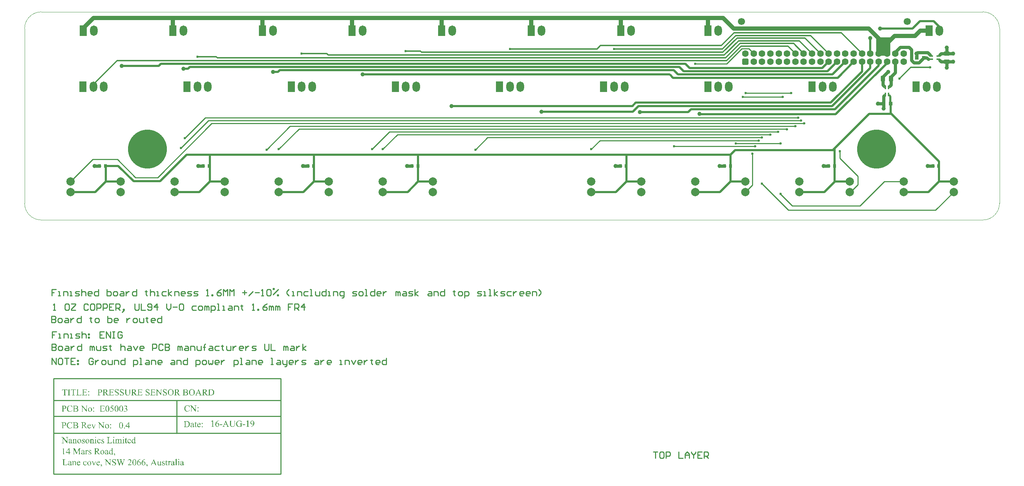
<source format=gtl>
G04 Layer_Physical_Order=1*
G04 Layer_Color=255*
%FSLAX42Y42*%
%MOMM*%
G71*
G01*
G75*
%ADD10R,0.40X0.90*%
%ADD11R,0.90X0.40*%
%ADD12R,0.80X0.90*%
G04:AMPARAMS|DCode=13|XSize=0.9mm|YSize=0.9mm|CornerRadius=0.23mm|HoleSize=0mm|Usage=FLASHONLY|Rotation=0.000|XOffset=0mm|YOffset=0mm|HoleType=Round|Shape=RoundedRectangle|*
%AMROUNDEDRECTD13*
21,1,0.90,0.45,0,0,0.0*
21,1,0.45,0.90,0,0,0.0*
1,1,0.45,0.23,-0.23*
1,1,0.45,-0.23,-0.23*
1,1,0.45,-0.23,0.23*
1,1,0.45,0.23,0.23*
%
%ADD13ROUNDEDRECTD13*%
G04:AMPARAMS|DCode=14|XSize=1.05mm|YSize=1.35mm|CornerRadius=0.16mm|HoleSize=0mm|Usage=FLASHONLY|Rotation=0.000|XOffset=0mm|YOffset=0mm|HoleType=Round|Shape=RoundedRectangle|*
%AMROUNDEDRECTD14*
21,1,1.05,1.03,0,0,0.0*
21,1,0.73,1.35,0,0,0.0*
1,1,0.32,0.37,-0.52*
1,1,0.32,-0.37,-0.52*
1,1,0.32,-0.37,0.52*
1,1,0.32,0.37,0.52*
%
%ADD14ROUNDEDRECTD14*%
G04:AMPARAMS|DCode=15|XSize=1.05mm|YSize=1.35mm|CornerRadius=0.16mm|HoleSize=0mm|Usage=FLASHONLY|Rotation=270.000|XOffset=0mm|YOffset=0mm|HoleType=Round|Shape=RoundedRectangle|*
%AMROUNDEDRECTD15*
21,1,1.05,1.03,0,0,270.0*
21,1,0.73,1.35,0,0,270.0*
1,1,0.32,-0.52,-0.37*
1,1,0.32,-0.52,0.37*
1,1,0.32,0.52,0.37*
1,1,0.32,0.52,-0.37*
%
%ADD15ROUNDEDRECTD15*%
%ADD16C,0.51*%
%ADD17C,0.25*%
%ADD18C,0.38*%
%ADD19C,1.02*%
%ADD20C,0.76*%
%ADD21R,3.40X3.90*%
%ADD22C,0.10*%
%ADD23C,2.00*%
%ADD24O,1.80X2.50*%
%ADD25R,1.80X2.50*%
%ADD26C,1.70*%
%ADD27C,1.60*%
G04:AMPARAMS|DCode=28|XSize=1.6mm|YSize=1.6mm|CornerRadius=0.4mm|HoleSize=0mm|Usage=FLASHONLY|Rotation=180.000|XOffset=0mm|YOffset=0mm|HoleType=Round|Shape=RoundedRectangle|*
%AMROUNDEDRECTD28*
21,1,1.60,0.80,0,0,180.0*
21,1,0.80,1.60,0,0,180.0*
1,1,0.80,-0.40,0.40*
1,1,0.80,0.40,0.40*
1,1,0.80,0.40,-0.40*
1,1,0.80,-0.40,-0.40*
%
%ADD28ROUNDEDRECTD28*%
%ADD29C,9.37*%
%ADD30C,0.60*%
%ADD31C,1.00*%
G36*
X1634Y-10262D02*
X1636Y-10262D01*
X1638Y-10262D01*
X1641Y-10263D01*
X1643Y-10264D01*
X1645Y-10266D01*
X1646Y-10266D01*
X1646Y-10266D01*
X1647Y-10267D01*
X1649Y-10269D01*
X1650Y-10271D01*
X1652Y-10273D01*
X1653Y-10276D01*
X1655Y-10279D01*
X1655Y-10279D01*
X1655Y-10280D01*
X1655Y-10282D01*
X1656Y-10284D01*
X1656Y-10287D01*
X1657Y-10290D01*
X1657Y-10294D01*
Y-10299D01*
Y-10341D01*
Y-10341D01*
Y-10342D01*
Y-10344D01*
X1657Y-10346D01*
X1658Y-10350D01*
X1658Y-10352D01*
X1658Y-10353D01*
X1659Y-10354D01*
X1659Y-10355D01*
X1660Y-10356D01*
X1662Y-10358D01*
X1662D01*
X1663Y-10358D01*
X1664Y-10358D01*
X1665Y-10358D01*
X1666Y-10359D01*
X1668Y-10359D01*
X1670Y-10359D01*
X1672D01*
Y-10363D01*
X1623D01*
Y-10359D01*
X1626D01*
X1627Y-10359D01*
X1629D01*
X1632Y-10358D01*
X1634Y-10358D01*
X1635Y-10357D01*
X1635D01*
X1635Y-10357D01*
X1637Y-10356D01*
X1638Y-10354D01*
X1639Y-10351D01*
Y-10351D01*
X1639Y-10350D01*
Y-10349D01*
Y-10348D01*
X1639Y-10346D01*
Y-10344D01*
Y-10341D01*
Y-10300D01*
Y-10300D01*
Y-10300D01*
Y-10299D01*
Y-10298D01*
X1639Y-10296D01*
X1639Y-10293D01*
X1638Y-10290D01*
X1638Y-10286D01*
X1637Y-10283D01*
X1636Y-10281D01*
X1635Y-10281D01*
X1635Y-10280D01*
X1634Y-10279D01*
X1633Y-10278D01*
X1631Y-10277D01*
X1629Y-10276D01*
X1627Y-10275D01*
X1624Y-10275D01*
X1623D01*
X1622Y-10275D01*
X1619Y-10275D01*
X1616Y-10276D01*
X1612Y-10278D01*
X1610Y-10279D01*
X1608Y-10281D01*
X1606Y-10282D01*
X1603Y-10284D01*
X1601Y-10286D01*
X1599Y-10289D01*
Y-10341D01*
Y-10341D01*
Y-10342D01*
Y-10344D01*
X1599Y-10346D01*
Y-10348D01*
X1599Y-10350D01*
X1599Y-10352D01*
X1600Y-10353D01*
Y-10353D01*
X1600Y-10354D01*
X1601Y-10355D01*
X1602Y-10356D01*
X1604Y-10358D01*
X1604D01*
X1604Y-10358D01*
X1605Y-10358D01*
X1606Y-10358D01*
X1608Y-10359D01*
X1609Y-10359D01*
X1612Y-10359D01*
X1615D01*
Y-10363D01*
X1566D01*
Y-10359D01*
X1569D01*
X1570Y-10359D01*
X1572Y-10359D01*
X1574Y-10358D01*
X1575Y-10358D01*
X1577Y-10357D01*
X1578Y-10355D01*
X1578Y-10355D01*
X1578Y-10355D01*
X1579Y-10353D01*
X1579Y-10352D01*
X1580Y-10350D01*
X1580Y-10347D01*
X1581Y-10344D01*
Y-10341D01*
Y-10304D01*
Y-10304D01*
Y-10303D01*
Y-10302D01*
Y-10301D01*
Y-10300D01*
Y-10298D01*
Y-10295D01*
X1581Y-10291D01*
X1580Y-10288D01*
Y-10286D01*
X1580Y-10285D01*
Y-10283D01*
X1580Y-10283D01*
Y-10282D01*
X1580Y-10282D01*
X1579Y-10281D01*
X1578Y-10279D01*
X1578Y-10278D01*
X1577Y-10277D01*
X1577Y-10277D01*
X1576Y-10276D01*
X1575Y-10276D01*
X1573Y-10276D01*
X1572D01*
X1571Y-10276D01*
X1569Y-10276D01*
X1566Y-10277D01*
X1564Y-10274D01*
X1594Y-10262D01*
X1599D01*
Y-10282D01*
X1599Y-10282D01*
X1599Y-10281D01*
X1600Y-10280D01*
X1602Y-10279D01*
X1603Y-10278D01*
X1605Y-10276D01*
X1607Y-10274D01*
X1609Y-10272D01*
X1614Y-10268D01*
X1617Y-10266D01*
X1620Y-10265D01*
X1623Y-10263D01*
X1626Y-10262D01*
X1629Y-10262D01*
X1632Y-10262D01*
X1633D01*
X1634Y-10262D01*
D02*
G37*
G36*
X2654Y-10324D02*
Y-10324D01*
Y-10325D01*
Y-10326D01*
Y-10327D01*
Y-10328D01*
Y-10330D01*
Y-10333D01*
X2654Y-10337D01*
Y-10340D01*
X2654Y-10342D01*
Y-10343D01*
X2655Y-10344D01*
Y-10345D01*
Y-10346D01*
X2655Y-10346D01*
X2655Y-10347D01*
X2656Y-10349D01*
X2657Y-10351D01*
X2657Y-10351D01*
X2658Y-10351D01*
X2660Y-10352D01*
X2661Y-10352D01*
X2662D01*
X2663Y-10352D01*
X2663D01*
X2666Y-10351D01*
X2669Y-10350D01*
X2670Y-10354D01*
X2641Y-10366D01*
X2636D01*
Y-10352D01*
X2636Y-10352D01*
X2635Y-10353D01*
X2633Y-10354D01*
X2632Y-10356D01*
X2630Y-10358D01*
X2627Y-10360D01*
X2625Y-10361D01*
X2622Y-10363D01*
X2622Y-10363D01*
X2621Y-10363D01*
X2619Y-10364D01*
X2618Y-10364D01*
X2615Y-10365D01*
X2613Y-10365D01*
X2610Y-10366D01*
X2607Y-10366D01*
X2605D01*
X2604Y-10366D01*
X2603Y-10365D01*
X2601Y-10365D01*
X2598Y-10364D01*
X2593Y-10363D01*
X2591Y-10362D01*
X2589Y-10360D01*
X2586Y-10359D01*
X2584Y-10357D01*
X2581Y-10355D01*
X2579Y-10353D01*
X2579Y-10352D01*
X2579Y-10352D01*
X2578Y-10351D01*
X2577Y-10350D01*
X2576Y-10349D01*
X2575Y-10347D01*
X2574Y-10345D01*
X2573Y-10343D01*
X2572Y-10341D01*
X2571Y-10338D01*
X2570Y-10335D01*
X2569Y-10332D01*
X2568Y-10325D01*
X2567Y-10322D01*
X2567Y-10318D01*
Y-10318D01*
Y-10317D01*
Y-10316D01*
X2567Y-10314D01*
X2568Y-10313D01*
X2568Y-10310D01*
X2568Y-10308D01*
X2569Y-10305D01*
X2570Y-10299D01*
X2571Y-10296D01*
X2573Y-10293D01*
X2574Y-10289D01*
X2576Y-10286D01*
X2578Y-10283D01*
X2580Y-10279D01*
X2581Y-10279D01*
X2581Y-10279D01*
X2582Y-10278D01*
X2583Y-10276D01*
X2584Y-10275D01*
X2586Y-10274D01*
X2588Y-10272D01*
X2590Y-10270D01*
X2592Y-10269D01*
X2595Y-10267D01*
X2597Y-10266D01*
X2600Y-10264D01*
X2604Y-10263D01*
X2607Y-10262D01*
X2611Y-10262D01*
X2614Y-10262D01*
X2616D01*
X2617Y-10262D01*
X2619Y-10262D01*
X2622Y-10263D01*
X2626Y-10264D01*
X2629Y-10265D01*
X2633Y-10267D01*
X2636Y-10270D01*
Y-10251D01*
Y-10251D01*
Y-10251D01*
Y-10250D01*
Y-10249D01*
Y-10246D01*
Y-10243D01*
X2636Y-10239D01*
X2636Y-10236D01*
X2635Y-10233D01*
Y-10232D01*
X2635Y-10231D01*
Y-10231D01*
X2635Y-10230D01*
X2635Y-10229D01*
X2634Y-10227D01*
X2633Y-10226D01*
X2633Y-10226D01*
X2632Y-10225D01*
X2631Y-10225D01*
X2630Y-10225D01*
X2628Y-10224D01*
X2627D01*
X2626Y-10225D01*
X2624Y-10225D01*
X2621Y-10226D01*
X2620Y-10222D01*
X2649Y-10210D01*
X2654D01*
Y-10324D01*
D02*
G37*
G36*
X2301Y-10262D02*
X2302Y-10262D01*
X2305Y-10262D01*
X2307Y-10263D01*
X2309Y-10264D01*
X2312Y-10266D01*
X2312Y-10266D01*
X2313Y-10266D01*
X2314Y-10267D01*
X2315Y-10269D01*
X2317Y-10271D01*
X2318Y-10273D01*
X2320Y-10276D01*
X2321Y-10279D01*
X2322Y-10279D01*
X2322Y-10280D01*
X2322Y-10282D01*
X2323Y-10284D01*
X2323Y-10286D01*
X2323Y-10290D01*
X2324Y-10294D01*
Y-10298D01*
Y-10341D01*
Y-10341D01*
Y-10342D01*
Y-10344D01*
X2324Y-10346D01*
X2325Y-10350D01*
X2325Y-10352D01*
X2325Y-10353D01*
X2325Y-10354D01*
X2326Y-10355D01*
X2327Y-10356D01*
X2329Y-10358D01*
X2329D01*
X2330Y-10358D01*
X2330Y-10358D01*
X2331Y-10358D01*
X2333Y-10359D01*
X2334Y-10359D01*
X2336Y-10359D01*
X2339D01*
Y-10363D01*
X2290D01*
Y-10359D01*
X2293D01*
X2294Y-10359D01*
X2296D01*
X2299Y-10358D01*
X2301Y-10358D01*
X2302Y-10357D01*
X2302D01*
X2302Y-10356D01*
X2303Y-10355D01*
X2304Y-10354D01*
X2306Y-10351D01*
Y-10351D01*
X2306Y-10350D01*
Y-10349D01*
Y-10348D01*
X2306Y-10346D01*
Y-10344D01*
Y-10341D01*
Y-10299D01*
Y-10298D01*
Y-10298D01*
Y-10297D01*
X2306Y-10295D01*
X2306Y-10292D01*
X2305Y-10289D01*
X2305Y-10286D01*
X2304Y-10284D01*
X2303Y-10282D01*
X2303Y-10281D01*
X2302Y-10281D01*
X2301Y-10279D01*
X2300Y-10278D01*
X2298Y-10277D01*
X2296Y-10276D01*
X2293Y-10275D01*
X2290Y-10275D01*
X2289D01*
X2288Y-10275D01*
X2286Y-10275D01*
X2284Y-10275D01*
X2282Y-10276D01*
X2280Y-10277D01*
X2278Y-10278D01*
X2278Y-10278D01*
X2277Y-10278D01*
X2276Y-10279D01*
X2274Y-10280D01*
X2272Y-10281D01*
X2270Y-10283D01*
X2267Y-10286D01*
X2264Y-10288D01*
Y-10289D01*
X2264Y-10294D01*
Y-10341D01*
Y-10341D01*
Y-10342D01*
Y-10344D01*
X2265Y-10346D01*
Y-10348D01*
X2265Y-10350D01*
X2265Y-10352D01*
X2265Y-10353D01*
X2266Y-10354D01*
X2266Y-10355D01*
X2268Y-10356D01*
X2270Y-10358D01*
X2270D01*
X2270Y-10358D01*
X2271Y-10358D01*
X2272Y-10358D01*
X2274Y-10359D01*
X2276Y-10359D01*
X2278Y-10359D01*
X2280D01*
Y-10363D01*
X2231D01*
Y-10359D01*
X2234D01*
X2235Y-10359D01*
X2239Y-10358D01*
X2240Y-10358D01*
X2242Y-10357D01*
X2242D01*
X2242Y-10357D01*
X2243Y-10356D01*
X2245Y-10354D01*
X2246Y-10351D01*
X2246Y-10351D01*
Y-10350D01*
X2246Y-10349D01*
Y-10348D01*
X2247Y-10346D01*
Y-10344D01*
Y-10341D01*
Y-10299D01*
Y-10298D01*
Y-10298D01*
Y-10297D01*
Y-10297D01*
X2246Y-10295D01*
X2246Y-10292D01*
X2246Y-10289D01*
X2245Y-10286D01*
X2244Y-10283D01*
X2243Y-10281D01*
X2243Y-10281D01*
X2242Y-10280D01*
X2241Y-10279D01*
X2240Y-10278D01*
X2238Y-10276D01*
X2235Y-10275D01*
X2233Y-10274D01*
X2230Y-10274D01*
X2229D01*
X2228Y-10274D01*
X2226Y-10275D01*
X2225Y-10275D01*
X2222Y-10276D01*
X2220Y-10276D01*
X2218Y-10277D01*
X2218Y-10278D01*
X2217Y-10278D01*
X2215Y-10279D01*
X2213Y-10281D01*
X2211Y-10282D01*
X2209Y-10284D01*
X2207Y-10286D01*
X2205Y-10288D01*
Y-10341D01*
Y-10341D01*
Y-10342D01*
Y-10344D01*
X2205Y-10346D01*
Y-10348D01*
X2205Y-10350D01*
X2205Y-10352D01*
X2206Y-10353D01*
Y-10354D01*
X2206Y-10354D01*
X2207Y-10355D01*
X2208Y-10356D01*
X2210Y-10358D01*
X2210D01*
X2210Y-10358D01*
X2211Y-10358D01*
X2212Y-10358D01*
X2213Y-10359D01*
X2215Y-10359D01*
X2218Y-10359D01*
X2220D01*
Y-10363D01*
X2172D01*
Y-10359D01*
X2174D01*
X2176Y-10359D01*
X2179Y-10358D01*
X2180Y-10358D01*
X2181Y-10358D01*
X2181D01*
X2182Y-10358D01*
X2183Y-10357D01*
X2184Y-10355D01*
X2185Y-10353D01*
Y-10353D01*
X2185Y-10353D01*
X2186Y-10352D01*
X2186Y-10350D01*
X2186Y-10349D01*
X2187Y-10346D01*
X2187Y-10344D01*
Y-10341D01*
Y-10303D01*
Y-10303D01*
Y-10302D01*
Y-10301D01*
Y-10300D01*
Y-10297D01*
X2187Y-10294D01*
Y-10291D01*
X2186Y-10287D01*
X2186Y-10284D01*
X2186Y-10283D01*
X2186Y-10282D01*
Y-10282D01*
X2185Y-10281D01*
X2185Y-10280D01*
X2185Y-10279D01*
X2183Y-10277D01*
X2183Y-10277D01*
X2182Y-10276D01*
X2181Y-10276D01*
X2179Y-10276D01*
X2178D01*
X2177Y-10276D01*
X2175Y-10276D01*
X2172Y-10277D01*
X2170Y-10274D01*
X2200Y-10262D01*
X2205D01*
Y-10283D01*
X2205Y-10283D01*
X2205Y-10282D01*
X2206Y-10281D01*
X2208Y-10279D01*
X2210Y-10277D01*
X2212Y-10275D01*
X2214Y-10273D01*
X2216Y-10271D01*
X2217Y-10270D01*
X2218Y-10270D01*
X2218Y-10270D01*
X2219Y-10269D01*
X2220Y-10268D01*
X2222Y-10267D01*
X2224Y-10266D01*
X2227Y-10264D01*
X2228Y-10264D01*
X2228Y-10264D01*
X2229Y-10263D01*
X2231Y-10263D01*
X2233Y-10262D01*
X2234Y-10262D01*
X2236Y-10262D01*
X2240D01*
X2242Y-10262D01*
X2244Y-10262D01*
X2246Y-10263D01*
X2249Y-10264D01*
X2252Y-10265D01*
X2254Y-10267D01*
X2255Y-10267D01*
X2255Y-10268D01*
X2257Y-10269D01*
X2258Y-10271D01*
X2260Y-10273D01*
X2261Y-10276D01*
X2262Y-10279D01*
X2263Y-10283D01*
X2264Y-10283D01*
X2264Y-10282D01*
X2264Y-10282D01*
X2265Y-10281D01*
X2267Y-10279D01*
X2270Y-10276D01*
X2273Y-10273D01*
X2276Y-10270D01*
X2279Y-10268D01*
X2282Y-10266D01*
X2283Y-10266D01*
X2283Y-10265D01*
X2285Y-10265D01*
X2287Y-10264D01*
X2289Y-10263D01*
X2292Y-10262D01*
X2295Y-10262D01*
X2298Y-10262D01*
X2299D01*
X2301Y-10262D01*
D02*
G37*
G36*
X1218D02*
X1220Y-10262D01*
X1222Y-10262D01*
X1225Y-10263D01*
X1227Y-10264D01*
X1229Y-10266D01*
X1229Y-10266D01*
X1230Y-10266D01*
X1231Y-10267D01*
X1233Y-10269D01*
X1234Y-10271D01*
X1235Y-10273D01*
X1237Y-10276D01*
X1238Y-10279D01*
X1239Y-10279D01*
X1239Y-10280D01*
X1239Y-10282D01*
X1240Y-10284D01*
X1240Y-10287D01*
X1240Y-10290D01*
X1241Y-10294D01*
Y-10299D01*
Y-10341D01*
Y-10341D01*
Y-10342D01*
Y-10344D01*
X1241Y-10346D01*
X1242Y-10350D01*
X1242Y-10352D01*
X1242Y-10353D01*
X1242Y-10354D01*
X1243Y-10355D01*
X1244Y-10356D01*
X1246Y-10358D01*
X1246D01*
X1247Y-10358D01*
X1247Y-10358D01*
X1248Y-10358D01*
X1250Y-10359D01*
X1252Y-10359D01*
X1254Y-10359D01*
X1256D01*
Y-10363D01*
X1207D01*
Y-10359D01*
X1210D01*
X1211Y-10359D01*
X1213D01*
X1216Y-10358D01*
X1218Y-10358D01*
X1219Y-10357D01*
X1219D01*
X1219Y-10357D01*
X1220Y-10356D01*
X1221Y-10354D01*
X1223Y-10351D01*
Y-10351D01*
X1223Y-10350D01*
Y-10349D01*
Y-10348D01*
X1223Y-10346D01*
Y-10344D01*
Y-10341D01*
Y-10300D01*
Y-10300D01*
Y-10300D01*
Y-10299D01*
Y-10298D01*
X1223Y-10296D01*
X1223Y-10293D01*
X1222Y-10290D01*
X1221Y-10286D01*
X1221Y-10283D01*
X1219Y-10281D01*
X1219Y-10281D01*
X1219Y-10280D01*
X1218Y-10279D01*
X1217Y-10278D01*
X1215Y-10277D01*
X1213Y-10276D01*
X1211Y-10275D01*
X1208Y-10275D01*
X1206D01*
X1205Y-10275D01*
X1203Y-10275D01*
X1200Y-10276D01*
X1196Y-10278D01*
X1194Y-10279D01*
X1192Y-10281D01*
X1189Y-10282D01*
X1187Y-10284D01*
X1185Y-10286D01*
X1182Y-10289D01*
Y-10341D01*
Y-10341D01*
Y-10342D01*
Y-10344D01*
X1183Y-10346D01*
Y-10348D01*
X1183Y-10350D01*
X1183Y-10352D01*
X1184Y-10353D01*
Y-10353D01*
X1184Y-10354D01*
X1185Y-10355D01*
X1186Y-10356D01*
X1188Y-10358D01*
X1188D01*
X1188Y-10358D01*
X1189Y-10358D01*
X1190Y-10358D01*
X1191Y-10359D01*
X1193Y-10359D01*
X1196Y-10359D01*
X1198D01*
Y-10363D01*
X1150D01*
Y-10359D01*
X1153D01*
X1154Y-10359D01*
X1156Y-10359D01*
X1158Y-10358D01*
X1159Y-10358D01*
X1161Y-10357D01*
X1162Y-10355D01*
X1162Y-10355D01*
X1162Y-10355D01*
X1163Y-10353D01*
X1163Y-10352D01*
X1164Y-10350D01*
X1164Y-10347D01*
X1165Y-10344D01*
Y-10341D01*
Y-10304D01*
Y-10304D01*
Y-10303D01*
Y-10302D01*
Y-10301D01*
Y-10300D01*
Y-10298D01*
Y-10295D01*
X1164Y-10291D01*
X1164Y-10288D01*
Y-10286D01*
X1164Y-10285D01*
Y-10283D01*
X1164Y-10283D01*
Y-10282D01*
X1163Y-10282D01*
X1163Y-10281D01*
X1162Y-10279D01*
X1162Y-10278D01*
X1161Y-10277D01*
X1161Y-10277D01*
X1160Y-10276D01*
X1159Y-10276D01*
X1157Y-10276D01*
X1156D01*
X1155Y-10276D01*
X1152Y-10276D01*
X1150Y-10277D01*
X1148Y-10274D01*
X1178Y-10262D01*
X1182D01*
Y-10282D01*
X1183Y-10282D01*
X1183Y-10281D01*
X1184Y-10280D01*
X1185Y-10279D01*
X1187Y-10278D01*
X1189Y-10276D01*
X1191Y-10274D01*
X1193Y-10272D01*
X1198Y-10268D01*
X1201Y-10266D01*
X1204Y-10265D01*
X1207Y-10263D01*
X1210Y-10262D01*
X1212Y-10262D01*
X1215Y-10262D01*
X1217D01*
X1218Y-10262D01*
D02*
G37*
G36*
X1438Y-10295D02*
X1434D01*
Y-10295D01*
X1434Y-10295D01*
X1434Y-10294D01*
X1434Y-10293D01*
X1433Y-10290D01*
X1431Y-10287D01*
X1430Y-10283D01*
X1428Y-10279D01*
X1426Y-10276D01*
X1425Y-10275D01*
X1424Y-10274D01*
X1423Y-10274D01*
X1422Y-10273D01*
X1421Y-10272D01*
X1419Y-10271D01*
X1417Y-10270D01*
X1414Y-10269D01*
X1411Y-10268D01*
X1407Y-10268D01*
X1406D01*
X1405Y-10268D01*
X1403Y-10268D01*
X1401Y-10269D01*
X1399Y-10270D01*
X1397Y-10271D01*
X1395Y-10272D01*
X1395Y-10272D01*
X1394Y-10273D01*
X1394Y-10274D01*
X1393Y-10275D01*
X1391Y-10277D01*
X1391Y-10279D01*
X1391Y-10281D01*
Y-10281D01*
Y-10282D01*
X1391Y-10283D01*
X1391Y-10284D01*
X1392Y-10286D01*
X1392Y-10288D01*
X1393Y-10290D01*
X1394Y-10291D01*
X1394Y-10291D01*
X1395Y-10292D01*
X1396Y-10293D01*
X1397Y-10294D01*
X1399Y-10295D01*
X1401Y-10297D01*
X1404Y-10299D01*
X1408Y-10300D01*
X1423Y-10308D01*
X1424Y-10308D01*
X1424Y-10309D01*
X1425Y-10309D01*
X1427Y-10310D01*
X1429Y-10311D01*
X1430Y-10312D01*
X1434Y-10316D01*
X1438Y-10320D01*
X1440Y-10322D01*
X1442Y-10324D01*
X1443Y-10327D01*
X1444Y-10330D01*
X1445Y-10333D01*
X1445Y-10336D01*
Y-10336D01*
Y-10337D01*
Y-10337D01*
X1445Y-10338D01*
X1445Y-10341D01*
X1444Y-10344D01*
X1443Y-10347D01*
X1441Y-10351D01*
X1438Y-10355D01*
X1437Y-10356D01*
X1435Y-10358D01*
X1435Y-10358D01*
X1433Y-10359D01*
X1431Y-10360D01*
X1429Y-10362D01*
X1425Y-10363D01*
X1421Y-10365D01*
X1417Y-10365D01*
X1412Y-10366D01*
X1411D01*
X1409Y-10366D01*
X1406Y-10365D01*
X1403Y-10365D01*
X1400Y-10365D01*
X1396Y-10364D01*
X1392Y-10363D01*
X1391D01*
X1391Y-10363D01*
X1389Y-10362D01*
X1388Y-10362D01*
X1386Y-10362D01*
X1385D01*
X1385Y-10362D01*
X1383Y-10363D01*
X1382Y-10363D01*
X1382Y-10364D01*
X1378D01*
Y-10329D01*
X1382D01*
Y-10329D01*
X1382Y-10330D01*
Y-10330D01*
X1383Y-10332D01*
X1383Y-10334D01*
X1385Y-10338D01*
X1386Y-10342D01*
X1388Y-10345D01*
X1390Y-10349D01*
X1393Y-10352D01*
X1394Y-10352D01*
X1395Y-10353D01*
X1397Y-10354D01*
X1399Y-10356D01*
X1402Y-10357D01*
X1405Y-10358D01*
X1409Y-10359D01*
X1413Y-10360D01*
X1414D01*
X1415Y-10359D01*
X1417Y-10359D01*
X1419Y-10358D01*
X1421Y-10358D01*
X1423Y-10357D01*
X1425Y-10355D01*
X1425Y-10355D01*
X1425Y-10355D01*
X1426Y-10354D01*
X1427Y-10352D01*
X1428Y-10351D01*
X1429Y-10349D01*
X1429Y-10347D01*
X1429Y-10345D01*
Y-10345D01*
Y-10344D01*
X1429Y-10342D01*
X1429Y-10341D01*
X1428Y-10339D01*
X1427Y-10337D01*
X1426Y-10335D01*
X1424Y-10332D01*
X1424Y-10332D01*
X1423Y-10332D01*
X1422Y-10330D01*
X1420Y-10329D01*
X1417Y-10327D01*
X1413Y-10325D01*
X1411Y-10324D01*
X1408Y-10322D01*
X1406Y-10321D01*
X1403Y-10320D01*
X1403D01*
X1402Y-10319D01*
X1402Y-10319D01*
X1401Y-10318D01*
X1398Y-10317D01*
X1395Y-10315D01*
X1391Y-10313D01*
X1388Y-10310D01*
X1385Y-10308D01*
X1384Y-10307D01*
X1383Y-10306D01*
X1382Y-10305D01*
X1382Y-10304D01*
X1381Y-10303D01*
X1380Y-10301D01*
X1380Y-10299D01*
X1379Y-10297D01*
X1378Y-10294D01*
X1378Y-10290D01*
Y-10290D01*
Y-10290D01*
Y-10289D01*
X1378Y-10288D01*
X1378Y-10286D01*
X1379Y-10283D01*
X1380Y-10280D01*
X1381Y-10276D01*
X1383Y-10273D01*
X1386Y-10270D01*
X1387Y-10269D01*
X1388Y-10269D01*
X1389Y-10267D01*
X1392Y-10266D01*
X1395Y-10264D01*
X1399Y-10263D01*
X1403Y-10262D01*
X1408Y-10262D01*
X1409D01*
X1410Y-10262D01*
X1412D01*
X1414Y-10262D01*
X1416Y-10263D01*
X1419Y-10263D01*
X1422Y-10264D01*
X1422D01*
X1423Y-10264D01*
X1424Y-10265D01*
X1425Y-10265D01*
X1427Y-10265D01*
X1428Y-10266D01*
X1430D01*
X1431Y-10265D01*
X1432Y-10265D01*
X1432Y-10265D01*
X1432Y-10264D01*
X1433Y-10263D01*
X1434Y-10262D01*
X1438D01*
Y-10295D01*
D02*
G37*
G36*
X2141Y-10210D02*
X2142Y-10211D01*
X2143Y-10211D01*
X2144Y-10211D01*
X2146Y-10212D01*
X2147Y-10213D01*
X2147Y-10214D01*
X2147Y-10214D01*
X2148Y-10215D01*
X2149Y-10216D01*
X2150Y-10218D01*
X2150Y-10220D01*
X2150Y-10221D01*
Y-10221D01*
Y-10222D01*
X2150Y-10223D01*
X2150Y-10224D01*
X2149Y-10225D01*
X2149Y-10226D01*
X2148Y-10227D01*
X2147Y-10229D01*
X2147Y-10229D01*
X2146Y-10229D01*
X2146Y-10230D01*
X2145Y-10230D01*
X2142Y-10232D01*
X2141Y-10232D01*
X2139Y-10232D01*
X2138D01*
X2138Y-10232D01*
X2136Y-10232D01*
X2134Y-10231D01*
X2133Y-10230D01*
X2131Y-10229D01*
X2131Y-10229D01*
X2131Y-10228D01*
X2131Y-10227D01*
X2130Y-10227D01*
X2129Y-10224D01*
X2129Y-10223D01*
X2128Y-10221D01*
Y-10221D01*
Y-10220D01*
X2129Y-10220D01*
X2129Y-10218D01*
X2130Y-10216D01*
X2130Y-10215D01*
X2131Y-10213D01*
X2132Y-10213D01*
X2132Y-10213D01*
X2133Y-10212D01*
X2134Y-10212D01*
X2136Y-10211D01*
X2138Y-10210D01*
X2139Y-10210D01*
X2140D01*
X2141Y-10210D01*
D02*
G37*
G36*
X2373D02*
X2374Y-10211D01*
X2375Y-10211D01*
X2377Y-10211D01*
X2378Y-10212D01*
X2379Y-10213D01*
X2379Y-10214D01*
X2380Y-10214D01*
X2380Y-10215D01*
X2381Y-10216D01*
X2382Y-10218D01*
X2382Y-10220D01*
X2383Y-10221D01*
Y-10221D01*
Y-10222D01*
X2382Y-10223D01*
X2382Y-10224D01*
X2382Y-10225D01*
X2381Y-10226D01*
X2380Y-10227D01*
X2379Y-10229D01*
X2379Y-10229D01*
X2379Y-10229D01*
X2378Y-10230D01*
X2377Y-10230D01*
X2375Y-10232D01*
X2373Y-10232D01*
X2372Y-10232D01*
X2371D01*
X2370Y-10232D01*
X2369Y-10232D01*
X2366Y-10231D01*
X2365Y-10230D01*
X2364Y-10229D01*
X2364Y-10229D01*
X2363Y-10228D01*
X2363Y-10227D01*
X2362Y-10227D01*
X2361Y-10224D01*
X2361Y-10223D01*
X2361Y-10221D01*
Y-10221D01*
Y-10220D01*
X2361Y-10220D01*
X2361Y-10218D01*
X2362Y-10216D01*
X2363Y-10215D01*
X2364Y-10213D01*
X2364Y-10213D01*
X2365Y-10213D01*
X2365Y-10212D01*
X2366Y-10212D01*
X2368Y-10211D01*
X2370Y-10210D01*
X2372Y-10210D01*
X2372D01*
X2373Y-10210D01*
D02*
G37*
G36*
X1903Y-10295D02*
X1899D01*
Y-10295D01*
X1899Y-10295D01*
X1899Y-10294D01*
X1898Y-10293D01*
X1898Y-10290D01*
X1896Y-10287D01*
X1895Y-10283D01*
X1893Y-10279D01*
X1891Y-10276D01*
X1890Y-10275D01*
X1889Y-10274D01*
X1888Y-10274D01*
X1887Y-10273D01*
X1886Y-10272D01*
X1884Y-10271D01*
X1882Y-10270D01*
X1879Y-10269D01*
X1876Y-10268D01*
X1872Y-10268D01*
X1871D01*
X1870Y-10268D01*
X1868Y-10268D01*
X1866Y-10269D01*
X1864Y-10270D01*
X1862Y-10271D01*
X1860Y-10272D01*
X1860Y-10272D01*
X1859Y-10273D01*
X1859Y-10274D01*
X1858Y-10275D01*
X1856Y-10277D01*
X1856Y-10279D01*
X1856Y-10281D01*
Y-10281D01*
Y-10282D01*
X1856Y-10283D01*
X1856Y-10284D01*
X1856Y-10286D01*
X1857Y-10288D01*
X1858Y-10290D01*
X1859Y-10291D01*
X1859Y-10291D01*
X1860Y-10292D01*
X1861Y-10293D01*
X1862Y-10294D01*
X1864Y-10295D01*
X1866Y-10297D01*
X1869Y-10299D01*
X1872Y-10300D01*
X1888Y-10308D01*
X1889Y-10308D01*
X1889Y-10309D01*
X1890Y-10309D01*
X1892Y-10310D01*
X1893Y-10311D01*
X1895Y-10312D01*
X1899Y-10316D01*
X1903Y-10320D01*
X1905Y-10322D01*
X1907Y-10324D01*
X1908Y-10327D01*
X1909Y-10330D01*
X1910Y-10333D01*
X1910Y-10336D01*
Y-10336D01*
Y-10337D01*
Y-10337D01*
X1910Y-10338D01*
X1910Y-10341D01*
X1909Y-10344D01*
X1908Y-10347D01*
X1906Y-10351D01*
X1903Y-10355D01*
X1902Y-10356D01*
X1900Y-10358D01*
X1900Y-10358D01*
X1898Y-10359D01*
X1896Y-10360D01*
X1893Y-10362D01*
X1890Y-10363D01*
X1886Y-10365D01*
X1882Y-10365D01*
X1877Y-10366D01*
X1876D01*
X1874Y-10366D01*
X1871Y-10365D01*
X1868Y-10365D01*
X1865Y-10365D01*
X1861Y-10364D01*
X1856Y-10363D01*
X1856D01*
X1856Y-10363D01*
X1854Y-10362D01*
X1853Y-10362D01*
X1851Y-10362D01*
X1850D01*
X1849Y-10362D01*
X1848Y-10363D01*
X1847Y-10363D01*
X1847Y-10364D01*
X1843D01*
Y-10329D01*
X1847D01*
Y-10329D01*
X1847Y-10330D01*
Y-10330D01*
X1848Y-10332D01*
X1848Y-10334D01*
X1849Y-10338D01*
X1851Y-10342D01*
X1853Y-10345D01*
X1855Y-10349D01*
X1858Y-10352D01*
X1859Y-10352D01*
X1860Y-10353D01*
X1862Y-10354D01*
X1864Y-10356D01*
X1867Y-10357D01*
X1870Y-10358D01*
X1874Y-10359D01*
X1877Y-10360D01*
X1879D01*
X1880Y-10359D01*
X1882Y-10359D01*
X1884Y-10358D01*
X1886Y-10358D01*
X1888Y-10357D01*
X1890Y-10355D01*
X1890Y-10355D01*
X1890Y-10355D01*
X1891Y-10354D01*
X1892Y-10352D01*
X1893Y-10351D01*
X1894Y-10349D01*
X1894Y-10347D01*
X1894Y-10345D01*
Y-10345D01*
Y-10344D01*
X1894Y-10342D01*
X1894Y-10341D01*
X1893Y-10339D01*
X1892Y-10337D01*
X1891Y-10335D01*
X1889Y-10332D01*
X1889Y-10332D01*
X1888Y-10332D01*
X1886Y-10330D01*
X1884Y-10329D01*
X1882Y-10327D01*
X1878Y-10325D01*
X1876Y-10324D01*
X1873Y-10322D01*
X1871Y-10321D01*
X1868Y-10320D01*
X1868D01*
X1867Y-10319D01*
X1867Y-10319D01*
X1865Y-10318D01*
X1863Y-10317D01*
X1860Y-10315D01*
X1856Y-10313D01*
X1853Y-10310D01*
X1850Y-10308D01*
X1849Y-10307D01*
X1848Y-10306D01*
X1847Y-10305D01*
X1847Y-10304D01*
X1846Y-10303D01*
X1845Y-10301D01*
X1844Y-10299D01*
X1844Y-10297D01*
X1843Y-10294D01*
X1843Y-10290D01*
Y-10290D01*
Y-10290D01*
Y-10289D01*
X1843Y-10288D01*
X1843Y-10286D01*
X1844Y-10283D01*
X1845Y-10280D01*
X1846Y-10276D01*
X1848Y-10273D01*
X1851Y-10270D01*
X1851Y-10269D01*
X1853Y-10269D01*
X1854Y-10267D01*
X1857Y-10266D01*
X1860Y-10264D01*
X1864Y-10263D01*
X1868Y-10262D01*
X1873Y-10262D01*
X1874D01*
X1875Y-10262D01*
X1877D01*
X1879Y-10262D01*
X1881Y-10263D01*
X1884Y-10263D01*
X1887Y-10264D01*
X1887D01*
X1888Y-10264D01*
X1889Y-10265D01*
X1890Y-10265D01*
X1892Y-10265D01*
X1893Y-10266D01*
X1895D01*
X1896Y-10265D01*
X1897Y-10265D01*
X1897Y-10265D01*
X1897Y-10264D01*
X1898Y-10263D01*
X1899Y-10262D01*
X1903D01*
Y-10295D01*
D02*
G37*
G36*
X1707Y-10210D02*
X1708Y-10211D01*
X1709Y-10211D01*
X1710Y-10211D01*
X1711Y-10212D01*
X1713Y-10213D01*
X1713Y-10214D01*
X1713Y-10214D01*
X1714Y-10215D01*
X1714Y-10216D01*
X1716Y-10218D01*
X1716Y-10220D01*
X1716Y-10221D01*
Y-10221D01*
Y-10222D01*
X1716Y-10223D01*
X1716Y-10224D01*
X1715Y-10225D01*
X1715Y-10226D01*
X1714Y-10227D01*
X1713Y-10229D01*
X1712Y-10229D01*
X1712Y-10229D01*
X1711Y-10230D01*
X1711Y-10230D01*
X1708Y-10232D01*
X1707Y-10232D01*
X1705Y-10232D01*
X1704D01*
X1703Y-10232D01*
X1702Y-10232D01*
X1700Y-10231D01*
X1699Y-10230D01*
X1697Y-10229D01*
X1697Y-10229D01*
X1697Y-10228D01*
X1696Y-10227D01*
X1696Y-10227D01*
X1695Y-10224D01*
X1694Y-10223D01*
X1694Y-10221D01*
Y-10221D01*
Y-10220D01*
X1694Y-10220D01*
X1695Y-10218D01*
X1695Y-10216D01*
X1696Y-10215D01*
X1697Y-10213D01*
X1697Y-10213D01*
X1698Y-10213D01*
X1699Y-10212D01*
X1700Y-10212D01*
X1702Y-10211D01*
X1703Y-10210D01*
X1705Y-10210D01*
X1706D01*
X1707Y-10210D01*
D02*
G37*
G36*
X1794Y-10262D02*
X1797Y-10262D01*
X1801Y-10263D01*
X1805Y-10265D01*
X1809Y-10267D01*
X1813Y-10269D01*
X1813Y-10270D01*
X1814Y-10271D01*
X1816Y-10272D01*
X1818Y-10274D01*
X1819Y-10276D01*
X1821Y-10279D01*
X1822Y-10282D01*
X1822Y-10285D01*
Y-10286D01*
Y-10286D01*
X1822Y-10287D01*
Y-10288D01*
X1821Y-10290D01*
X1821Y-10291D01*
X1820Y-10292D01*
X1819D01*
X1819Y-10292D01*
X1819Y-10293D01*
X1818Y-10293D01*
X1815Y-10294D01*
X1814Y-10294D01*
X1812Y-10294D01*
X1811D01*
X1810Y-10294D01*
X1809Y-10294D01*
X1807Y-10293D01*
X1806Y-10293D01*
X1804Y-10292D01*
X1803Y-10290D01*
Y-10290D01*
X1802Y-10290D01*
X1802Y-10289D01*
X1802Y-10288D01*
X1801Y-10287D01*
X1801Y-10286D01*
X1800Y-10284D01*
X1800Y-10282D01*
Y-10281D01*
X1800Y-10281D01*
Y-10279D01*
X1799Y-10278D01*
X1799Y-10276D01*
X1798Y-10275D01*
X1797Y-10273D01*
X1796Y-10272D01*
X1795Y-10272D01*
X1795Y-10272D01*
X1794Y-10271D01*
X1793Y-10270D01*
X1792Y-10270D01*
X1790Y-10269D01*
X1788Y-10269D01*
X1785Y-10269D01*
X1785D01*
X1784Y-10269D01*
X1781Y-10269D01*
X1779Y-10269D01*
X1776Y-10271D01*
X1773Y-10272D01*
X1771Y-10274D01*
X1768Y-10277D01*
Y-10277D01*
X1767Y-10277D01*
X1767Y-10278D01*
X1767Y-10279D01*
X1765Y-10281D01*
X1764Y-10284D01*
X1762Y-10288D01*
X1761Y-10293D01*
X1760Y-10298D01*
X1759Y-10304D01*
Y-10305D01*
Y-10305D01*
Y-10306D01*
X1760Y-10307D01*
Y-10309D01*
X1760Y-10311D01*
X1760Y-10315D01*
X1761Y-10320D01*
X1763Y-10325D01*
X1765Y-10331D01*
X1768Y-10336D01*
Y-10336D01*
X1768Y-10337D01*
X1769Y-10337D01*
X1770Y-10338D01*
X1772Y-10340D01*
X1774Y-10342D01*
X1777Y-10345D01*
X1781Y-10347D01*
X1784Y-10348D01*
X1786Y-10349D01*
X1789Y-10349D01*
X1791Y-10349D01*
X1792D01*
X1793Y-10349D01*
X1795Y-10349D01*
X1798Y-10348D01*
X1801Y-10347D01*
X1804Y-10346D01*
X1807Y-10344D01*
X1810Y-10342D01*
X1810Y-10342D01*
X1811Y-10341D01*
X1812Y-10340D01*
X1814Y-10338D01*
X1816Y-10336D01*
X1818Y-10332D01*
X1820Y-10329D01*
X1822Y-10324D01*
X1825Y-10326D01*
Y-10326D01*
X1825Y-10327D01*
X1825Y-10328D01*
X1824Y-10329D01*
X1824Y-10330D01*
X1823Y-10332D01*
X1822Y-10337D01*
X1819Y-10342D01*
X1817Y-10346D01*
X1813Y-10351D01*
X1809Y-10356D01*
X1809D01*
X1809Y-10356D01*
X1808Y-10356D01*
X1807Y-10357D01*
X1805Y-10359D01*
X1802Y-10361D01*
X1798Y-10363D01*
X1793Y-10364D01*
X1789Y-10365D01*
X1786Y-10366D01*
X1784Y-10366D01*
X1782D01*
X1781Y-10366D01*
X1779Y-10365D01*
X1778Y-10365D01*
X1774Y-10364D01*
X1769Y-10363D01*
X1767Y-10361D01*
X1764Y-10360D01*
X1762Y-10358D01*
X1759Y-10356D01*
X1757Y-10354D01*
X1754Y-10352D01*
X1754Y-10352D01*
X1754Y-10351D01*
X1753Y-10351D01*
X1752Y-10349D01*
X1751Y-10348D01*
X1751Y-10346D01*
X1749Y-10344D01*
X1748Y-10342D01*
X1747Y-10339D01*
X1746Y-10337D01*
X1745Y-10333D01*
X1744Y-10330D01*
X1743Y-10326D01*
X1742Y-10323D01*
X1742Y-10318D01*
X1742Y-10314D01*
Y-10314D01*
Y-10313D01*
Y-10312D01*
X1742Y-10310D01*
X1742Y-10308D01*
X1743Y-10306D01*
X1743Y-10303D01*
X1744Y-10300D01*
X1745Y-10295D01*
X1746Y-10291D01*
X1748Y-10288D01*
X1749Y-10285D01*
X1751Y-10282D01*
X1753Y-10279D01*
X1756Y-10276D01*
X1756Y-10276D01*
X1756Y-10276D01*
X1757Y-10275D01*
X1758Y-10274D01*
X1760Y-10273D01*
X1761Y-10272D01*
X1763Y-10270D01*
X1765Y-10269D01*
X1767Y-10267D01*
X1770Y-10266D01*
X1776Y-10264D01*
X1779Y-10263D01*
X1782Y-10262D01*
X1785Y-10262D01*
X1789Y-10262D01*
X1791D01*
X1794Y-10262D01*
D02*
G37*
G36*
X1101Y-10262D02*
X1104Y-10262D01*
X1107Y-10263D01*
X1111Y-10263D01*
X1114Y-10265D01*
X1118Y-10266D01*
X1118Y-10266D01*
X1119Y-10267D01*
X1120Y-10267D01*
X1121Y-10269D01*
X1123Y-10270D01*
X1124Y-10272D01*
X1126Y-10274D01*
X1127Y-10276D01*
Y-10277D01*
X1127Y-10277D01*
X1128Y-10279D01*
X1128Y-10281D01*
X1128Y-10283D01*
X1129Y-10286D01*
X1129Y-10290D01*
Y-10295D01*
Y-10329D01*
Y-10329D01*
Y-10330D01*
Y-10330D01*
Y-10331D01*
Y-10334D01*
Y-10336D01*
X1129Y-10339D01*
Y-10342D01*
Y-10345D01*
X1130Y-10346D01*
Y-10346D01*
Y-10346D01*
Y-10347D01*
X1130Y-10348D01*
X1130Y-10349D01*
X1131Y-10351D01*
X1131Y-10351D01*
X1132Y-10351D01*
X1133Y-10351D01*
X1134Y-10351D01*
X1135D01*
X1136Y-10351D01*
X1137Y-10351D01*
X1137D01*
X1138Y-10351D01*
X1138Y-10350D01*
X1139Y-10349D01*
X1140Y-10348D01*
X1142Y-10347D01*
X1144Y-10345D01*
X1146Y-10343D01*
Y-10349D01*
X1146Y-10349D01*
X1146Y-10350D01*
X1145Y-10351D01*
X1144Y-10351D01*
X1142Y-10354D01*
X1139Y-10357D01*
X1135Y-10360D01*
X1131Y-10363D01*
X1129Y-10363D01*
X1127Y-10364D01*
X1125Y-10365D01*
X1123Y-10365D01*
X1122D01*
X1121Y-10365D01*
X1120Y-10365D01*
X1119Y-10364D01*
X1117Y-10363D01*
X1116Y-10363D01*
X1114Y-10361D01*
X1114Y-10361D01*
X1114Y-10361D01*
X1114Y-10360D01*
X1113Y-10358D01*
X1112Y-10357D01*
X1112Y-10355D01*
X1112Y-10352D01*
X1111Y-10349D01*
X1111Y-10349D01*
X1111Y-10349D01*
X1110Y-10350D01*
X1109Y-10351D01*
X1106Y-10353D01*
X1103Y-10355D01*
X1100Y-10357D01*
X1097Y-10360D01*
X1094Y-10361D01*
X1093Y-10362D01*
X1092Y-10363D01*
X1092D01*
X1091Y-10363D01*
X1090Y-10363D01*
X1088Y-10364D01*
X1087Y-10364D01*
X1085Y-10365D01*
X1082Y-10365D01*
X1080Y-10365D01*
X1079D01*
X1078Y-10365D01*
X1076Y-10365D01*
X1074Y-10364D01*
X1071Y-10363D01*
X1069Y-10362D01*
X1066Y-10360D01*
X1063Y-10358D01*
X1063Y-10358D01*
X1062Y-10357D01*
X1061Y-10355D01*
X1060Y-10353D01*
X1059Y-10351D01*
X1058Y-10347D01*
X1057Y-10344D01*
X1057Y-10340D01*
Y-10339D01*
Y-10339D01*
X1057Y-10337D01*
X1057Y-10335D01*
X1057Y-10333D01*
X1058Y-10331D01*
X1059Y-10329D01*
X1060Y-10327D01*
X1060Y-10327D01*
X1061Y-10326D01*
X1062Y-10325D01*
X1063Y-10323D01*
X1065Y-10321D01*
X1068Y-10318D01*
X1071Y-10316D01*
X1075Y-10314D01*
X1075D01*
X1075Y-10313D01*
X1076Y-10313D01*
X1077Y-10312D01*
X1078Y-10312D01*
X1080Y-10311D01*
X1081Y-10310D01*
X1084Y-10309D01*
X1086Y-10308D01*
X1089Y-10307D01*
X1092Y-10305D01*
X1095Y-10304D01*
X1099Y-10303D01*
X1102Y-10301D01*
X1107Y-10300D01*
X1111Y-10298D01*
Y-10294D01*
Y-10294D01*
Y-10293D01*
Y-10293D01*
Y-10291D01*
X1111Y-10289D01*
X1111Y-10286D01*
X1110Y-10283D01*
X1109Y-10279D01*
X1108Y-10276D01*
X1107Y-10274D01*
X1106Y-10274D01*
X1106Y-10273D01*
X1105Y-10272D01*
X1103Y-10271D01*
X1101Y-10270D01*
X1099Y-10269D01*
X1096Y-10268D01*
X1093Y-10268D01*
X1092D01*
X1091Y-10268D01*
X1089Y-10269D01*
X1088Y-10269D01*
X1086Y-10270D01*
X1084Y-10271D01*
X1082Y-10272D01*
X1082Y-10272D01*
X1082Y-10273D01*
X1081Y-10273D01*
X1081Y-10274D01*
X1079Y-10277D01*
X1079Y-10279D01*
X1079Y-10280D01*
X1079Y-10287D01*
Y-10287D01*
Y-10288D01*
X1079Y-10288D01*
Y-10289D01*
X1078Y-10292D01*
X1077Y-10293D01*
X1076Y-10294D01*
X1076Y-10295D01*
X1074Y-10295D01*
X1072Y-10296D01*
X1071Y-10297D01*
X1070Y-10297D01*
X1069D01*
X1068Y-10297D01*
X1067Y-10296D01*
X1065Y-10296D01*
X1064Y-10295D01*
X1063Y-10294D01*
Y-10294D01*
X1063Y-10294D01*
X1062Y-10293D01*
X1062Y-10292D01*
X1061Y-10291D01*
X1061Y-10290D01*
X1061Y-10288D01*
X1060Y-10286D01*
Y-10286D01*
X1061Y-10285D01*
X1061Y-10283D01*
X1062Y-10281D01*
X1063Y-10278D01*
X1064Y-10275D01*
X1067Y-10272D01*
X1070Y-10269D01*
X1070Y-10269D01*
X1072Y-10268D01*
X1074Y-10267D01*
X1077Y-10265D01*
X1080Y-10264D01*
X1085Y-10263D01*
X1090Y-10262D01*
X1096Y-10262D01*
X1099D01*
X1101Y-10262D01*
D02*
G37*
G36*
X2437Y-10265D02*
X2459D01*
Y-10272D01*
X2437Y-10272D01*
Y-10336D01*
Y-10337D01*
Y-10338D01*
X2437Y-10339D01*
X2437Y-10341D01*
X2438Y-10346D01*
X2438Y-10347D01*
X2439Y-10349D01*
X2439Y-10349D01*
X2440Y-10349D01*
X2440Y-10350D01*
X2441Y-10351D01*
X2443Y-10352D01*
X2445Y-10352D01*
X2446Y-10352D01*
X2447D01*
X2448Y-10352D01*
X2448D01*
X2451Y-10351D01*
X2453Y-10350D01*
X2453Y-10350D01*
X2453Y-10350D01*
X2455Y-10348D01*
X2456Y-10346D01*
X2458Y-10343D01*
X2463D01*
Y-10344D01*
X2462Y-10344D01*
X2462Y-10345D01*
X2461Y-10347D01*
X2460Y-10349D01*
X2458Y-10352D01*
X2456Y-10355D01*
X2454Y-10357D01*
X2452Y-10359D01*
X2451Y-10360D01*
X2451Y-10360D01*
X2449Y-10361D01*
X2447Y-10362D01*
X2445Y-10363D01*
X2443Y-10364D01*
X2440Y-10364D01*
X2437Y-10365D01*
X2437D01*
X2436Y-10364D01*
X2434Y-10364D01*
X2431Y-10363D01*
X2430Y-10363D01*
X2428Y-10362D01*
X2428Y-10362D01*
X2427Y-10361D01*
X2426Y-10361D01*
X2425Y-10360D01*
X2424Y-10359D01*
X2423Y-10358D01*
X2421Y-10354D01*
Y-10354D01*
X2421Y-10353D01*
X2420Y-10352D01*
X2420Y-10350D01*
X2419Y-10348D01*
X2419Y-10345D01*
X2419Y-10342D01*
Y-10338D01*
Y-10272D01*
X2403D01*
Y-10268D01*
X2403Y-10268D01*
X2404Y-10268D01*
X2405Y-10267D01*
X2407Y-10267D01*
X2409Y-10265D01*
X2411Y-10264D01*
X2413Y-10262D01*
X2415Y-10261D01*
X2415Y-10260D01*
X2416Y-10260D01*
X2417Y-10258D01*
X2419Y-10257D01*
X2421Y-10255D01*
X2422Y-10253D01*
X2424Y-10250D01*
X2426Y-10247D01*
X2426Y-10247D01*
X2427Y-10246D01*
X2427Y-10245D01*
X2428Y-10244D01*
X2429Y-10242D01*
X2430Y-10239D01*
X2432Y-10236D01*
X2433Y-10232D01*
X2437D01*
Y-10265D01*
D02*
G37*
G36*
X1512Y-10262D02*
X1513Y-10262D01*
X1516Y-10262D01*
X1518Y-10263D01*
X1521Y-10264D01*
X1524Y-10265D01*
X1527Y-10266D01*
X1529Y-10267D01*
X1533Y-10269D01*
X1536Y-10271D01*
X1539Y-10273D01*
X1541Y-10276D01*
X1544Y-10279D01*
X1544Y-10279D01*
X1544Y-10279D01*
X1545Y-10280D01*
X1546Y-10281D01*
X1547Y-10283D01*
X1548Y-10284D01*
X1549Y-10286D01*
X1550Y-10288D01*
X1552Y-10293D01*
X1554Y-10299D01*
X1555Y-10305D01*
X1555Y-10309D01*
X1555Y-10312D01*
Y-10312D01*
Y-10313D01*
Y-10313D01*
Y-10314D01*
X1555Y-10315D01*
Y-10317D01*
X1555Y-10320D01*
X1554Y-10324D01*
X1553Y-10329D01*
X1551Y-10334D01*
X1549Y-10339D01*
Y-10339D01*
X1549Y-10339D01*
X1548Y-10340D01*
X1548Y-10341D01*
X1546Y-10344D01*
X1544Y-10346D01*
X1542Y-10350D01*
X1539Y-10353D01*
X1535Y-10356D01*
X1532Y-10359D01*
X1531D01*
X1531Y-10359D01*
X1530Y-10360D01*
X1529Y-10360D01*
X1527Y-10361D01*
X1524Y-10363D01*
X1521Y-10364D01*
X1516Y-10365D01*
X1512Y-10366D01*
X1507Y-10366D01*
X1506D01*
X1505Y-10366D01*
X1503D01*
X1501Y-10365D01*
X1499Y-10365D01*
X1497Y-10364D01*
X1494Y-10364D01*
X1491Y-10363D01*
X1488Y-10362D01*
X1485Y-10360D01*
X1483Y-10358D01*
X1480Y-10356D01*
X1477Y-10354D01*
X1474Y-10351D01*
X1471Y-10348D01*
X1471Y-10348D01*
X1471Y-10348D01*
X1471Y-10347D01*
X1470Y-10346D01*
X1469Y-10344D01*
X1468Y-10343D01*
X1467Y-10341D01*
X1466Y-10339D01*
X1464Y-10334D01*
X1462Y-10328D01*
X1461Y-10322D01*
X1461Y-10318D01*
X1460Y-10315D01*
Y-10315D01*
Y-10314D01*
Y-10314D01*
Y-10313D01*
X1461Y-10311D01*
X1461Y-10310D01*
X1461Y-10307D01*
X1462Y-10302D01*
X1463Y-10298D01*
X1465Y-10293D01*
X1467Y-10288D01*
Y-10288D01*
X1467Y-10287D01*
X1468Y-10287D01*
X1468Y-10286D01*
X1470Y-10283D01*
X1472Y-10280D01*
X1474Y-10277D01*
X1477Y-10274D01*
X1481Y-10271D01*
X1485Y-10268D01*
X1485D01*
X1485Y-10268D01*
X1486Y-10267D01*
X1487Y-10267D01*
X1489Y-10266D01*
X1492Y-10265D01*
X1495Y-10264D01*
X1499Y-10262D01*
X1503Y-10262D01*
X1508Y-10262D01*
X1510D01*
X1512Y-10262D01*
D02*
G37*
G36*
X2518D02*
X2520D01*
X2521Y-10262D01*
X2525Y-10263D01*
X2529Y-10264D01*
X2534Y-10266D01*
X2536Y-10267D01*
X2538Y-10269D01*
X2541Y-10271D01*
X2543Y-10273D01*
X2543Y-10273D01*
X2543Y-10273D01*
X2544Y-10274D01*
X2544Y-10275D01*
X2545Y-10276D01*
X2546Y-10277D01*
X2548Y-10280D01*
X2550Y-10285D01*
X2552Y-10290D01*
X2553Y-10295D01*
X2553Y-10298D01*
X2554Y-10302D01*
X2486D01*
Y-10302D01*
Y-10303D01*
Y-10304D01*
X2486Y-10305D01*
Y-10307D01*
X2486Y-10309D01*
X2486Y-10312D01*
X2487Y-10314D01*
X2488Y-10320D01*
X2490Y-10325D01*
X2491Y-10328D01*
X2493Y-10331D01*
X2494Y-10334D01*
X2496Y-10336D01*
X2496Y-10336D01*
X2497Y-10337D01*
X2497Y-10337D01*
X2498Y-10338D01*
X2500Y-10340D01*
X2503Y-10342D01*
X2507Y-10344D01*
X2511Y-10346D01*
X2516Y-10348D01*
X2519Y-10348D01*
X2521Y-10348D01*
X2523D01*
X2525Y-10348D01*
X2527Y-10348D01*
X2530Y-10347D01*
X2532Y-10346D01*
X2535Y-10345D01*
X2538Y-10343D01*
X2538Y-10343D01*
X2539Y-10342D01*
X2540Y-10341D01*
X2542Y-10339D01*
X2544Y-10336D01*
X2546Y-10333D01*
X2548Y-10329D01*
X2550Y-10325D01*
X2554Y-10327D01*
Y-10327D01*
Y-10328D01*
X2553Y-10328D01*
X2553Y-10330D01*
X2553Y-10331D01*
X2552Y-10332D01*
X2551Y-10336D01*
X2549Y-10340D01*
X2547Y-10345D01*
X2544Y-10349D01*
X2540Y-10354D01*
X2540Y-10354D01*
X2540Y-10354D01*
X2539Y-10355D01*
X2538Y-10356D01*
X2536Y-10358D01*
X2533Y-10360D01*
X2529Y-10362D01*
X2524Y-10364D01*
X2519Y-10365D01*
X2516Y-10366D01*
X2513Y-10366D01*
X2511D01*
X2510Y-10366D01*
X2509Y-10365D01*
X2507Y-10365D01*
X2503Y-10364D01*
X2498Y-10363D01*
X2495Y-10361D01*
X2493Y-10360D01*
X2490Y-10358D01*
X2488Y-10357D01*
X2485Y-10355D01*
X2483Y-10352D01*
X2482Y-10352D01*
X2482Y-10351D01*
X2481Y-10351D01*
X2481Y-10350D01*
X2480Y-10348D01*
X2479Y-10346D01*
X2478Y-10345D01*
X2477Y-10342D01*
X2475Y-10340D01*
X2474Y-10337D01*
X2473Y-10334D01*
X2472Y-10331D01*
X2471Y-10327D01*
X2471Y-10323D01*
X2470Y-10319D01*
X2470Y-10315D01*
Y-10315D01*
Y-10314D01*
Y-10313D01*
X2470Y-10311D01*
X2471Y-10309D01*
X2471Y-10306D01*
X2471Y-10304D01*
X2472Y-10301D01*
X2473Y-10294D01*
X2474Y-10291D01*
X2476Y-10288D01*
X2477Y-10285D01*
X2479Y-10281D01*
X2481Y-10279D01*
X2483Y-10276D01*
X2483Y-10276D01*
X2484Y-10275D01*
X2484Y-10274D01*
X2485Y-10274D01*
X2487Y-10272D01*
X2488Y-10271D01*
X2490Y-10270D01*
X2492Y-10269D01*
X2494Y-10267D01*
X2497Y-10266D01*
X2502Y-10264D01*
X2505Y-10263D01*
X2509Y-10262D01*
X2512Y-10262D01*
X2516Y-10262D01*
X2517D01*
X2518Y-10262D01*
D02*
G37*
G36*
X1714Y-10341D02*
Y-10341D01*
Y-10342D01*
Y-10344D01*
X1714Y-10346D01*
X1714Y-10350D01*
X1715Y-10352D01*
X1715Y-10353D01*
Y-10353D01*
X1715Y-10354D01*
X1716Y-10355D01*
X1717Y-10356D01*
X1719Y-10358D01*
X1719D01*
X1720Y-10358D01*
X1720Y-10358D01*
X1721Y-10358D01*
X1723Y-10359D01*
X1724Y-10359D01*
X1726Y-10359D01*
X1729D01*
Y-10363D01*
X1681D01*
Y-10359D01*
X1683D01*
X1685Y-10359D01*
X1688Y-10358D01*
X1690Y-10358D01*
X1691Y-10358D01*
X1691D01*
X1691Y-10358D01*
X1692Y-10357D01*
X1693Y-10355D01*
X1695Y-10353D01*
Y-10353D01*
X1695Y-10353D01*
X1695Y-10352D01*
X1695Y-10350D01*
X1696Y-10349D01*
X1696Y-10346D01*
X1696Y-10344D01*
Y-10341D01*
Y-10303D01*
Y-10302D01*
Y-10302D01*
Y-10301D01*
Y-10300D01*
Y-10297D01*
X1696Y-10294D01*
Y-10291D01*
X1696Y-10287D01*
X1695Y-10284D01*
X1695Y-10283D01*
X1695Y-10282D01*
Y-10282D01*
X1695Y-10281D01*
X1695Y-10280D01*
X1694Y-10279D01*
X1693Y-10277D01*
X1693Y-10277D01*
X1692Y-10276D01*
X1690Y-10276D01*
X1688Y-10276D01*
X1687D01*
X1686Y-10276D01*
X1684Y-10276D01*
X1681Y-10277D01*
X1680Y-10274D01*
X1709Y-10262D01*
X1714D01*
Y-10341D01*
D02*
G37*
G36*
X2381D02*
Y-10341D01*
Y-10342D01*
Y-10344D01*
X2381Y-10346D01*
X2381Y-10350D01*
X2381Y-10352D01*
X2382Y-10353D01*
Y-10353D01*
X2382Y-10354D01*
X2383Y-10355D01*
X2384Y-10356D01*
X2386Y-10358D01*
X2386D01*
X2386Y-10358D01*
X2387Y-10358D01*
X2388Y-10358D01*
X2389Y-10359D01*
X2391Y-10359D01*
X2393Y-10359D01*
X2395D01*
Y-10363D01*
X2348D01*
Y-10359D01*
X2350D01*
X2351Y-10359D01*
X2355Y-10358D01*
X2356Y-10358D01*
X2357Y-10358D01*
X2358D01*
X2358Y-10358D01*
X2359Y-10357D01*
X2360Y-10355D01*
X2361Y-10353D01*
Y-10353D01*
X2361Y-10353D01*
X2362Y-10352D01*
X2362Y-10350D01*
X2362Y-10349D01*
X2362Y-10346D01*
X2363Y-10344D01*
Y-10341D01*
Y-10303D01*
Y-10302D01*
Y-10302D01*
Y-10301D01*
Y-10300D01*
Y-10297D01*
X2362Y-10294D01*
Y-10291D01*
X2362Y-10287D01*
X2362Y-10284D01*
X2362Y-10283D01*
X2362Y-10282D01*
Y-10282D01*
X2361Y-10281D01*
X2361Y-10280D01*
X2360Y-10279D01*
X2359Y-10277D01*
X2359Y-10277D01*
X2358Y-10276D01*
X2357Y-10276D01*
X2355Y-10276D01*
X2354D01*
X2353Y-10276D01*
X2351Y-10276D01*
X2348Y-10277D01*
X2346Y-10274D01*
X2376Y-10262D01*
X2381D01*
Y-10341D01*
D02*
G37*
G36*
X1046Y-10221D02*
X1039D01*
X1038Y-10221D01*
X1036Y-10222D01*
X1033Y-10223D01*
X1031Y-10224D01*
X1029Y-10225D01*
X1028Y-10227D01*
Y-10227D01*
X1027Y-10227D01*
X1027Y-10229D01*
X1026Y-10230D01*
X1026Y-10232D01*
X1026Y-10235D01*
X1025Y-10238D01*
Y-10242D01*
Y-10365D01*
X1021D01*
X925Y-10248D01*
Y-10338D01*
Y-10338D01*
Y-10338D01*
Y-10339D01*
Y-10340D01*
X925Y-10342D01*
X926Y-10345D01*
X926Y-10348D01*
X926Y-10351D01*
X927Y-10353D01*
X927Y-10354D01*
X928Y-10355D01*
X928Y-10355D01*
X929Y-10355D01*
X930Y-10356D01*
X931Y-10357D01*
X933Y-10358D01*
X935Y-10358D01*
X938Y-10359D01*
X941Y-10359D01*
X946D01*
Y-10363D01*
X895D01*
Y-10359D01*
X902D01*
X903Y-10359D01*
X905Y-10358D01*
X907Y-10358D01*
X910Y-10357D01*
X912Y-10355D01*
X913Y-10353D01*
X913Y-10353D01*
X914Y-10353D01*
X914Y-10352D01*
X915Y-10350D01*
X915Y-10348D01*
X915Y-10345D01*
X916Y-10342D01*
Y-10338D01*
Y-10236D01*
X916Y-10236D01*
X915Y-10235D01*
X913Y-10234D01*
X912Y-10232D01*
X909Y-10229D01*
X907Y-10228D01*
X906Y-10227D01*
X906Y-10227D01*
X905Y-10226D01*
X904Y-10226D01*
X904Y-10225D01*
X902Y-10225D01*
X900Y-10224D01*
X899Y-10223D01*
X896Y-10222D01*
X896D01*
X896Y-10222D01*
X895Y-10222D01*
X894Y-10222D01*
X893D01*
X891Y-10221D01*
X889Y-10221D01*
X887D01*
Y-10217D01*
X926D01*
X1016Y-10326D01*
Y-10242D01*
Y-10242D01*
Y-10242D01*
Y-10241D01*
Y-10240D01*
X1016Y-10238D01*
X1015Y-10235D01*
X1015Y-10232D01*
X1014Y-10230D01*
X1014Y-10227D01*
X1013Y-10226D01*
X1013Y-10226D01*
X1012Y-10225D01*
X1012Y-10225D01*
X1011Y-10224D01*
X1009Y-10223D01*
X1008Y-10223D01*
X1006Y-10222D01*
X1003Y-10221D01*
X1000Y-10221D01*
X995D01*
Y-10217D01*
X1046D01*
Y-10221D01*
D02*
G37*
G36*
X2043D02*
X2039D01*
X2036Y-10221D01*
X2031Y-10222D01*
X2029Y-10223D01*
X2026Y-10223D01*
X2026D01*
X2026Y-10224D01*
X2025Y-10224D01*
X2024Y-10225D01*
X2022Y-10227D01*
X2021Y-10228D01*
X2020Y-10229D01*
Y-10229D01*
X2020Y-10230D01*
X2020Y-10231D01*
X2019Y-10232D01*
X2019Y-10234D01*
X2019Y-10237D01*
X2019Y-10241D01*
Y-10245D01*
Y-10337D01*
Y-10337D01*
Y-10338D01*
Y-10340D01*
X2019Y-10342D01*
X2019Y-10346D01*
X2020Y-10348D01*
X2020Y-10349D01*
X2020Y-10350D01*
X2021Y-10351D01*
X2022Y-10352D01*
X2024Y-10353D01*
X2024D01*
X2025Y-10353D01*
X2026D01*
X2027Y-10353D01*
X2029Y-10353D01*
X2032D01*
X2034Y-10354D01*
X2056D01*
X2057Y-10353D01*
X2061D01*
X2065Y-10353D01*
X2068Y-10353D01*
X2072Y-10352D01*
X2074Y-10352D01*
X2075Y-10351D01*
X2075Y-10351D01*
X2076Y-10351D01*
X2078Y-10350D01*
X2079Y-10349D01*
X2081Y-10348D01*
X2083Y-10347D01*
X2085Y-10345D01*
X2087Y-10343D01*
X2088Y-10342D01*
X2088Y-10342D01*
X2089Y-10340D01*
X2091Y-10338D01*
X2093Y-10335D01*
X2095Y-10332D01*
X2097Y-10327D01*
X2099Y-10323D01*
X2102Y-10323D01*
X2090Y-10363D01*
X1977D01*
Y-10359D01*
X1984D01*
X1986Y-10359D01*
X1988Y-10358D01*
X1990Y-10358D01*
X1992Y-10356D01*
X1994Y-10355D01*
X1996Y-10353D01*
Y-10353D01*
X1996Y-10352D01*
X1996Y-10351D01*
X1997Y-10350D01*
X1997Y-10348D01*
X1998Y-10345D01*
X1998Y-10342D01*
Y-10337D01*
Y-10243D01*
Y-10243D01*
Y-10242D01*
Y-10241D01*
Y-10241D01*
X1998Y-10238D01*
X1998Y-10236D01*
X1997Y-10233D01*
X1997Y-10230D01*
X1996Y-10227D01*
X1995Y-10227D01*
X1995Y-10226D01*
X1995Y-10226D01*
X1994Y-10225D01*
X1993Y-10224D01*
X1992Y-10223D01*
X1990Y-10223D01*
X1988Y-10222D01*
X1986Y-10221D01*
X1983Y-10221D01*
X1977D01*
Y-10217D01*
X2043D01*
Y-10221D01*
D02*
G37*
G36*
X2148Y-10341D02*
Y-10341D01*
Y-10342D01*
Y-10344D01*
X2148Y-10346D01*
X2149Y-10350D01*
X2149Y-10352D01*
X2149Y-10353D01*
Y-10353D01*
X2150Y-10354D01*
X2150Y-10355D01*
X2152Y-10356D01*
X2153Y-10358D01*
X2154D01*
X2154Y-10358D01*
X2155Y-10358D01*
X2156Y-10358D01*
X2157Y-10359D01*
X2159Y-10359D01*
X2161Y-10359D01*
X2163D01*
Y-10363D01*
X2115D01*
Y-10359D01*
X2118D01*
X2119Y-10359D01*
X2122Y-10358D01*
X2124Y-10358D01*
X2125Y-10358D01*
X2125D01*
X2125Y-10358D01*
X2126Y-10357D01*
X2128Y-10355D01*
X2129Y-10353D01*
Y-10353D01*
X2129Y-10353D01*
X2129Y-10352D01*
X2130Y-10350D01*
X2130Y-10349D01*
X2130Y-10346D01*
X2130Y-10344D01*
Y-10341D01*
Y-10303D01*
Y-10302D01*
Y-10302D01*
Y-10301D01*
Y-10300D01*
Y-10297D01*
X2130Y-10294D01*
Y-10291D01*
X2130Y-10287D01*
X2130Y-10284D01*
X2129Y-10283D01*
X2129Y-10282D01*
Y-10282D01*
X2129Y-10281D01*
X2129Y-10280D01*
X2128Y-10279D01*
X2127Y-10277D01*
X2127Y-10277D01*
X2126Y-10276D01*
X2124Y-10276D01*
X2122Y-10276D01*
X2121D01*
X2120Y-10276D01*
X2118Y-10276D01*
X2115Y-10277D01*
X2114Y-10274D01*
X2143Y-10262D01*
X2148D01*
Y-10341D01*
D02*
G37*
G36*
X4743Y-9925D02*
X4687D01*
Y-9909D01*
X4743D01*
Y-9925D01*
D02*
G37*
G36*
X5293D02*
X5237D01*
Y-9909D01*
X5293D01*
Y-9925D01*
D02*
G37*
G36*
X5367Y-9941D02*
Y-9941D01*
Y-9941D01*
Y-9942D01*
Y-9943D01*
Y-9945D01*
X5367Y-9948D01*
Y-9950D01*
X5367Y-9953D01*
X5368Y-9955D01*
X5368Y-9956D01*
Y-9957D01*
X5368Y-9957D01*
X5369Y-9958D01*
X5370Y-9959D01*
X5372Y-9961D01*
X5372D01*
X5373Y-9961D01*
X5374Y-9962D01*
X5375Y-9962D01*
X5377Y-9962D01*
X5379Y-9962D01*
X5382Y-9963D01*
X5385D01*
Y-9967D01*
X5330D01*
Y-9963D01*
X5334D01*
X5336Y-9962D01*
X5338Y-9962D01*
X5340Y-9962D01*
X5342Y-9962D01*
X5343Y-9961D01*
X5344D01*
X5344Y-9961D01*
X5345Y-9960D01*
X5347Y-9959D01*
X5348Y-9957D01*
Y-9957D01*
X5348Y-9956D01*
X5348Y-9955D01*
X5348Y-9954D01*
X5349Y-9952D01*
X5349Y-9949D01*
X5349Y-9945D01*
Y-9943D01*
Y-9941D01*
Y-9862D01*
Y-9862D01*
Y-9862D01*
Y-9861D01*
Y-9860D01*
Y-9857D01*
X5349Y-9854D01*
Y-9850D01*
X5349Y-9847D01*
X5348Y-9844D01*
X5348Y-9843D01*
X5348Y-9842D01*
Y-9842D01*
X5348Y-9842D01*
X5347Y-9840D01*
X5346Y-9838D01*
X5345Y-9837D01*
X5345Y-9837D01*
X5344Y-9836D01*
X5342Y-9836D01*
X5340Y-9836D01*
X5340D01*
X5339Y-9836D01*
X5337Y-9836D01*
X5336Y-9836D01*
X5334Y-9837D01*
X5332Y-9838D01*
X5329Y-9839D01*
X5328Y-9835D01*
X5363Y-9818D01*
X5367D01*
Y-9941D01*
D02*
G37*
G36*
X5067Y-9825D02*
X5060D01*
X5058Y-9825D01*
X5057Y-9826D01*
X5055Y-9827D01*
X5052Y-9828D01*
X5050Y-9830D01*
X5048Y-9832D01*
Y-9832D01*
X5048Y-9833D01*
X5048Y-9834D01*
X5047Y-9835D01*
X5047Y-9837D01*
X5046Y-9840D01*
X5046Y-9843D01*
Y-9847D01*
Y-9907D01*
Y-9907D01*
Y-9908D01*
Y-9909D01*
Y-9910D01*
X5046Y-9912D01*
Y-9914D01*
X5046Y-9917D01*
Y-9919D01*
X5045Y-9925D01*
X5044Y-9930D01*
X5043Y-9936D01*
X5043Y-9938D01*
X5042Y-9941D01*
Y-9941D01*
X5041Y-9941D01*
X5041Y-9942D01*
X5041Y-9943D01*
X5040Y-9945D01*
X5038Y-9948D01*
X5036Y-9951D01*
X5033Y-9955D01*
X5029Y-9958D01*
X5025Y-9962D01*
X5024D01*
X5024Y-9962D01*
X5023Y-9962D01*
X5022Y-9963D01*
X5021Y-9964D01*
X5019Y-9964D01*
X5018Y-9965D01*
X5015Y-9966D01*
X5013Y-9967D01*
X5011Y-9967D01*
X5008Y-9968D01*
X5005Y-9969D01*
X5001Y-9969D01*
X4998Y-9970D01*
X4994Y-9970D01*
X4988D01*
X4986Y-9970D01*
X4984D01*
X4982Y-9970D01*
X4979Y-9969D01*
X4976Y-9969D01*
X4971Y-9968D01*
X4964Y-9967D01*
X4959Y-9965D01*
X4956Y-9963D01*
X4954Y-9962D01*
X4953D01*
X4953Y-9962D01*
X4952Y-9961D01*
X4952Y-9960D01*
X4950Y-9959D01*
X4947Y-9956D01*
X4944Y-9953D01*
X4941Y-9949D01*
X4938Y-9945D01*
X4936Y-9940D01*
Y-9939D01*
X4936Y-9939D01*
Y-9938D01*
X4936Y-9938D01*
X4936Y-9937D01*
X4935Y-9935D01*
X4935Y-9934D01*
X4935Y-9931D01*
X4934Y-9929D01*
X4934Y-9927D01*
X4934Y-9924D01*
X4933Y-9920D01*
X4933Y-9917D01*
Y-9913D01*
X4933Y-9908D01*
Y-9904D01*
Y-9847D01*
Y-9846D01*
Y-9846D01*
Y-9845D01*
Y-9844D01*
X4933Y-9842D01*
X4932Y-9839D01*
X4932Y-9836D01*
X4931Y-9834D01*
X4930Y-9831D01*
X4929Y-9829D01*
X4929Y-9829D01*
X4928Y-9829D01*
X4927Y-9828D01*
X4926Y-9827D01*
X4924Y-9826D01*
X4922Y-9826D01*
X4920Y-9825D01*
X4917Y-9825D01*
X4912D01*
Y-9821D01*
X4975D01*
Y-9825D01*
X4968D01*
X4966Y-9825D01*
X4964Y-9826D01*
X4962Y-9826D01*
X4960Y-9827D01*
X4958Y-9829D01*
X4956Y-9831D01*
Y-9831D01*
X4955Y-9831D01*
X4955Y-9833D01*
X4955Y-9834D01*
X4954Y-9836D01*
X4954Y-9839D01*
X4954Y-9843D01*
X4953Y-9847D01*
Y-9910D01*
Y-9911D01*
Y-9912D01*
Y-9914D01*
X4954Y-9916D01*
Y-9919D01*
X4954Y-9922D01*
X4954Y-9926D01*
X4955Y-9930D01*
Y-9930D01*
Y-9930D01*
X4955Y-9932D01*
X4955Y-9934D01*
X4956Y-9936D01*
X4957Y-9939D01*
X4958Y-9942D01*
X4959Y-9944D01*
X4960Y-9947D01*
X4961Y-9947D01*
X4961Y-9948D01*
X4962Y-9949D01*
X4964Y-9950D01*
X4965Y-9952D01*
X4967Y-9954D01*
X4970Y-9955D01*
X4972Y-9957D01*
X4973Y-9957D01*
X4974Y-9958D01*
X4975Y-9958D01*
X4978Y-9959D01*
X4980Y-9960D01*
X4984Y-9960D01*
X4987Y-9961D01*
X4991Y-9961D01*
X4994D01*
X4995Y-9961D01*
X4997D01*
X5000Y-9960D01*
X5004Y-9959D01*
X5008Y-9958D01*
X5013Y-9957D01*
X5017Y-9955D01*
X5017D01*
X5017Y-9955D01*
X5019Y-9954D01*
X5021Y-9952D01*
X5023Y-9950D01*
X5026Y-9948D01*
X5028Y-9945D01*
X5031Y-9942D01*
X5032Y-9939D01*
Y-9938D01*
X5033Y-9938D01*
X5033Y-9938D01*
X5033Y-9937D01*
X5033Y-9936D01*
X5034Y-9934D01*
X5034Y-9933D01*
X5035Y-9931D01*
X5035Y-9929D01*
X5035Y-9926D01*
X5036Y-9924D01*
X5036Y-9921D01*
X5036Y-9917D01*
X5036Y-9914D01*
X5037Y-9910D01*
Y-9906D01*
Y-9847D01*
Y-9846D01*
Y-9846D01*
Y-9845D01*
Y-9844D01*
X5036Y-9842D01*
X5036Y-9839D01*
X5036Y-9836D01*
X5035Y-9834D01*
X5035Y-9831D01*
X5034Y-9830D01*
X5034Y-9830D01*
X5033Y-9829D01*
X5033Y-9829D01*
X5032Y-9828D01*
X5031Y-9827D01*
X5029Y-9826D01*
X5027Y-9826D01*
X5024Y-9825D01*
X5021Y-9825D01*
X5016D01*
Y-9821D01*
X5067D01*
Y-9825D01*
D02*
G37*
G36*
X5208Y-9864D02*
X5204D01*
Y-9863D01*
X5204Y-9863D01*
X5203Y-9862D01*
X5203Y-9861D01*
X5202Y-9859D01*
X5202Y-9858D01*
X5200Y-9854D01*
X5198Y-9850D01*
X5195Y-9845D01*
X5193Y-9841D01*
X5189Y-9838D01*
X5189Y-9838D01*
X5189Y-9837D01*
X5188Y-9837D01*
X5187Y-9836D01*
X5186Y-9835D01*
X5184Y-9834D01*
X5182Y-9833D01*
X5180Y-9831D01*
X5178Y-9830D01*
X5175Y-9829D01*
X5170Y-9827D01*
X5163Y-9826D01*
X5160Y-9825D01*
X5156Y-9825D01*
X5155D01*
X5153Y-9825D01*
X5151D01*
X5149Y-9826D01*
X5146Y-9826D01*
X5144Y-9827D01*
X5140Y-9828D01*
X5137Y-9829D01*
X5133Y-9831D01*
X5130Y-9832D01*
X5126Y-9834D01*
X5123Y-9837D01*
X5120Y-9840D01*
X5117Y-9843D01*
X5114Y-9847D01*
X5113Y-9847D01*
X5113Y-9848D01*
X5113Y-9849D01*
X5112Y-9851D01*
X5111Y-9852D01*
X5110Y-9854D01*
X5109Y-9857D01*
X5108Y-9860D01*
X5107Y-9863D01*
X5106Y-9866D01*
X5104Y-9870D01*
X5104Y-9874D01*
X5103Y-9878D01*
X5102Y-9882D01*
X5102Y-9887D01*
X5102Y-9892D01*
Y-9892D01*
Y-9893D01*
Y-9894D01*
X5102Y-9895D01*
Y-9897D01*
X5102Y-9899D01*
X5102Y-9902D01*
X5103Y-9904D01*
X5104Y-9910D01*
X5105Y-9917D01*
X5107Y-9923D01*
X5110Y-9930D01*
Y-9930D01*
X5110Y-9930D01*
X5111Y-9931D01*
X5111Y-9932D01*
X5112Y-9934D01*
X5113Y-9936D01*
X5115Y-9939D01*
X5118Y-9943D01*
X5122Y-9948D01*
X5126Y-9952D01*
X5131Y-9955D01*
X5131D01*
X5131Y-9955D01*
X5132Y-9956D01*
X5133Y-9956D01*
X5134Y-9957D01*
X5136Y-9957D01*
X5139Y-9959D01*
X5143Y-9960D01*
X5148Y-9962D01*
X5152Y-9962D01*
X5158Y-9963D01*
X5159D01*
X5160Y-9963D01*
X5162D01*
X5165Y-9962D01*
X5167Y-9962D01*
X5173Y-9961D01*
X5174D01*
X5174Y-9960D01*
X5176Y-9960D01*
X5178Y-9959D01*
X5180Y-9959D01*
X5183Y-9957D01*
X5188Y-9955D01*
Y-9912D01*
Y-9912D01*
Y-9912D01*
Y-9910D01*
Y-9909D01*
X5188Y-9906D01*
X5187Y-9904D01*
X5187Y-9902D01*
X5187Y-9900D01*
X5186Y-9898D01*
Y-9898D01*
X5186Y-9897D01*
X5185Y-9896D01*
X5183Y-9894D01*
X5181Y-9893D01*
X5181D01*
X5180Y-9893D01*
X5179Y-9892D01*
X5178Y-9892D01*
X5176Y-9892D01*
X5174Y-9891D01*
X5172Y-9891D01*
X5169D01*
Y-9887D01*
X5225D01*
Y-9891D01*
X5221D01*
X5220Y-9891D01*
X5218Y-9892D01*
X5216Y-9892D01*
X5214Y-9894D01*
X5212Y-9895D01*
X5211Y-9897D01*
Y-9897D01*
X5211Y-9898D01*
X5210Y-9899D01*
X5210Y-9900D01*
X5209Y-9902D01*
X5209Y-9905D01*
X5209Y-9908D01*
Y-9912D01*
Y-9957D01*
X5209D01*
X5208Y-9957D01*
X5208Y-9958D01*
X5207Y-9958D01*
X5204Y-9959D01*
X5201Y-9961D01*
X5197Y-9963D01*
X5193Y-9964D01*
X5189Y-9966D01*
X5184Y-9967D01*
X5184D01*
X5184Y-9967D01*
X5183D01*
X5182Y-9967D01*
X5181Y-9968D01*
X5180Y-9968D01*
X5176Y-9969D01*
X5172Y-9969D01*
X5168Y-9970D01*
X5163Y-9970D01*
X5158Y-9970D01*
X5156D01*
X5153Y-9970D01*
X5151Y-9970D01*
X5147Y-9969D01*
X5143Y-9969D01*
X5139Y-9968D01*
X5134Y-9967D01*
X5129Y-9965D01*
X5123Y-9964D01*
X5118Y-9961D01*
X5113Y-9959D01*
X5107Y-9956D01*
X5102Y-9952D01*
X5098Y-9948D01*
X5093Y-9943D01*
X5093Y-9943D01*
X5093Y-9942D01*
X5092Y-9941D01*
X5091Y-9939D01*
X5090Y-9938D01*
X5088Y-9935D01*
X5087Y-9933D01*
X5085Y-9929D01*
X5084Y-9926D01*
X5082Y-9923D01*
X5081Y-9919D01*
X5080Y-9915D01*
X5079Y-9910D01*
X5078Y-9906D01*
X5077Y-9901D01*
X5077Y-9896D01*
Y-9896D01*
Y-9895D01*
Y-9894D01*
X5077Y-9893D01*
Y-9891D01*
X5078Y-9889D01*
X5078Y-9887D01*
X5078Y-9884D01*
X5079Y-9879D01*
X5081Y-9872D01*
X5083Y-9866D01*
X5086Y-9859D01*
X5086Y-9859D01*
X5087Y-9858D01*
X5087Y-9857D01*
X5088Y-9856D01*
X5089Y-9854D01*
X5091Y-9852D01*
X5092Y-9850D01*
X5094Y-9847D01*
X5098Y-9842D01*
X5104Y-9837D01*
X5109Y-9831D01*
X5113Y-9829D01*
X5116Y-9827D01*
X5116Y-9827D01*
X5117Y-9826D01*
X5118Y-9826D01*
X5119Y-9825D01*
X5120Y-9825D01*
X5123Y-9824D01*
X5125Y-9823D01*
X5127Y-9822D01*
X5130Y-9821D01*
X5132Y-9820D01*
X5139Y-9819D01*
X5146Y-9818D01*
X5154Y-9817D01*
X5157D01*
X5159Y-9818D01*
X5161D01*
X5163Y-9818D01*
X5168Y-9819D01*
X5169D01*
X5169Y-9819D01*
X5171Y-9819D01*
X5173Y-9820D01*
X5176Y-9821D01*
X5179Y-9822D01*
X5183Y-9823D01*
X5187Y-9824D01*
X5187D01*
X5188Y-9825D01*
X5189Y-9825D01*
X5190Y-9826D01*
X5193Y-9826D01*
X5194Y-9827D01*
X5195D01*
X5196Y-9826D01*
X5197Y-9826D01*
X5198Y-9825D01*
X5198Y-9824D01*
X5199Y-9824D01*
X5199Y-9823D01*
X5199Y-9822D01*
X5200Y-9821D01*
X5200Y-9819D01*
X5200Y-9817D01*
X5204D01*
X5208Y-9864D01*
D02*
G37*
G36*
X4164Y-9497D02*
X4165Y-9497D01*
X4166Y-9498D01*
X4168Y-9499D01*
X4169Y-9500D01*
X4171Y-9501D01*
X4171Y-9501D01*
X4171Y-9501D01*
X4172Y-9502D01*
X4172Y-9503D01*
X4174Y-9506D01*
X4174Y-9507D01*
X4174Y-9509D01*
Y-9509D01*
Y-9510D01*
X4174Y-9511D01*
X4174Y-9512D01*
X4173Y-9513D01*
X4173Y-9515D01*
X4172Y-9516D01*
X4171Y-9518D01*
X4170Y-9518D01*
X4170Y-9518D01*
X4169Y-9519D01*
X4168Y-9519D01*
X4166Y-9521D01*
X4164Y-9521D01*
X4162Y-9521D01*
X4161D01*
X4160Y-9521D01*
X4159Y-9521D01*
X4158Y-9520D01*
X4157Y-9520D01*
X4155Y-9519D01*
X4154Y-9518D01*
X4153Y-9517D01*
X4153Y-9517D01*
X4153Y-9516D01*
X4152Y-9515D01*
X4151Y-9514D01*
X4151Y-9512D01*
X4150Y-9511D01*
X4150Y-9509D01*
Y-9509D01*
Y-9508D01*
X4150Y-9507D01*
X4151Y-9506D01*
X4151Y-9505D01*
X4152Y-9503D01*
X4153Y-9502D01*
X4154Y-9501D01*
X4154Y-9500D01*
X4154Y-9500D01*
X4155Y-9500D01*
X4156Y-9499D01*
X4157Y-9498D01*
X4159Y-9497D01*
X4160Y-9497D01*
X4162Y-9497D01*
X4163D01*
X4164Y-9497D01*
D02*
G37*
G36*
X3961Y-9499D02*
X3958D01*
Y-9498D01*
X3957Y-9498D01*
X3957Y-9497D01*
X3956Y-9495D01*
X3956Y-9493D01*
X3955Y-9491D01*
X3953Y-9486D01*
X3950Y-9481D01*
X3947Y-9476D01*
X3943Y-9471D01*
X3941Y-9469D01*
X3938Y-9467D01*
X3938Y-9467D01*
X3938Y-9466D01*
X3937Y-9466D01*
X3936Y-9465D01*
X3935Y-9465D01*
X3934Y-9464D01*
X3930Y-9462D01*
X3926Y-9460D01*
X3921Y-9458D01*
X3915Y-9457D01*
X3912Y-9457D01*
X3907D01*
X3905Y-9457D01*
X3904Y-9457D01*
X3901Y-9458D01*
X3896Y-9459D01*
X3892Y-9460D01*
X3887Y-9462D01*
X3883Y-9464D01*
X3883D01*
X3882Y-9465D01*
X3881Y-9466D01*
X3879Y-9467D01*
X3876Y-9470D01*
X3873Y-9473D01*
X3870Y-9477D01*
X3867Y-9482D01*
X3865Y-9488D01*
Y-9488D01*
X3864Y-9489D01*
X3864Y-9490D01*
X3864Y-9491D01*
X3863Y-9493D01*
X3863Y-9494D01*
X3862Y-9497D01*
X3861Y-9499D01*
X3861Y-9502D01*
X3860Y-9505D01*
X3860Y-9508D01*
X3859Y-9512D01*
X3859Y-9515D01*
X3858Y-9519D01*
X3858Y-9528D01*
Y-9528D01*
Y-9529D01*
Y-9530D01*
Y-9531D01*
X3858Y-9533D01*
Y-9535D01*
X3859Y-9537D01*
X3859Y-9540D01*
X3860Y-9545D01*
X3861Y-9551D01*
X3862Y-9557D01*
X3864Y-9563D01*
Y-9563D01*
X3864Y-9563D01*
X3865Y-9564D01*
X3865Y-9565D01*
X3867Y-9567D01*
X3869Y-9571D01*
X3872Y-9574D01*
X3875Y-9578D01*
X3879Y-9581D01*
X3883Y-9585D01*
X3883D01*
X3884Y-9585D01*
X3884Y-9585D01*
X3885Y-9586D01*
X3887Y-9586D01*
X3888Y-9587D01*
X3892Y-9588D01*
X3896Y-9590D01*
X3901Y-9591D01*
X3906Y-9592D01*
X3912Y-9592D01*
X3915D01*
X3916Y-9592D01*
X3917D01*
X3921Y-9592D01*
X3925Y-9591D01*
X3929Y-9590D01*
X3933Y-9588D01*
X3937Y-9586D01*
X3937D01*
X3938Y-9586D01*
X3938Y-9586D01*
X3939Y-9585D01*
X3941Y-9584D01*
X3944Y-9581D01*
X3946Y-9580D01*
X3948Y-9578D01*
X3950Y-9576D01*
X3952Y-9574D01*
X3954Y-9571D01*
X3956Y-9568D01*
X3959Y-9565D01*
X3961Y-9562D01*
X3964Y-9564D01*
X3964Y-9565D01*
X3964Y-9565D01*
X3963Y-9566D01*
X3962Y-9567D01*
X3961Y-9569D01*
X3960Y-9571D01*
X3957Y-9575D01*
X3953Y-9580D01*
X3949Y-9585D01*
X3944Y-9589D01*
X3941Y-9591D01*
X3939Y-9593D01*
X3938D01*
X3938Y-9593D01*
X3937Y-9594D01*
X3936Y-9594D01*
X3935Y-9595D01*
X3933Y-9596D01*
X3931Y-9597D01*
X3929Y-9597D01*
X3926Y-9598D01*
X3924Y-9599D01*
X3918Y-9600D01*
X3911Y-9601D01*
X3904Y-9602D01*
X3903D01*
X3901Y-9602D01*
X3898Y-9601D01*
X3895Y-9601D01*
X3892Y-9600D01*
X3888Y-9600D01*
X3884Y-9598D01*
X3879Y-9597D01*
X3875Y-9595D01*
X3870Y-9593D01*
X3865Y-9591D01*
X3861Y-9587D01*
X3856Y-9584D01*
X3852Y-9580D01*
X3848Y-9575D01*
X3848Y-9575D01*
X3847Y-9574D01*
X3847Y-9573D01*
X3846Y-9571D01*
X3845Y-9570D01*
X3843Y-9567D01*
X3842Y-9565D01*
X3841Y-9562D01*
X3839Y-9558D01*
X3838Y-9555D01*
X3837Y-9551D01*
X3836Y-9547D01*
X3835Y-9542D01*
X3834Y-9538D01*
X3834Y-9533D01*
X3833Y-9528D01*
Y-9528D01*
Y-9527D01*
Y-9526D01*
X3834Y-9524D01*
Y-9522D01*
X3834Y-9520D01*
X3834Y-9518D01*
X3835Y-9515D01*
X3836Y-9509D01*
X3838Y-9502D01*
X3840Y-9495D01*
X3841Y-9491D01*
X3843Y-9488D01*
X3843Y-9488D01*
X3844Y-9487D01*
X3844Y-9486D01*
X3845Y-9485D01*
X3846Y-9483D01*
X3847Y-9481D01*
X3850Y-9477D01*
X3854Y-9473D01*
X3859Y-9468D01*
X3864Y-9463D01*
X3870Y-9459D01*
X3870Y-9459D01*
X3870Y-9459D01*
X3872Y-9458D01*
X3873Y-9458D01*
X3874Y-9457D01*
X3876Y-9456D01*
X3878Y-9455D01*
X3881Y-9454D01*
X3884Y-9453D01*
X3887Y-9452D01*
X3893Y-9451D01*
X3900Y-9450D01*
X3903Y-9449D01*
X3909D01*
X3910Y-9449D01*
X3911D01*
X3913Y-9450D01*
X3917Y-9450D01*
X3922Y-9451D01*
X3927Y-9453D01*
X3932Y-9454D01*
X3938Y-9457D01*
X3938D01*
X3939Y-9458D01*
X3940Y-9458D01*
X3940Y-9458D01*
X3943Y-9459D01*
X3944Y-9459D01*
X3945D01*
X3946Y-9459D01*
X3948Y-9458D01*
X3950Y-9457D01*
X3950Y-9457D01*
X3950Y-9457D01*
X3950Y-9456D01*
X3951Y-9455D01*
X3952Y-9454D01*
X3952Y-9453D01*
X3953Y-9451D01*
X3954Y-9449D01*
X3958D01*
X3961Y-9499D01*
D02*
G37*
G36*
X4164Y-9578D02*
X4165Y-9578D01*
X4166Y-9578D01*
X4168Y-9579D01*
X4169Y-9580D01*
X4170Y-9581D01*
X4171Y-9581D01*
X4171Y-9582D01*
X4171Y-9582D01*
X4172Y-9584D01*
X4173Y-9585D01*
X4174Y-9586D01*
X4174Y-9588D01*
X4174Y-9590D01*
Y-9590D01*
Y-9591D01*
X4174Y-9591D01*
X4174Y-9593D01*
X4173Y-9594D01*
X4172Y-9595D01*
X4171Y-9597D01*
X4170Y-9598D01*
X4170Y-9598D01*
X4170Y-9598D01*
X4169Y-9599D01*
X4168Y-9600D01*
X4167Y-9600D01*
X4165Y-9601D01*
X4164Y-9601D01*
X4162Y-9601D01*
X4161D01*
X4160Y-9601D01*
X4159Y-9601D01*
X4157Y-9600D01*
X4156Y-9600D01*
X4155Y-9599D01*
X4153Y-9598D01*
X4153Y-9598D01*
X4153Y-9597D01*
X4152Y-9597D01*
X4152Y-9596D01*
X4151Y-9594D01*
X4150Y-9593D01*
X4150Y-9591D01*
X4150Y-9590D01*
Y-9589D01*
Y-9589D01*
X4150Y-9588D01*
X4150Y-9587D01*
X4151Y-9585D01*
X4151Y-9584D01*
X4152Y-9582D01*
X4153Y-9581D01*
X4154Y-9581D01*
X4154Y-9580D01*
X4155Y-9580D01*
X4156Y-9579D01*
X4157Y-9579D01*
X4158Y-9578D01*
X4160Y-9578D01*
X4162Y-9577D01*
X4163D01*
X4164Y-9578D01*
D02*
G37*
G36*
X4128Y-9457D02*
X4121D01*
X4120Y-9457D01*
X4118Y-9457D01*
X4115Y-9458D01*
X4113Y-9459D01*
X4111Y-9460D01*
X4110Y-9462D01*
Y-9462D01*
X4109Y-9463D01*
X4109Y-9464D01*
X4108Y-9465D01*
X4108Y-9467D01*
X4108Y-9470D01*
X4107Y-9474D01*
Y-9478D01*
Y-9601D01*
X4103D01*
X4007Y-9483D01*
Y-9573D01*
Y-9573D01*
Y-9574D01*
Y-9574D01*
Y-9575D01*
X4008Y-9578D01*
X4008Y-9580D01*
X4008Y-9583D01*
X4008Y-9586D01*
X4009Y-9588D01*
X4010Y-9589D01*
X4010Y-9590D01*
X4010Y-9590D01*
X4011Y-9591D01*
X4012Y-9591D01*
X4013Y-9592D01*
X4015Y-9593D01*
X4017Y-9594D01*
X4020Y-9594D01*
X4023Y-9594D01*
X4028D01*
Y-9598D01*
X3977D01*
Y-9594D01*
X3984D01*
X3985Y-9594D01*
X3987Y-9594D01*
X3989Y-9593D01*
X3992Y-9592D01*
X3994Y-9591D01*
X3995Y-9589D01*
X3996Y-9589D01*
X3996Y-9588D01*
X3996Y-9587D01*
X3997Y-9586D01*
X3997Y-9584D01*
X3997Y-9581D01*
X3998Y-9577D01*
Y-9573D01*
Y-9472D01*
X3998Y-9472D01*
X3997Y-9471D01*
X3996Y-9469D01*
X3994Y-9468D01*
X3991Y-9465D01*
X3989Y-9463D01*
X3988Y-9462D01*
X3988Y-9462D01*
X3987Y-9462D01*
X3987Y-9461D01*
X3986Y-9461D01*
X3984Y-9460D01*
X3982Y-9459D01*
X3981Y-9458D01*
X3978Y-9458D01*
X3978D01*
X3978Y-9458D01*
X3977Y-9457D01*
X3976Y-9457D01*
X3975D01*
X3973Y-9457D01*
X3971Y-9457D01*
X3969D01*
Y-9453D01*
X4008D01*
X4098Y-9562D01*
Y-9478D01*
Y-9478D01*
Y-9477D01*
Y-9476D01*
Y-9476D01*
X4098Y-9474D01*
X4097Y-9471D01*
X4097Y-9468D01*
X4097Y-9465D01*
X4096Y-9463D01*
X4095Y-9462D01*
X4095Y-9461D01*
X4094Y-9461D01*
X4094Y-9460D01*
X4093Y-9460D01*
X4092Y-9459D01*
X4090Y-9458D01*
X4088Y-9457D01*
X4085Y-9457D01*
X4082Y-9457D01*
X4077D01*
Y-9453D01*
X4128D01*
Y-9457D01*
D02*
G37*
G36*
X4883Y-9939D02*
Y-9939D01*
X4883Y-9940D01*
X4884Y-9940D01*
X4884Y-9941D01*
X4885Y-9944D01*
X4887Y-9947D01*
X4888Y-9950D01*
X4890Y-9953D01*
X4892Y-9956D01*
X4893Y-9957D01*
X4894Y-9958D01*
X4894Y-9958D01*
X4895Y-9959D01*
X4896Y-9959D01*
X4898Y-9960D01*
X4900Y-9961D01*
X4902Y-9962D01*
X4905Y-9962D01*
X4908Y-9963D01*
Y-9967D01*
X4850D01*
Y-9963D01*
X4852D01*
X4853Y-9962D01*
X4855Y-9962D01*
X4859Y-9961D01*
X4861Y-9961D01*
X4862Y-9960D01*
X4862Y-9960D01*
X4862Y-9959D01*
X4864Y-9958D01*
X4865Y-9956D01*
X4865Y-9955D01*
X4865Y-9954D01*
Y-9954D01*
Y-9953D01*
X4865Y-9952D01*
X4865Y-9950D01*
X4864Y-9948D01*
X4863Y-9945D01*
X4862Y-9943D01*
X4861Y-9939D01*
X4852Y-9918D01*
X4796D01*
X4786Y-9941D01*
X4786Y-9941D01*
X4785Y-9942D01*
X4785Y-9944D01*
X4784Y-9946D01*
X4783Y-9950D01*
X4782Y-9952D01*
X4782Y-9954D01*
Y-9954D01*
Y-9954D01*
X4783Y-9956D01*
X4784Y-9957D01*
X4784Y-9959D01*
X4785Y-9959D01*
X4786D01*
X4786Y-9960D01*
X4787Y-9960D01*
X4788Y-9961D01*
X4790Y-9961D01*
X4793Y-9962D01*
X4796Y-9962D01*
X4799Y-9963D01*
Y-9967D01*
X4753D01*
Y-9963D01*
X4754D01*
X4755Y-9962D01*
X4756Y-9962D01*
X4758Y-9962D01*
X4760Y-9961D01*
X4762Y-9960D01*
X4764Y-9959D01*
X4765Y-9959D01*
X4765Y-9958D01*
X4766Y-9957D01*
X4767Y-9956D01*
X4768Y-9954D01*
X4770Y-9951D01*
X4772Y-9948D01*
X4773Y-9945D01*
X4775Y-9943D01*
X4776Y-9941D01*
X4777Y-9938D01*
X4829Y-9817D01*
X4832D01*
X4883Y-9939D01*
D02*
G37*
G36*
X4028Y-9876D02*
X4031Y-9876D01*
X4034Y-9877D01*
X4038Y-9877D01*
X4041Y-9878D01*
X4045Y-9880D01*
X4045Y-9880D01*
X4046Y-9881D01*
X4047Y-9881D01*
X4048Y-9882D01*
X4050Y-9884D01*
X4051Y-9886D01*
X4053Y-9888D01*
X4054Y-9890D01*
Y-9891D01*
X4054Y-9891D01*
X4054Y-9893D01*
X4055Y-9894D01*
X4055Y-9897D01*
X4056Y-9900D01*
X4056Y-9904D01*
Y-9909D01*
Y-9943D01*
Y-9943D01*
Y-9943D01*
Y-9944D01*
Y-9945D01*
Y-9948D01*
Y-9950D01*
X4056Y-9953D01*
Y-9956D01*
Y-9959D01*
X4056Y-9959D01*
Y-9960D01*
Y-9960D01*
Y-9961D01*
X4057Y-9962D01*
X4057Y-9963D01*
X4058Y-9964D01*
X4058Y-9965D01*
X4059Y-9965D01*
X4060Y-9965D01*
X4061Y-9965D01*
X4062D01*
X4063Y-9965D01*
X4064Y-9965D01*
X4064D01*
X4064Y-9964D01*
X4065Y-9964D01*
X4066Y-9963D01*
X4067Y-9962D01*
X4069Y-9961D01*
X4071Y-9959D01*
X4073Y-9957D01*
Y-9963D01*
X4073Y-9963D01*
X4072Y-9964D01*
X4072Y-9964D01*
X4071Y-9965D01*
X4068Y-9968D01*
X4065Y-9971D01*
X4062Y-9974D01*
X4058Y-9976D01*
X4056Y-9977D01*
X4054Y-9978D01*
X4052Y-9979D01*
X4050Y-9979D01*
X4049D01*
X4048Y-9979D01*
X4047Y-9978D01*
X4045Y-9978D01*
X4044Y-9977D01*
X4043Y-9976D01*
X4041Y-9975D01*
X4041Y-9975D01*
X4041Y-9975D01*
X4040Y-9974D01*
X4040Y-9972D01*
X4039Y-9971D01*
X4038Y-9969D01*
X4038Y-9966D01*
X4038Y-9963D01*
X4038Y-9963D01*
X4037Y-9963D01*
X4037Y-9964D01*
X4036Y-9965D01*
X4033Y-9967D01*
X4030Y-9969D01*
X4027Y-9971D01*
X4024Y-9973D01*
X4021Y-9975D01*
X4020Y-9976D01*
X4019Y-9976D01*
X4019D01*
X4018Y-9977D01*
X4017Y-9977D01*
X4015Y-9978D01*
X4013Y-9978D01*
X4011Y-9978D01*
X4009Y-9979D01*
X4007Y-9979D01*
X4006D01*
X4005Y-9979D01*
X4003Y-9978D01*
X4001Y-9978D01*
X3998Y-9977D01*
X3995Y-9976D01*
X3993Y-9974D01*
X3990Y-9972D01*
X3990Y-9972D01*
X3989Y-9971D01*
X3988Y-9969D01*
X3987Y-9967D01*
X3985Y-9964D01*
X3984Y-9961D01*
X3984Y-9958D01*
X3983Y-9954D01*
Y-9953D01*
Y-9952D01*
X3984Y-9951D01*
X3984Y-9949D01*
X3984Y-9947D01*
X3985Y-9945D01*
X3985Y-9943D01*
X3987Y-9941D01*
X3987Y-9941D01*
X3987Y-9940D01*
X3989Y-9938D01*
X3990Y-9937D01*
X3992Y-9935D01*
X3995Y-9932D01*
X3998Y-9930D01*
X4002Y-9927D01*
X4002D01*
X4002Y-9927D01*
X4003Y-9927D01*
X4004Y-9926D01*
X4005Y-9926D01*
X4006Y-9925D01*
X4008Y-9924D01*
X4010Y-9923D01*
X4013Y-9922D01*
X4015Y-9921D01*
X4018Y-9919D01*
X4022Y-9918D01*
X4025Y-9917D01*
X4029Y-9915D01*
X4033Y-9913D01*
X4038Y-9912D01*
Y-9908D01*
Y-9908D01*
Y-9907D01*
Y-9906D01*
Y-9905D01*
X4038Y-9903D01*
X4037Y-9900D01*
X4037Y-9896D01*
X4036Y-9893D01*
X4035Y-9890D01*
X4033Y-9888D01*
X4033Y-9887D01*
X4032Y-9887D01*
X4031Y-9886D01*
X4030Y-9885D01*
X4028Y-9884D01*
X4026Y-9883D01*
X4023Y-9882D01*
X4020Y-9882D01*
X4019D01*
X4018Y-9882D01*
X4016Y-9882D01*
X4014Y-9883D01*
X4012Y-9884D01*
X4011Y-9885D01*
X4009Y-9886D01*
X4009Y-9886D01*
X4008Y-9887D01*
X4008Y-9887D01*
X4007Y-9888D01*
X4006Y-9891D01*
X4005Y-9892D01*
X4005Y-9894D01*
X4005Y-9901D01*
Y-9901D01*
Y-9901D01*
X4005Y-9902D01*
Y-9903D01*
X4004Y-9906D01*
X4004Y-9907D01*
X4003Y-9908D01*
X4002Y-9909D01*
X4001Y-9909D01*
X3999Y-9910D01*
X3998Y-9910D01*
X3996Y-9911D01*
X3996D01*
X3995Y-9910D01*
X3994Y-9910D01*
X3992Y-9910D01*
X3991Y-9909D01*
X3990Y-9908D01*
Y-9908D01*
X3989Y-9908D01*
X3989Y-9907D01*
X3989Y-9906D01*
X3988Y-9905D01*
X3988Y-9904D01*
X3987Y-9902D01*
X3987Y-9900D01*
Y-9900D01*
X3987Y-9899D01*
X3988Y-9897D01*
X3988Y-9895D01*
X3989Y-9892D01*
X3991Y-9889D01*
X3993Y-9886D01*
X3996Y-9883D01*
X3997Y-9883D01*
X3998Y-9882D01*
X4000Y-9881D01*
X4003Y-9879D01*
X4007Y-9878D01*
X4012Y-9877D01*
X4017Y-9876D01*
X4023Y-9875D01*
X4025D01*
X4028Y-9876D01*
D02*
G37*
G36*
X4109Y-9878D02*
X4132D01*
Y-9886D01*
X4109Y-9886D01*
Y-9950D01*
Y-9950D01*
Y-9952D01*
X4109Y-9953D01*
X4110Y-9955D01*
X4110Y-9959D01*
X4111Y-9961D01*
X4112Y-9963D01*
X4112Y-9963D01*
X4112Y-9963D01*
X4113Y-9964D01*
X4114Y-9964D01*
X4116Y-9966D01*
X4117Y-9966D01*
X4119Y-9966D01*
X4120D01*
X4120Y-9966D01*
X4121D01*
X4123Y-9965D01*
X4125Y-9964D01*
X4126Y-9964D01*
X4126Y-9964D01*
X4127Y-9962D01*
X4129Y-9960D01*
X4131Y-9957D01*
X4135D01*
Y-9957D01*
X4135Y-9958D01*
X4134Y-9959D01*
X4134Y-9961D01*
X4132Y-9963D01*
X4131Y-9966D01*
X4129Y-9969D01*
X4127Y-9971D01*
X4124Y-9973D01*
X4124Y-9973D01*
X4123Y-9974D01*
X4122Y-9975D01*
X4120Y-9976D01*
X4118Y-9977D01*
X4115Y-9978D01*
X4113Y-9978D01*
X4110Y-9978D01*
X4109D01*
X4108Y-9978D01*
X4107Y-9978D01*
X4104Y-9977D01*
X4102Y-9977D01*
X4100Y-9976D01*
X4100Y-9976D01*
X4100Y-9975D01*
X4099Y-9975D01*
X4098Y-9974D01*
X4097Y-9973D01*
X4096Y-9971D01*
X4094Y-9968D01*
Y-9968D01*
X4093Y-9967D01*
X4093Y-9966D01*
X4092Y-9964D01*
X4092Y-9962D01*
X4092Y-9959D01*
X4091Y-9956D01*
Y-9952D01*
Y-9886D01*
X4076D01*
Y-9882D01*
X4076Y-9882D01*
X4077Y-9882D01*
X4078Y-9881D01*
X4079Y-9880D01*
X4081Y-9879D01*
X4083Y-9878D01*
X4085Y-9876D01*
X4088Y-9875D01*
X4088Y-9874D01*
X4089Y-9874D01*
X4090Y-9872D01*
X4091Y-9871D01*
X4093Y-9869D01*
X4095Y-9867D01*
X4097Y-9864D01*
X4099Y-9861D01*
X4099Y-9861D01*
X4099Y-9860D01*
X4100Y-9859D01*
X4101Y-9858D01*
X4101Y-9856D01*
X4103Y-9853D01*
X4104Y-9850D01*
X4106Y-9846D01*
X4109D01*
Y-9878D01*
D02*
G37*
G36*
X4191Y-9876D02*
X4192D01*
X4194Y-9876D01*
X4198Y-9877D01*
X4202Y-9878D01*
X4206Y-9880D01*
X4209Y-9881D01*
X4211Y-9883D01*
X4213Y-9885D01*
X4215Y-9887D01*
X4215Y-9887D01*
X4216Y-9887D01*
X4216Y-9888D01*
X4217Y-9889D01*
X4218Y-9890D01*
X4219Y-9891D01*
X4221Y-9894D01*
X4223Y-9899D01*
X4225Y-9903D01*
X4226Y-9909D01*
X4226Y-9912D01*
X4226Y-9916D01*
X4158D01*
Y-9916D01*
Y-9917D01*
Y-9918D01*
X4158Y-9919D01*
Y-9921D01*
X4159Y-9923D01*
X4159Y-9926D01*
X4159Y-9928D01*
X4161Y-9934D01*
X4162Y-9939D01*
X4164Y-9942D01*
X4165Y-9945D01*
X4167Y-9948D01*
X4169Y-9950D01*
X4169Y-9950D01*
X4169Y-9950D01*
X4170Y-9951D01*
X4171Y-9952D01*
X4173Y-9954D01*
X4176Y-9956D01*
X4180Y-9958D01*
X4184Y-9960D01*
X4189Y-9962D01*
X4191Y-9962D01*
X4194Y-9962D01*
X4195D01*
X4197Y-9962D01*
X4199Y-9962D01*
X4202Y-9961D01*
X4205Y-9960D01*
X4208Y-9959D01*
X4211Y-9957D01*
X4211Y-9957D01*
X4212Y-9956D01*
X4213Y-9955D01*
X4215Y-9953D01*
X4217Y-9950D01*
X4219Y-9947D01*
X4221Y-9943D01*
X4223Y-9939D01*
X4226Y-9941D01*
Y-9941D01*
Y-9942D01*
X4226Y-9942D01*
X4226Y-9943D01*
X4225Y-9945D01*
X4225Y-9946D01*
X4224Y-9950D01*
X4222Y-9954D01*
X4220Y-9959D01*
X4217Y-9963D01*
X4213Y-9968D01*
X4213Y-9968D01*
X4212Y-9968D01*
X4212Y-9969D01*
X4211Y-9970D01*
X4208Y-9972D01*
X4205Y-9974D01*
X4201Y-9976D01*
X4197Y-9978D01*
X4192Y-9979D01*
X4189Y-9980D01*
X4186Y-9980D01*
X4184D01*
X4183Y-9980D01*
X4181Y-9979D01*
X4179Y-9979D01*
X4175Y-9978D01*
X4170Y-9976D01*
X4168Y-9975D01*
X4165Y-9974D01*
X4163Y-9972D01*
X4160Y-9971D01*
X4158Y-9969D01*
X4155Y-9966D01*
X4155Y-9966D01*
X4155Y-9965D01*
X4154Y-9965D01*
X4153Y-9964D01*
X4152Y-9962D01*
X4151Y-9960D01*
X4150Y-9959D01*
X4149Y-9956D01*
X4148Y-9954D01*
X4147Y-9951D01*
X4146Y-9948D01*
X4145Y-9945D01*
X4144Y-9941D01*
X4143Y-9937D01*
X4143Y-9933D01*
X4143Y-9929D01*
Y-9929D01*
Y-9928D01*
Y-9927D01*
X4143Y-9925D01*
X4143Y-9923D01*
X4143Y-9920D01*
X4144Y-9917D01*
X4144Y-9915D01*
X4146Y-9908D01*
X4147Y-9905D01*
X4148Y-9902D01*
X4150Y-9899D01*
X4151Y-9895D01*
X4153Y-9892D01*
X4156Y-9890D01*
X4156Y-9889D01*
X4156Y-9889D01*
X4157Y-9888D01*
X4158Y-9887D01*
X4159Y-9886D01*
X4161Y-9885D01*
X4163Y-9884D01*
X4164Y-9882D01*
X4167Y-9881D01*
X4169Y-9880D01*
X4175Y-9878D01*
X4178Y-9877D01*
X4181Y-9876D01*
X4185Y-9876D01*
X4188Y-9875D01*
X4190D01*
X4191Y-9876D01*
D02*
G37*
G36*
X4265Y-9956D02*
X4266Y-9956D01*
X4267Y-9957D01*
X4269Y-9957D01*
X4270Y-9958D01*
X4272Y-9959D01*
X4272Y-9960D01*
X4272Y-9960D01*
X4273Y-9961D01*
X4274Y-9962D01*
X4274Y-9963D01*
X4275Y-9965D01*
X4275Y-9966D01*
X4275Y-9968D01*
Y-9968D01*
Y-9969D01*
X4275Y-9970D01*
X4275Y-9971D01*
X4274Y-9972D01*
X4274Y-9974D01*
X4273Y-9975D01*
X4272Y-9976D01*
X4271Y-9977D01*
X4271Y-9977D01*
X4270Y-9978D01*
X4269Y-9978D01*
X4268Y-9979D01*
X4267Y-9979D01*
X4265Y-9980D01*
X4263Y-9980D01*
X4262D01*
X4261Y-9980D01*
X4260Y-9979D01*
X4259Y-9979D01*
X4257Y-9978D01*
X4256Y-9978D01*
X4255Y-9976D01*
X4255Y-9976D01*
X4254Y-9976D01*
X4254Y-9975D01*
X4253Y-9974D01*
X4253Y-9973D01*
X4252Y-9971D01*
X4252Y-9970D01*
X4251Y-9968D01*
Y-9968D01*
Y-9967D01*
X4252Y-9966D01*
X4252Y-9965D01*
X4252Y-9964D01*
X4253Y-9962D01*
X4254Y-9961D01*
X4255Y-9959D01*
X4255Y-9959D01*
X4255Y-9959D01*
X4256Y-9958D01*
X4257Y-9958D01*
X4258Y-9957D01*
X4260Y-9956D01*
X4261Y-9956D01*
X4263Y-9956D01*
X4264D01*
X4265Y-9956D01*
D02*
G37*
G36*
X3888Y-9831D02*
X3891Y-9831D01*
X3895Y-9832D01*
X3898Y-9832D01*
X3906Y-9833D01*
X3914Y-9834D01*
X3922Y-9836D01*
X3926Y-9837D01*
X3929Y-9838D01*
X3930D01*
X3930Y-9839D01*
X3931Y-9839D01*
X3932Y-9840D01*
X3934Y-9841D01*
X3935Y-9842D01*
X3939Y-9844D01*
X3944Y-9848D01*
X3948Y-9852D01*
X3953Y-9857D01*
X3955Y-9860D01*
X3957Y-9863D01*
X3957Y-9864D01*
X3957Y-9864D01*
X3958Y-9865D01*
X3959Y-9866D01*
X3959Y-9868D01*
X3960Y-9870D01*
X3961Y-9872D01*
X3962Y-9875D01*
X3963Y-9878D01*
X3964Y-9881D01*
X3965Y-9884D01*
X3966Y-9887D01*
X3967Y-9895D01*
X3967Y-9899D01*
Y-9903D01*
Y-9904D01*
Y-9905D01*
X3967Y-9906D01*
Y-9908D01*
X3967Y-9911D01*
X3966Y-9914D01*
X3966Y-9917D01*
X3965Y-9921D01*
X3964Y-9925D01*
X3963Y-9929D01*
X3961Y-9933D01*
X3959Y-9938D01*
X3957Y-9942D01*
X3955Y-9946D01*
X3952Y-9950D01*
X3949Y-9954D01*
X3949Y-9954D01*
X3948Y-9955D01*
X3947Y-9956D01*
X3945Y-9958D01*
X3943Y-9959D01*
X3940Y-9961D01*
X3937Y-9963D01*
X3933Y-9965D01*
X3929Y-9968D01*
X3924Y-9970D01*
X3919Y-9972D01*
X3913Y-9973D01*
X3907Y-9975D01*
X3900Y-9976D01*
X3893Y-9977D01*
X3886Y-9977D01*
X3821D01*
Y-9973D01*
X3828D01*
X3829Y-9973D01*
X3831Y-9972D01*
X3833Y-9971D01*
X3835Y-9970D01*
X3837Y-9969D01*
X3839Y-9967D01*
X3839Y-9967D01*
X3840Y-9966D01*
X3840Y-9965D01*
X3840Y-9964D01*
X3841Y-9962D01*
X3841Y-9959D01*
X3842Y-9955D01*
Y-9951D01*
Y-9857D01*
Y-9857D01*
Y-9856D01*
Y-9855D01*
Y-9854D01*
X3841Y-9852D01*
X3841Y-9850D01*
X3841Y-9847D01*
X3840Y-9844D01*
X3840Y-9841D01*
X3839Y-9840D01*
X3838Y-9840D01*
X3838Y-9840D01*
X3838Y-9839D01*
X3837Y-9838D01*
X3835Y-9837D01*
X3834Y-9837D01*
X3832Y-9836D01*
X3829Y-9835D01*
X3826Y-9835D01*
X3821D01*
Y-9831D01*
X3885D01*
X3888Y-9831D01*
D02*
G37*
G36*
X4667Y-9822D02*
X4666D01*
X4665Y-9822D01*
X4664D01*
X4662Y-9823D01*
X4658Y-9824D01*
X4655Y-9824D01*
X4651Y-9825D01*
X4647Y-9826D01*
X4643Y-9828D01*
X4643Y-9828D01*
X4642Y-9829D01*
X4640Y-9830D01*
X4638Y-9831D01*
X4635Y-9833D01*
X4632Y-9835D01*
X4629Y-9838D01*
X4626Y-9841D01*
X4625Y-9841D01*
X4624Y-9843D01*
X4623Y-9844D01*
X4621Y-9847D01*
X4618Y-9849D01*
X4616Y-9853D01*
X4613Y-9856D01*
X4611Y-9860D01*
Y-9860D01*
X4611Y-9861D01*
X4611Y-9861D01*
X4610Y-9862D01*
X4609Y-9864D01*
X4608Y-9867D01*
X4606Y-9871D01*
X4605Y-9875D01*
X4603Y-9880D01*
X4602Y-9885D01*
X4602Y-9885D01*
X4602Y-9885D01*
X4603Y-9885D01*
X4604Y-9884D01*
X4606Y-9883D01*
X4607Y-9882D01*
X4609Y-9881D01*
X4611Y-9880D01*
X4616Y-9878D01*
X4621Y-9876D01*
X4627Y-9875D01*
X4630Y-9875D01*
X4634D01*
X4635Y-9875D01*
X4636Y-9875D01*
X4638Y-9875D01*
X4641Y-9876D01*
X4645Y-9878D01*
X4650Y-9880D01*
X4652Y-9881D01*
X4654Y-9883D01*
X4656Y-9885D01*
X4658Y-9887D01*
X4659Y-9887D01*
X4659Y-9887D01*
X4660Y-9888D01*
X4660Y-9889D01*
X4661Y-9890D01*
X4662Y-9892D01*
X4663Y-9893D01*
X4664Y-9895D01*
X4666Y-9900D01*
X4668Y-9905D01*
X4669Y-9911D01*
X4669Y-9914D01*
X4670Y-9918D01*
Y-9918D01*
Y-9919D01*
Y-9920D01*
X4669Y-9921D01*
Y-9922D01*
X4669Y-9924D01*
X4669Y-9927D01*
X4668Y-9929D01*
X4667Y-9934D01*
X4665Y-9940D01*
X4663Y-9942D01*
X4662Y-9945D01*
X4660Y-9948D01*
X4658Y-9951D01*
X4658Y-9951D01*
X4658Y-9952D01*
X4657Y-9953D01*
X4656Y-9954D01*
X4654Y-9955D01*
X4653Y-9957D01*
X4651Y-9959D01*
X4649Y-9960D01*
X4647Y-9962D01*
X4644Y-9964D01*
X4641Y-9965D01*
X4638Y-9966D01*
X4634Y-9968D01*
X4631Y-9969D01*
X4627Y-9969D01*
X4623Y-9969D01*
X4622D01*
X4621Y-9969D01*
X4619D01*
X4618Y-9969D01*
X4614Y-9968D01*
X4610Y-9967D01*
X4606Y-9965D01*
X4602Y-9963D01*
X4600Y-9961D01*
X4598Y-9959D01*
X4598Y-9959D01*
X4597Y-9959D01*
X4596Y-9957D01*
X4595Y-9956D01*
X4593Y-9954D01*
X4591Y-9952D01*
X4589Y-9949D01*
X4588Y-9946D01*
X4586Y-9943D01*
X4584Y-9939D01*
X4582Y-9935D01*
X4581Y-9930D01*
X4579Y-9926D01*
X4578Y-9921D01*
X4578Y-9915D01*
X4577Y-9910D01*
Y-9909D01*
Y-9909D01*
Y-9908D01*
X4578Y-9906D01*
Y-9904D01*
X4578Y-9902D01*
X4578Y-9900D01*
X4578Y-9898D01*
X4579Y-9892D01*
X4581Y-9886D01*
X4583Y-9879D01*
X4585Y-9872D01*
Y-9872D01*
X4586Y-9871D01*
X4586Y-9871D01*
X4587Y-9869D01*
X4587Y-9868D01*
X4588Y-9866D01*
X4591Y-9862D01*
X4594Y-9857D01*
X4598Y-9852D01*
X4602Y-9846D01*
X4607Y-9841D01*
X4608Y-9841D01*
X4608Y-9840D01*
X4609Y-9840D01*
X4610Y-9839D01*
X4611Y-9838D01*
X4613Y-9837D01*
X4616Y-9834D01*
X4621Y-9831D01*
X4626Y-9828D01*
X4630Y-9825D01*
X4635Y-9823D01*
X4636D01*
X4636Y-9822D01*
X4637Y-9822D01*
X4638Y-9822D01*
X4640Y-9821D01*
X4644Y-9820D01*
X4647Y-9819D01*
X4651Y-9819D01*
X4656Y-9818D01*
X4660Y-9818D01*
X4667D01*
Y-9822D01*
D02*
G37*
G36*
X4523Y-9941D02*
Y-9941D01*
Y-9941D01*
Y-9942D01*
Y-9943D01*
Y-9945D01*
X4523Y-9948D01*
Y-9950D01*
X4523Y-9953D01*
X4523Y-9955D01*
X4524Y-9956D01*
Y-9957D01*
X4524Y-9957D01*
X4525Y-9958D01*
X4526Y-9959D01*
X4528Y-9961D01*
X4528D01*
X4529Y-9961D01*
X4530Y-9962D01*
X4531Y-9962D01*
X4532Y-9962D01*
X4535Y-9962D01*
X4538Y-9963D01*
X4541D01*
Y-9967D01*
X4486D01*
Y-9963D01*
X4490D01*
X4492Y-9962D01*
X4494Y-9962D01*
X4496Y-9962D01*
X4498Y-9962D01*
X4499Y-9961D01*
X4500D01*
X4500Y-9961D01*
X4501Y-9960D01*
X4502Y-9959D01*
X4504Y-9957D01*
Y-9957D01*
X4504Y-9956D01*
X4504Y-9955D01*
X4504Y-9954D01*
X4504Y-9952D01*
X4505Y-9949D01*
X4505Y-9945D01*
Y-9943D01*
Y-9941D01*
Y-9862D01*
Y-9862D01*
Y-9862D01*
Y-9861D01*
Y-9860D01*
Y-9857D01*
X4505Y-9854D01*
Y-9850D01*
X4504Y-9847D01*
X4504Y-9844D01*
X4504Y-9843D01*
X4504Y-9842D01*
Y-9842D01*
X4504Y-9842D01*
X4503Y-9840D01*
X4502Y-9838D01*
X4501Y-9837D01*
X4501Y-9837D01*
X4500Y-9836D01*
X4498Y-9836D01*
X4496Y-9836D01*
X4496D01*
X4495Y-9836D01*
X4493Y-9836D01*
X4492Y-9836D01*
X4490Y-9837D01*
X4488Y-9838D01*
X4485Y-9839D01*
X4484Y-9835D01*
X4519Y-9818D01*
X4523D01*
Y-9941D01*
D02*
G37*
G36*
X4265Y-9876D02*
X4267Y-9876D01*
X4268Y-9876D01*
X4269Y-9877D01*
X4271Y-9878D01*
X4272Y-9879D01*
X4272Y-9879D01*
X4273Y-9880D01*
X4273Y-9880D01*
X4274Y-9882D01*
X4275Y-9884D01*
X4275Y-9886D01*
X4276Y-9887D01*
Y-9888D01*
Y-9888D01*
X4275Y-9889D01*
X4275Y-9890D01*
X4275Y-9892D01*
X4274Y-9893D01*
X4273Y-9895D01*
X4272Y-9896D01*
X4272Y-9896D01*
X4271Y-9896D01*
X4271Y-9897D01*
X4269Y-9898D01*
X4267Y-9899D01*
X4265Y-9899D01*
X4264Y-9899D01*
X4263D01*
X4262Y-9899D01*
X4261Y-9899D01*
X4259Y-9899D01*
X4258Y-9898D01*
X4256Y-9897D01*
X4255Y-9896D01*
X4255Y-9896D01*
X4255Y-9895D01*
X4254Y-9895D01*
X4253Y-9894D01*
X4253Y-9892D01*
X4252Y-9891D01*
X4252Y-9889D01*
X4252Y-9887D01*
Y-9887D01*
Y-9887D01*
X4252Y-9886D01*
X4252Y-9885D01*
X4253Y-9883D01*
X4253Y-9882D01*
X4254Y-9880D01*
X4255Y-9879D01*
X4255Y-9879D01*
X4256Y-9878D01*
X4256Y-9878D01*
X4257Y-9877D01*
X4259Y-9877D01*
X4260Y-9876D01*
X4262Y-9876D01*
X4264Y-9875D01*
X4264D01*
X4265Y-9876D01*
D02*
G37*
G36*
X5469Y-9818D02*
X5471Y-9818D01*
X5473Y-9819D01*
X5477Y-9820D01*
X5482Y-9822D01*
X5484Y-9823D01*
X5487Y-9824D01*
X5489Y-9826D01*
X5492Y-9828D01*
X5494Y-9830D01*
X5497Y-9833D01*
X5497Y-9833D01*
X5498Y-9834D01*
X5498Y-9835D01*
X5499Y-9836D01*
X5501Y-9838D01*
X5502Y-9840D01*
X5503Y-9843D01*
X5505Y-9845D01*
X5506Y-9849D01*
X5508Y-9852D01*
X5509Y-9856D01*
X5510Y-9860D01*
X5511Y-9864D01*
X5512Y-9868D01*
X5512Y-9873D01*
X5513Y-9878D01*
Y-9878D01*
Y-9879D01*
Y-9881D01*
X5512Y-9882D01*
X5512Y-9885D01*
X5512Y-9887D01*
X5512Y-9890D01*
X5511Y-9893D01*
X5511Y-9896D01*
X5510Y-9900D01*
X5508Y-9908D01*
X5506Y-9912D01*
X5505Y-9916D01*
X5503Y-9920D01*
X5501Y-9924D01*
X5501Y-9924D01*
X5500Y-9924D01*
X5500Y-9926D01*
X5498Y-9927D01*
X5497Y-9929D01*
X5496Y-9931D01*
X5494Y-9933D01*
X5492Y-9936D01*
X5490Y-9938D01*
X5487Y-9941D01*
X5485Y-9944D01*
X5482Y-9947D01*
X5479Y-9950D01*
X5475Y-9953D01*
X5468Y-9958D01*
X5467Y-9959D01*
X5467Y-9959D01*
X5466Y-9959D01*
X5465Y-9960D01*
X5463Y-9961D01*
X5461Y-9962D01*
X5459Y-9963D01*
X5456Y-9964D01*
X5454Y-9965D01*
X5451Y-9966D01*
X5444Y-9968D01*
X5437Y-9969D01*
X5434Y-9969D01*
X5430Y-9970D01*
X5424D01*
Y-9966D01*
X5426D01*
X5427Y-9965D01*
X5429Y-9965D01*
X5432Y-9965D01*
X5436Y-9964D01*
X5440Y-9963D01*
X5445Y-9961D01*
X5449Y-9959D01*
X5450D01*
X5450Y-9959D01*
X5451Y-9959D01*
X5452Y-9958D01*
X5454Y-9956D01*
X5457Y-9954D01*
X5461Y-9951D01*
X5464Y-9947D01*
X5469Y-9943D01*
X5473Y-9937D01*
X5473Y-9937D01*
X5473Y-9937D01*
X5474Y-9936D01*
X5475Y-9935D01*
X5475Y-9933D01*
X5477Y-9931D01*
X5478Y-9929D01*
X5479Y-9927D01*
X5482Y-9922D01*
X5484Y-9916D01*
X5487Y-9910D01*
X5489Y-9903D01*
X5488D01*
X5488Y-9903D01*
X5487Y-9904D01*
X5486Y-9904D01*
X5484Y-9905D01*
X5482Y-9906D01*
X5478Y-9908D01*
X5474Y-9910D01*
X5468Y-9912D01*
X5463Y-9913D01*
X5461Y-9913D01*
X5458Y-9913D01*
X5456D01*
X5456Y-9913D01*
X5454Y-9913D01*
X5453Y-9913D01*
X5449Y-9912D01*
X5445Y-9910D01*
X5440Y-9908D01*
X5438Y-9907D01*
X5436Y-9906D01*
X5434Y-9904D01*
X5432Y-9902D01*
X5431Y-9901D01*
X5431Y-9901D01*
X5431Y-9901D01*
X5430Y-9899D01*
X5429Y-9898D01*
X5428Y-9897D01*
X5427Y-9895D01*
X5426Y-9893D01*
X5425Y-9891D01*
X5424Y-9889D01*
X5423Y-9883D01*
X5421Y-9877D01*
X5421Y-9874D01*
X5421Y-9870D01*
Y-9870D01*
Y-9869D01*
Y-9868D01*
X5421Y-9867D01*
Y-9865D01*
X5421Y-9863D01*
X5422Y-9861D01*
X5422Y-9859D01*
X5424Y-9853D01*
X5425Y-9848D01*
X5428Y-9842D01*
X5430Y-9839D01*
X5432Y-9836D01*
X5432Y-9836D01*
X5432Y-9835D01*
X5433Y-9834D01*
X5434Y-9833D01*
X5435Y-9832D01*
X5437Y-9830D01*
X5439Y-9829D01*
X5441Y-9827D01*
X5443Y-9825D01*
X5446Y-9824D01*
X5449Y-9822D01*
X5452Y-9821D01*
X5455Y-9819D01*
X5459Y-9819D01*
X5462Y-9818D01*
X5466Y-9818D01*
X5468D01*
X5469Y-9818D01*
D02*
G37*
G36*
X1316Y-10262D02*
X1318Y-10262D01*
X1320Y-10262D01*
X1322Y-10263D01*
X1325Y-10264D01*
X1328Y-10265D01*
X1331Y-10266D01*
X1334Y-10267D01*
X1337Y-10269D01*
X1340Y-10271D01*
X1343Y-10273D01*
X1345Y-10276D01*
X1348Y-10279D01*
X1348Y-10279D01*
X1349Y-10279D01*
X1349Y-10280D01*
X1350Y-10281D01*
X1351Y-10283D01*
X1352Y-10284D01*
X1353Y-10286D01*
X1354Y-10288D01*
X1356Y-10293D01*
X1358Y-10299D01*
X1359Y-10305D01*
X1359Y-10309D01*
X1360Y-10312D01*
Y-10312D01*
Y-10313D01*
Y-10313D01*
Y-10314D01*
X1359Y-10315D01*
Y-10317D01*
X1359Y-10320D01*
X1358Y-10324D01*
X1357Y-10329D01*
X1355Y-10334D01*
X1353Y-10339D01*
Y-10339D01*
X1353Y-10339D01*
X1352Y-10340D01*
X1352Y-10341D01*
X1351Y-10344D01*
X1349Y-10346D01*
X1346Y-10350D01*
X1343Y-10353D01*
X1340Y-10356D01*
X1336Y-10359D01*
X1336D01*
X1335Y-10359D01*
X1335Y-10360D01*
X1334Y-10360D01*
X1331Y-10361D01*
X1329Y-10363D01*
X1325Y-10364D01*
X1321Y-10365D01*
X1316Y-10366D01*
X1311Y-10366D01*
X1310D01*
X1309Y-10366D01*
X1307D01*
X1305Y-10365D01*
X1303Y-10365D01*
X1301Y-10364D01*
X1298Y-10364D01*
X1296Y-10363D01*
X1293Y-10362D01*
X1290Y-10360D01*
X1287Y-10358D01*
X1284Y-10356D01*
X1281Y-10354D01*
X1278Y-10351D01*
X1276Y-10348D01*
X1275Y-10348D01*
X1275Y-10348D01*
X1275Y-10347D01*
X1274Y-10346D01*
X1273Y-10344D01*
X1272Y-10343D01*
X1271Y-10341D01*
X1270Y-10339D01*
X1268Y-10334D01*
X1266Y-10328D01*
X1265Y-10322D01*
X1265Y-10318D01*
X1265Y-10315D01*
Y-10315D01*
Y-10314D01*
Y-10314D01*
Y-10313D01*
X1265Y-10311D01*
X1265Y-10310D01*
X1266Y-10307D01*
X1266Y-10302D01*
X1267Y-10298D01*
X1269Y-10293D01*
X1271Y-10288D01*
Y-10288D01*
X1271Y-10287D01*
X1272Y-10287D01*
X1272Y-10286D01*
X1274Y-10283D01*
X1276Y-10280D01*
X1278Y-10277D01*
X1282Y-10274D01*
X1285Y-10271D01*
X1289Y-10268D01*
X1289D01*
X1289Y-10268D01*
X1290Y-10267D01*
X1291Y-10267D01*
X1293Y-10266D01*
X1296Y-10265D01*
X1299Y-10264D01*
X1303Y-10262D01*
X1308Y-10262D01*
X1312Y-10262D01*
X1314D01*
X1316Y-10262D01*
D02*
G37*
G36*
X973Y-10752D02*
X969D01*
X967Y-10752D01*
X961Y-10753D01*
X959Y-10754D01*
X957Y-10754D01*
X956D01*
X956Y-10755D01*
X955Y-10755D01*
X954Y-10756D01*
X952Y-10758D01*
X951Y-10759D01*
X950Y-10760D01*
Y-10760D01*
X950Y-10761D01*
X950Y-10762D01*
X950Y-10763D01*
X949Y-10765D01*
X949Y-10768D01*
X949Y-10772D01*
Y-10776D01*
Y-10868D01*
Y-10868D01*
Y-10869D01*
Y-10871D01*
X949Y-10873D01*
X949Y-10877D01*
X950Y-10879D01*
X950Y-10880D01*
X951Y-10881D01*
X951Y-10882D01*
X953Y-10883D01*
X954Y-10884D01*
X955D01*
X955Y-10884D01*
X956D01*
X958Y-10884D01*
X960Y-10884D01*
X962D01*
X964Y-10885D01*
X986D01*
X987Y-10884D01*
X991D01*
X995Y-10884D01*
X999Y-10884D01*
X1002Y-10883D01*
X1004Y-10883D01*
X1005Y-10882D01*
X1005Y-10882D01*
X1006Y-10882D01*
X1008Y-10881D01*
X1009Y-10880D01*
X1011Y-10879D01*
X1013Y-10878D01*
X1015Y-10876D01*
X1018Y-10873D01*
X1018Y-10873D01*
X1018Y-10872D01*
X1020Y-10871D01*
X1021Y-10869D01*
X1023Y-10866D01*
X1025Y-10862D01*
X1027Y-10858D01*
X1029Y-10853D01*
X1032Y-10854D01*
X1020Y-10894D01*
X907D01*
Y-10890D01*
X914D01*
X916Y-10890D01*
X918Y-10889D01*
X920Y-10888D01*
X922Y-10887D01*
X924Y-10886D01*
X926Y-10884D01*
Y-10884D01*
X926Y-10883D01*
X927Y-10882D01*
X927Y-10881D01*
X927Y-10878D01*
X928Y-10876D01*
X928Y-10872D01*
Y-10868D01*
Y-10774D01*
Y-10773D01*
Y-10773D01*
Y-10772D01*
Y-10771D01*
X928Y-10769D01*
X928Y-10766D01*
X927Y-10764D01*
X927Y-10761D01*
X926Y-10758D01*
X925Y-10757D01*
X925Y-10757D01*
X925Y-10757D01*
X924Y-10756D01*
X923Y-10755D01*
X922Y-10754D01*
X920Y-10754D01*
X918Y-10753D01*
X916Y-10752D01*
X913Y-10752D01*
X907D01*
Y-10748D01*
X973D01*
Y-10752D01*
D02*
G37*
G36*
X2522Y-10745D02*
X2524Y-10745D01*
X2526Y-10746D01*
X2530Y-10746D01*
X2534Y-10748D01*
X2539Y-10750D01*
X2542Y-10751D01*
X2544Y-10753D01*
X2547Y-10754D01*
X2549Y-10757D01*
X2549Y-10757D01*
X2549Y-10757D01*
X2550Y-10758D01*
X2551Y-10759D01*
X2553Y-10761D01*
X2555Y-10764D01*
X2557Y-10768D01*
X2559Y-10773D01*
X2561Y-10778D01*
X2561Y-10780D01*
X2561Y-10783D01*
Y-10784D01*
Y-10784D01*
Y-10785D01*
Y-10785D01*
X2561Y-10787D01*
X2560Y-10790D01*
X2560Y-10794D01*
X2559Y-10797D01*
X2557Y-10801D01*
X2556Y-10806D01*
Y-10806D01*
X2555Y-10806D01*
X2555Y-10807D01*
X2554Y-10808D01*
X2553Y-10810D01*
X2552Y-10812D01*
X2551Y-10814D01*
X2549Y-10817D01*
X2548Y-10819D01*
X2546Y-10822D01*
X2541Y-10828D01*
X2539Y-10832D01*
X2536Y-10835D01*
X2533Y-10839D01*
X2530Y-10842D01*
X2529Y-10843D01*
X2528Y-10844D01*
X2527Y-10845D01*
X2525Y-10847D01*
X2523Y-10849D01*
X2521Y-10852D01*
X2515Y-10858D01*
X2510Y-10864D01*
X2507Y-10867D01*
X2504Y-10869D01*
X2502Y-10872D01*
X2500Y-10874D01*
X2498Y-10876D01*
X2496Y-10877D01*
X2541D01*
X2543Y-10877D01*
X2546D01*
X2548Y-10877D01*
X2550Y-10877D01*
X2551D01*
X2551Y-10876D01*
X2552Y-10876D01*
X2553Y-10876D01*
X2556Y-10875D01*
X2559Y-10873D01*
X2559Y-10873D01*
X2559Y-10873D01*
X2560Y-10872D01*
X2561Y-10871D01*
X2562Y-10870D01*
X2563Y-10869D01*
X2565Y-10866D01*
X2570D01*
X2559Y-10894D01*
X2473D01*
Y-10890D01*
X2474Y-10890D01*
X2475Y-10888D01*
X2477Y-10887D01*
X2480Y-10884D01*
X2483Y-10881D01*
X2486Y-10878D01*
X2490Y-10874D01*
X2494Y-10870D01*
X2499Y-10865D01*
X2503Y-10861D01*
X2512Y-10851D01*
X2516Y-10847D01*
X2520Y-10842D01*
X2524Y-10838D01*
X2527Y-10833D01*
X2527Y-10833D01*
X2528Y-10832D01*
X2528Y-10831D01*
X2530Y-10830D01*
X2531Y-10828D01*
X2532Y-10825D01*
X2533Y-10823D01*
X2535Y-10820D01*
X2538Y-10814D01*
X2540Y-10807D01*
X2541Y-10804D01*
X2542Y-10800D01*
X2542Y-10797D01*
X2543Y-10793D01*
Y-10793D01*
Y-10793D01*
Y-10792D01*
X2542Y-10791D01*
X2542Y-10788D01*
X2542Y-10785D01*
X2541Y-10782D01*
X2539Y-10778D01*
X2537Y-10774D01*
X2534Y-10771D01*
X2534Y-10770D01*
X2533Y-10769D01*
X2531Y-10768D01*
X2528Y-10766D01*
X2525Y-10764D01*
X2522Y-10763D01*
X2518Y-10762D01*
X2514Y-10761D01*
X2512D01*
X2510Y-10762D01*
X2507Y-10762D01*
X2504Y-10763D01*
X2501Y-10764D01*
X2498Y-10766D01*
X2494Y-10768D01*
X2494Y-10768D01*
X2493Y-10769D01*
X2491Y-10771D01*
X2489Y-10773D01*
X2487Y-10775D01*
X2485Y-10778D01*
X2483Y-10782D01*
X2481Y-10786D01*
X2478D01*
Y-10786D01*
X2478Y-10785D01*
Y-10784D01*
X2478Y-10783D01*
X2479Y-10781D01*
X2479Y-10779D01*
X2480Y-10775D01*
X2482Y-10770D01*
X2484Y-10765D01*
X2487Y-10760D01*
X2491Y-10756D01*
X2491Y-10756D01*
X2492Y-10755D01*
X2492Y-10755D01*
X2493Y-10754D01*
X2494Y-10753D01*
X2496Y-10752D01*
X2499Y-10750D01*
X2503Y-10748D01*
X2508Y-10747D01*
X2513Y-10745D01*
X2516Y-10745D01*
X2519Y-10745D01*
X2521D01*
X2522Y-10745D01*
D02*
G37*
G36*
X3781Y-10793D02*
X3784Y-10793D01*
X3788Y-10794D01*
X3791Y-10794D01*
X3795Y-10795D01*
X3798Y-10797D01*
X3798Y-10797D01*
X3799Y-10798D01*
X3800Y-10798D01*
X3802Y-10799D01*
X3803Y-10801D01*
X3804Y-10803D01*
X3806Y-10805D01*
X3807Y-10807D01*
Y-10808D01*
X3807Y-10808D01*
X3808Y-10810D01*
X3808Y-10811D01*
X3809Y-10814D01*
X3809Y-10817D01*
X3809Y-10821D01*
Y-10826D01*
Y-10860D01*
Y-10860D01*
Y-10860D01*
Y-10861D01*
Y-10862D01*
Y-10864D01*
Y-10867D01*
X3809Y-10870D01*
Y-10873D01*
Y-10876D01*
X3810Y-10876D01*
Y-10877D01*
Y-10877D01*
Y-10878D01*
X3810Y-10879D01*
X3811Y-10880D01*
X3811Y-10881D01*
X3811Y-10882D01*
X3812Y-10882D01*
X3813Y-10882D01*
X3814Y-10882D01*
X3815D01*
X3816Y-10882D01*
X3817Y-10882D01*
X3818D01*
X3818Y-10881D01*
X3818Y-10881D01*
X3819Y-10880D01*
X3821Y-10879D01*
X3822Y-10878D01*
X3824Y-10876D01*
X3826Y-10874D01*
Y-10880D01*
X3826Y-10880D01*
X3826Y-10880D01*
X3825Y-10881D01*
X3824Y-10882D01*
X3822Y-10885D01*
X3819Y-10888D01*
X3815Y-10891D01*
X3811Y-10893D01*
X3809Y-10894D01*
X3807Y-10895D01*
X3805Y-10896D01*
X3803Y-10896D01*
X3802D01*
X3801Y-10896D01*
X3800Y-10895D01*
X3799Y-10895D01*
X3797Y-10894D01*
X3796Y-10893D01*
X3795Y-10892D01*
X3794Y-10892D01*
X3794Y-10892D01*
X3794Y-10891D01*
X3793Y-10889D01*
X3792Y-10888D01*
X3792Y-10885D01*
X3792Y-10883D01*
X3791Y-10880D01*
X3791Y-10880D01*
X3791Y-10880D01*
X3790Y-10881D01*
X3789Y-10882D01*
X3786Y-10884D01*
X3783Y-10886D01*
X3780Y-10888D01*
X3777Y-10890D01*
X3774Y-10892D01*
X3773Y-10893D01*
X3772Y-10893D01*
X3772D01*
X3772Y-10894D01*
X3770Y-10894D01*
X3769Y-10894D01*
X3767Y-10895D01*
X3765Y-10895D01*
X3762Y-10896D01*
X3760Y-10896D01*
X3760D01*
X3758Y-10896D01*
X3756Y-10895D01*
X3754Y-10895D01*
X3751Y-10894D01*
X3749Y-10893D01*
X3746Y-10891D01*
X3743Y-10889D01*
X3743Y-10889D01*
X3742Y-10888D01*
X3741Y-10886D01*
X3740Y-10884D01*
X3739Y-10881D01*
X3738Y-10878D01*
X3737Y-10875D01*
X3737Y-10871D01*
Y-10870D01*
Y-10869D01*
X3737Y-10868D01*
X3737Y-10866D01*
X3737Y-10864D01*
X3738Y-10862D01*
X3739Y-10860D01*
X3740Y-10858D01*
X3740Y-10858D01*
X3741Y-10857D01*
X3742Y-10855D01*
X3744Y-10854D01*
X3746Y-10852D01*
X3748Y-10849D01*
X3751Y-10847D01*
X3755Y-10844D01*
X3755D01*
X3755Y-10844D01*
X3756Y-10844D01*
X3757Y-10843D01*
X3758Y-10843D01*
X3760Y-10842D01*
X3762Y-10841D01*
X3764Y-10840D01*
X3766Y-10839D01*
X3769Y-10838D01*
X3772Y-10836D01*
X3775Y-10835D01*
X3779Y-10834D01*
X3783Y-10832D01*
X3787Y-10830D01*
X3791Y-10829D01*
Y-10825D01*
Y-10824D01*
Y-10824D01*
Y-10823D01*
Y-10822D01*
X3791Y-10820D01*
X3791Y-10817D01*
X3790Y-10813D01*
X3789Y-10810D01*
X3788Y-10807D01*
X3787Y-10805D01*
X3786Y-10804D01*
X3786Y-10804D01*
X3785Y-10803D01*
X3783Y-10802D01*
X3781Y-10801D01*
X3779Y-10800D01*
X3776Y-10799D01*
X3773Y-10799D01*
X3772D01*
X3771Y-10799D01*
X3769Y-10799D01*
X3768Y-10800D01*
X3766Y-10801D01*
X3764Y-10801D01*
X3762Y-10803D01*
X3762Y-10803D01*
X3762Y-10803D01*
X3761Y-10804D01*
X3761Y-10805D01*
X3759Y-10808D01*
X3759Y-10809D01*
X3759Y-10811D01*
X3759Y-10817D01*
Y-10818D01*
Y-10818D01*
X3759Y-10819D01*
Y-10820D01*
X3758Y-10823D01*
X3757Y-10824D01*
X3756Y-10825D01*
X3756Y-10826D01*
X3754Y-10826D01*
X3752Y-10827D01*
X3751Y-10827D01*
X3750Y-10828D01*
X3749D01*
X3748Y-10827D01*
X3747Y-10827D01*
X3745Y-10827D01*
X3744Y-10826D01*
X3743Y-10825D01*
Y-10825D01*
X3743Y-10824D01*
X3742Y-10824D01*
X3742Y-10823D01*
X3741Y-10822D01*
X3741Y-10821D01*
X3741Y-10819D01*
X3741Y-10817D01*
Y-10817D01*
X3741Y-10816D01*
X3741Y-10814D01*
X3742Y-10812D01*
X3743Y-10809D01*
X3744Y-10806D01*
X3747Y-10803D01*
X3750Y-10800D01*
X3750Y-10800D01*
X3752Y-10799D01*
X3754Y-10798D01*
X3757Y-10796D01*
X3760Y-10795D01*
X3765Y-10794D01*
X3770Y-10793D01*
X3776Y-10792D01*
X3779D01*
X3781Y-10793D01*
D02*
G37*
G36*
X3410Y-10795D02*
X3433D01*
Y-10803D01*
X3410Y-10803D01*
Y-10867D01*
Y-10867D01*
Y-10869D01*
X3410Y-10870D01*
X3410Y-10872D01*
X3411Y-10876D01*
X3412Y-10878D01*
X3413Y-10880D01*
X3413Y-10880D01*
X3413Y-10880D01*
X3414Y-10881D01*
X3415Y-10881D01*
X3417Y-10883D01*
X3418Y-10883D01*
X3420Y-10883D01*
X3420D01*
X3421Y-10883D01*
X3422D01*
X3424Y-10882D01*
X3426Y-10881D01*
X3426Y-10881D01*
X3427Y-10880D01*
X3428Y-10879D01*
X3430Y-10877D01*
X3432Y-10874D01*
X3436D01*
Y-10874D01*
X3436Y-10875D01*
X3435Y-10876D01*
X3434Y-10878D01*
X3433Y-10880D01*
X3432Y-10883D01*
X3430Y-10885D01*
X3428Y-10888D01*
X3425Y-10890D01*
X3425Y-10890D01*
X3424Y-10891D01*
X3423Y-10892D01*
X3421Y-10893D01*
X3419Y-10894D01*
X3416Y-10894D01*
X3414Y-10895D01*
X3411Y-10895D01*
X3410D01*
X3409Y-10895D01*
X3408Y-10895D01*
X3405Y-10894D01*
X3403Y-10894D01*
X3401Y-10893D01*
X3401Y-10892D01*
X3401Y-10892D01*
X3400Y-10892D01*
X3399Y-10891D01*
X3398Y-10890D01*
X3396Y-10888D01*
X3394Y-10885D01*
Y-10885D01*
X3394Y-10884D01*
X3394Y-10883D01*
X3393Y-10881D01*
X3393Y-10879D01*
X3393Y-10876D01*
X3392Y-10873D01*
Y-10869D01*
Y-10803D01*
X3377D01*
Y-10799D01*
X3377Y-10799D01*
X3378Y-10799D01*
X3379Y-10798D01*
X3380Y-10797D01*
X3382Y-10796D01*
X3384Y-10795D01*
X3386Y-10793D01*
X3389Y-10792D01*
X3389Y-10791D01*
X3390Y-10791D01*
X3391Y-10789D01*
X3392Y-10788D01*
X3394Y-10786D01*
X3396Y-10784D01*
X3398Y-10781D01*
X3400Y-10778D01*
X3400Y-10778D01*
X3400Y-10777D01*
X3401Y-10776D01*
X3401Y-10775D01*
X3402Y-10773D01*
X3404Y-10770D01*
X3405Y-10767D01*
X3407Y-10763D01*
X3410D01*
Y-10795D01*
D02*
G37*
G36*
X3151Y-10866D02*
Y-10866D01*
X3151Y-10867D01*
X3152Y-10867D01*
X3152Y-10868D01*
X3153Y-10871D01*
X3155Y-10874D01*
X3156Y-10877D01*
X3158Y-10880D01*
X3160Y-10883D01*
X3161Y-10884D01*
X3162Y-10885D01*
X3162Y-10885D01*
X3163Y-10886D01*
X3164Y-10886D01*
X3166Y-10887D01*
X3168Y-10888D01*
X3170Y-10889D01*
X3173Y-10889D01*
X3176Y-10890D01*
Y-10894D01*
X3118D01*
Y-10890D01*
X3120D01*
X3121Y-10890D01*
X3123Y-10889D01*
X3127Y-10888D01*
X3129Y-10888D01*
X3130Y-10887D01*
X3130Y-10887D01*
X3130Y-10887D01*
X3132Y-10885D01*
X3133Y-10883D01*
X3133Y-10882D01*
X3133Y-10881D01*
Y-10881D01*
Y-10880D01*
X3133Y-10879D01*
X3133Y-10877D01*
X3132Y-10875D01*
X3131Y-10873D01*
X3130Y-10870D01*
X3129Y-10866D01*
X3120Y-10845D01*
X3064D01*
X3054Y-10868D01*
X3054Y-10869D01*
X3053Y-10869D01*
X3053Y-10871D01*
X3052Y-10873D01*
X3051Y-10877D01*
X3051Y-10879D01*
X3050Y-10881D01*
Y-10881D01*
Y-10881D01*
X3051Y-10883D01*
X3052Y-10885D01*
X3052Y-10886D01*
X3053Y-10887D01*
X3054D01*
X3054Y-10887D01*
X3055Y-10887D01*
X3056Y-10888D01*
X3058Y-10888D01*
X3061Y-10889D01*
X3064Y-10890D01*
X3067Y-10890D01*
Y-10894D01*
X3021D01*
Y-10890D01*
X3022D01*
X3023Y-10890D01*
X3024Y-10889D01*
X3026Y-10889D01*
X3028Y-10888D01*
X3030Y-10887D01*
X3032Y-10887D01*
X3033Y-10886D01*
X3033Y-10885D01*
X3034Y-10885D01*
X3035Y-10883D01*
X3037Y-10881D01*
X3038Y-10878D01*
X3040Y-10875D01*
X3041Y-10873D01*
X3043Y-10870D01*
X3044Y-10868D01*
X3045Y-10865D01*
X3097Y-10745D01*
X3100D01*
X3151Y-10866D01*
D02*
G37*
G36*
X3272Y-10855D02*
Y-10856D01*
Y-10856D01*
Y-10857D01*
Y-10858D01*
Y-10861D01*
Y-10864D01*
X3272Y-10868D01*
Y-10871D01*
X3272Y-10874D01*
X3272Y-10875D01*
Y-10876D01*
Y-10876D01*
X3273Y-10877D01*
X3273Y-10878D01*
X3274Y-10880D01*
X3275Y-10881D01*
X3275Y-10882D01*
X3276Y-10882D01*
X3277Y-10883D01*
X3279Y-10883D01*
X3280D01*
X3280Y-10883D01*
X3281D01*
X3284Y-10882D01*
X3287Y-10881D01*
X3288Y-10885D01*
X3259Y-10897D01*
X3254D01*
Y-10876D01*
X3254Y-10876D01*
X3254Y-10877D01*
X3253Y-10878D01*
X3252Y-10878D01*
X3249Y-10881D01*
X3247Y-10883D01*
X3244Y-10886D01*
X3240Y-10889D01*
X3237Y-10892D01*
X3236Y-10892D01*
X3235Y-10893D01*
X3234Y-10894D01*
X3233Y-10894D01*
X3232Y-10894D01*
X3230Y-10895D01*
X3228Y-10896D01*
X3226Y-10896D01*
X3223Y-10897D01*
X3221Y-10897D01*
X3219D01*
X3218Y-10897D01*
X3216Y-10896D01*
X3213Y-10896D01*
X3211Y-10895D01*
X3209Y-10894D01*
X3206Y-10892D01*
X3206Y-10892D01*
X3205Y-10891D01*
X3204Y-10890D01*
X3203Y-10889D01*
X3201Y-10887D01*
X3200Y-10885D01*
X3199Y-10883D01*
X3198Y-10880D01*
Y-10879D01*
X3197Y-10878D01*
X3197Y-10877D01*
X3197Y-10874D01*
X3196Y-10871D01*
X3196Y-10868D01*
X3195Y-10864D01*
Y-10859D01*
Y-10815D01*
Y-10814D01*
Y-10813D01*
Y-10812D01*
X3195Y-10811D01*
X3195Y-10808D01*
X3194Y-10806D01*
X3194Y-10805D01*
Y-10805D01*
X3194Y-10804D01*
X3193Y-10803D01*
X3191Y-10802D01*
X3189Y-10801D01*
X3189D01*
X3189Y-10801D01*
X3188Y-10800D01*
X3187Y-10800D01*
X3186Y-10800D01*
X3184Y-10799D01*
X3181Y-10799D01*
X3179D01*
Y-10795D01*
X3213D01*
Y-10861D01*
Y-10862D01*
Y-10862D01*
Y-10863D01*
Y-10864D01*
X3214Y-10866D01*
X3214Y-10869D01*
X3214Y-10872D01*
X3215Y-10875D01*
X3216Y-10877D01*
X3218Y-10879D01*
X3218Y-10880D01*
X3219Y-10880D01*
X3220Y-10881D01*
X3221Y-10881D01*
X3223Y-10882D01*
X3225Y-10883D01*
X3227Y-10883D01*
X3230Y-10884D01*
X3230D01*
X3231Y-10883D01*
X3233Y-10883D01*
X3234Y-10883D01*
X3236Y-10883D01*
X3238Y-10882D01*
X3240Y-10881D01*
X3240Y-10881D01*
X3241Y-10880D01*
X3242Y-10880D01*
X3244Y-10878D01*
X3246Y-10877D01*
X3248Y-10875D01*
X3251Y-10873D01*
X3254Y-10870D01*
Y-10814D01*
Y-10814D01*
Y-10813D01*
X3254Y-10811D01*
X3254Y-10809D01*
X3253Y-10806D01*
X3252Y-10804D01*
X3251Y-10803D01*
X3251Y-10802D01*
X3250Y-10802D01*
X3249Y-10801D01*
X3248Y-10801D01*
X3246Y-10800D01*
X3244Y-10800D01*
X3241Y-10799D01*
X3238Y-10799D01*
Y-10795D01*
X3272D01*
Y-10855D01*
D02*
G37*
G36*
X1714Y-10799D02*
X1713D01*
X1712Y-10799D01*
X1711Y-10800D01*
X1708Y-10800D01*
X1707Y-10801D01*
X1706Y-10802D01*
X1706Y-10802D01*
X1706Y-10802D01*
X1705Y-10803D01*
X1704Y-10804D01*
X1703Y-10806D01*
X1702Y-10808D01*
X1701Y-10810D01*
X1700Y-10812D01*
X1665Y-10897D01*
X1660D01*
X1625Y-10814D01*
Y-10813D01*
X1625Y-10813D01*
X1624Y-10812D01*
X1624Y-10810D01*
X1622Y-10808D01*
X1622Y-10807D01*
X1621Y-10806D01*
Y-10805D01*
X1620Y-10805D01*
X1619Y-10804D01*
X1618Y-10803D01*
X1615Y-10801D01*
X1615Y-10801D01*
X1614Y-10801D01*
X1614Y-10801D01*
X1613Y-10800D01*
X1611Y-10800D01*
X1610Y-10800D01*
X1608Y-10799D01*
Y-10795D01*
X1654D01*
Y-10799D01*
X1650D01*
X1649Y-10799D01*
X1647Y-10800D01*
X1645Y-10801D01*
X1645Y-10802D01*
X1644Y-10803D01*
X1643Y-10805D01*
X1643Y-10807D01*
Y-10807D01*
Y-10808D01*
X1643Y-10808D01*
Y-10809D01*
X1643Y-10811D01*
X1644Y-10812D01*
X1645Y-10816D01*
X1668Y-10870D01*
X1691Y-10814D01*
Y-10813D01*
X1691Y-10813D01*
X1692Y-10812D01*
X1692Y-10810D01*
X1693Y-10807D01*
X1693Y-10806D01*
Y-10805D01*
Y-10804D01*
Y-10804D01*
X1693Y-10803D01*
X1693Y-10802D01*
X1692Y-10802D01*
X1692Y-10801D01*
X1691Y-10801D01*
X1689Y-10800D01*
X1689Y-10800D01*
X1688D01*
X1688Y-10799D01*
X1687D01*
X1686Y-10799D01*
X1682D01*
Y-10795D01*
X1714D01*
Y-10799D01*
D02*
G37*
G36*
X3648Y-10871D02*
Y-10872D01*
Y-10873D01*
Y-10875D01*
X3648Y-10877D01*
X3648Y-10881D01*
X3648Y-10883D01*
X3649Y-10884D01*
Y-10884D01*
X3649Y-10885D01*
X3650Y-10886D01*
X3651Y-10887D01*
X3653Y-10889D01*
X3653D01*
X3653Y-10889D01*
X3654Y-10889D01*
X3655Y-10889D01*
X3657Y-10890D01*
X3658Y-10890D01*
X3661Y-10890D01*
X3663D01*
Y-10894D01*
X3615D01*
Y-10890D01*
X3617D01*
X3619Y-10890D01*
X3622Y-10889D01*
X3623Y-10889D01*
X3624Y-10889D01*
X3625D01*
X3625Y-10888D01*
X3626Y-10887D01*
X3627Y-10886D01*
X3628Y-10884D01*
Y-10884D01*
X3628Y-10883D01*
X3629Y-10883D01*
X3629Y-10881D01*
X3629Y-10880D01*
X3629Y-10877D01*
X3630Y-10875D01*
Y-10871D01*
Y-10782D01*
Y-10782D01*
Y-10781D01*
Y-10780D01*
Y-10779D01*
Y-10777D01*
Y-10773D01*
X3629Y-10770D01*
X3629Y-10766D01*
X3629Y-10764D01*
Y-10763D01*
X3629Y-10762D01*
Y-10761D01*
X3629Y-10761D01*
X3628Y-10760D01*
X3627Y-10758D01*
X3627Y-10757D01*
X3626Y-10757D01*
X3626Y-10756D01*
X3625Y-10756D01*
X3624Y-10755D01*
X3622Y-10755D01*
X3621D01*
X3620Y-10755D01*
X3618Y-10756D01*
X3615Y-10757D01*
X3613Y-10753D01*
X3643Y-10741D01*
X3648D01*
Y-10871D01*
D02*
G37*
G36*
X3709D02*
Y-10872D01*
Y-10873D01*
Y-10875D01*
X3709Y-10877D01*
X3709Y-10881D01*
X3709Y-10883D01*
X3710Y-10884D01*
Y-10884D01*
X3710Y-10885D01*
X3711Y-10886D01*
X3712Y-10887D01*
X3714Y-10889D01*
X3714D01*
X3714Y-10889D01*
X3715Y-10889D01*
X3716Y-10889D01*
X3718Y-10890D01*
X3719Y-10890D01*
X3721Y-10890D01*
X3724D01*
Y-10894D01*
X3676D01*
Y-10890D01*
X3678D01*
X3680Y-10890D01*
X3683Y-10889D01*
X3684Y-10889D01*
X3685Y-10889D01*
X3686D01*
X3686Y-10888D01*
X3687Y-10887D01*
X3688Y-10886D01*
X3689Y-10884D01*
Y-10884D01*
X3690Y-10883D01*
X3690Y-10883D01*
X3690Y-10881D01*
X3690Y-10880D01*
X3691Y-10877D01*
X3691Y-10875D01*
Y-10871D01*
Y-10834D01*
Y-10833D01*
Y-10833D01*
Y-10832D01*
Y-10831D01*
Y-10828D01*
X3691Y-10825D01*
Y-10822D01*
X3690Y-10818D01*
X3690Y-10815D01*
X3690Y-10814D01*
X3690Y-10813D01*
Y-10813D01*
X3690Y-10812D01*
X3689Y-10811D01*
X3689Y-10809D01*
X3688Y-10808D01*
X3687Y-10808D01*
X3686Y-10807D01*
X3685Y-10807D01*
X3683Y-10807D01*
X3682D01*
X3681Y-10807D01*
X3679Y-10807D01*
X3676Y-10808D01*
X3674Y-10804D01*
X3704Y-10792D01*
X3709D01*
Y-10871D01*
D02*
G37*
G36*
X3561Y-10793D02*
X3564Y-10793D01*
X3567Y-10794D01*
X3571Y-10794D01*
X3574Y-10795D01*
X3578Y-10797D01*
X3578Y-10797D01*
X3579Y-10798D01*
X3580Y-10798D01*
X3581Y-10799D01*
X3583Y-10801D01*
X3584Y-10803D01*
X3586Y-10805D01*
X3587Y-10807D01*
Y-10808D01*
X3587Y-10808D01*
X3588Y-10810D01*
X3588Y-10811D01*
X3588Y-10814D01*
X3589Y-10817D01*
X3589Y-10821D01*
Y-10826D01*
Y-10860D01*
Y-10860D01*
Y-10860D01*
Y-10861D01*
Y-10862D01*
Y-10864D01*
Y-10867D01*
X3589Y-10870D01*
Y-10873D01*
Y-10876D01*
X3590Y-10876D01*
Y-10877D01*
Y-10877D01*
Y-10878D01*
X3590Y-10879D01*
X3590Y-10880D01*
X3591Y-10881D01*
X3591Y-10882D01*
X3592Y-10882D01*
X3593Y-10882D01*
X3594Y-10882D01*
X3595D01*
X3596Y-10882D01*
X3597Y-10882D01*
X3597D01*
X3598Y-10881D01*
X3598Y-10881D01*
X3599Y-10880D01*
X3600Y-10879D01*
X3602Y-10878D01*
X3604Y-10876D01*
X3606Y-10874D01*
Y-10880D01*
X3606Y-10880D01*
X3606Y-10880D01*
X3605Y-10881D01*
X3604Y-10882D01*
X3601Y-10885D01*
X3599Y-10888D01*
X3595Y-10891D01*
X3591Y-10893D01*
X3589Y-10894D01*
X3587Y-10895D01*
X3585Y-10896D01*
X3583Y-10896D01*
X3582D01*
X3581Y-10896D01*
X3580Y-10895D01*
X3578Y-10895D01*
X3577Y-10894D01*
X3576Y-10893D01*
X3574Y-10892D01*
X3574Y-10892D01*
X3574Y-10892D01*
X3573Y-10891D01*
X3573Y-10889D01*
X3572Y-10888D01*
X3572Y-10885D01*
X3571Y-10883D01*
X3571Y-10880D01*
X3571Y-10880D01*
X3571Y-10880D01*
X3570Y-10881D01*
X3569Y-10882D01*
X3566Y-10884D01*
X3563Y-10886D01*
X3560Y-10888D01*
X3557Y-10890D01*
X3554Y-10892D01*
X3553Y-10893D01*
X3552Y-10893D01*
X3552D01*
X3551Y-10894D01*
X3550Y-10894D01*
X3548Y-10894D01*
X3547Y-10895D01*
X3545Y-10895D01*
X3542Y-10896D01*
X3540Y-10896D01*
X3539D01*
X3538Y-10896D01*
X3536Y-10895D01*
X3534Y-10895D01*
X3531Y-10894D01*
X3529Y-10893D01*
X3526Y-10891D01*
X3523Y-10889D01*
X3523Y-10889D01*
X3522Y-10888D01*
X3521Y-10886D01*
X3520Y-10884D01*
X3519Y-10881D01*
X3518Y-10878D01*
X3517Y-10875D01*
X3517Y-10871D01*
Y-10870D01*
Y-10869D01*
X3517Y-10868D01*
X3517Y-10866D01*
X3517Y-10864D01*
X3518Y-10862D01*
X3519Y-10860D01*
X3520Y-10858D01*
X3520Y-10858D01*
X3521Y-10857D01*
X3522Y-10855D01*
X3523Y-10854D01*
X3525Y-10852D01*
X3528Y-10849D01*
X3531Y-10847D01*
X3535Y-10844D01*
X3535D01*
X3535Y-10844D01*
X3536Y-10844D01*
X3537Y-10843D01*
X3538Y-10843D01*
X3540Y-10842D01*
X3541Y-10841D01*
X3544Y-10840D01*
X3546Y-10839D01*
X3549Y-10838D01*
X3552Y-10836D01*
X3555Y-10835D01*
X3559Y-10834D01*
X3562Y-10832D01*
X3567Y-10830D01*
X3571Y-10829D01*
Y-10825D01*
Y-10824D01*
Y-10824D01*
Y-10823D01*
Y-10822D01*
X3571Y-10820D01*
X3571Y-10817D01*
X3570Y-10813D01*
X3569Y-10810D01*
X3568Y-10807D01*
X3566Y-10805D01*
X3566Y-10804D01*
X3566Y-10804D01*
X3565Y-10803D01*
X3563Y-10802D01*
X3561Y-10801D01*
X3559Y-10800D01*
X3556Y-10799D01*
X3553Y-10799D01*
X3552D01*
X3551Y-10799D01*
X3549Y-10799D01*
X3548Y-10800D01*
X3546Y-10801D01*
X3544Y-10801D01*
X3542Y-10803D01*
X3542Y-10803D01*
X3542Y-10803D01*
X3541Y-10804D01*
X3541Y-10805D01*
X3539Y-10808D01*
X3539Y-10809D01*
X3538Y-10811D01*
X3539Y-10817D01*
Y-10818D01*
Y-10818D01*
X3538Y-10819D01*
Y-10820D01*
X3538Y-10823D01*
X3537Y-10824D01*
X3536Y-10825D01*
X3536Y-10826D01*
X3534Y-10826D01*
X3532Y-10827D01*
X3531Y-10827D01*
X3529Y-10828D01*
X3529D01*
X3528Y-10827D01*
X3527Y-10827D01*
X3525Y-10827D01*
X3524Y-10826D01*
X3523Y-10825D01*
Y-10825D01*
X3522Y-10824D01*
X3522Y-10824D01*
X3522Y-10823D01*
X3521Y-10822D01*
X3521Y-10821D01*
X3521Y-10819D01*
X3520Y-10817D01*
Y-10817D01*
X3521Y-10816D01*
X3521Y-10814D01*
X3522Y-10812D01*
X3523Y-10809D01*
X3524Y-10806D01*
X3527Y-10803D01*
X3530Y-10800D01*
X3530Y-10800D01*
X3531Y-10799D01*
X3534Y-10798D01*
X3537Y-10796D01*
X3540Y-10795D01*
X3545Y-10794D01*
X3550Y-10793D01*
X3556Y-10792D01*
X3559D01*
X3561Y-10793D01*
D02*
G37*
G36*
X1302D02*
X1303D01*
X1305Y-10793D01*
X1308Y-10794D01*
X1313Y-10795D01*
X1317Y-10797D01*
X1320Y-10798D01*
X1322Y-10800D01*
X1324Y-10801D01*
X1326Y-10803D01*
X1326Y-10804D01*
X1326Y-10804D01*
X1327Y-10805D01*
X1328Y-10806D01*
X1329Y-10807D01*
X1329Y-10808D01*
X1331Y-10811D01*
X1333Y-10815D01*
X1335Y-10820D01*
X1336Y-10826D01*
X1337Y-10829D01*
X1337Y-10833D01*
X1269D01*
Y-10833D01*
Y-10834D01*
Y-10835D01*
X1269Y-10836D01*
Y-10838D01*
X1269Y-10840D01*
X1270Y-10843D01*
X1270Y-10845D01*
X1271Y-10851D01*
X1273Y-10856D01*
X1275Y-10859D01*
X1276Y-10862D01*
X1278Y-10864D01*
X1280Y-10867D01*
X1280Y-10867D01*
X1280Y-10867D01*
X1281Y-10868D01*
X1281Y-10869D01*
X1284Y-10871D01*
X1287Y-10873D01*
X1290Y-10875D01*
X1295Y-10877D01*
X1299Y-10879D01*
X1302Y-10879D01*
X1305Y-10879D01*
X1306D01*
X1308Y-10879D01*
X1310Y-10878D01*
X1313Y-10878D01*
X1316Y-10877D01*
X1319Y-10876D01*
X1321Y-10874D01*
X1322Y-10874D01*
X1322Y-10873D01*
X1324Y-10872D01*
X1326Y-10870D01*
X1327Y-10867D01*
X1329Y-10864D01*
X1331Y-10860D01*
X1333Y-10856D01*
X1337Y-10858D01*
Y-10858D01*
Y-10859D01*
X1337Y-10859D01*
X1336Y-10860D01*
X1336Y-10862D01*
X1336Y-10863D01*
X1334Y-10867D01*
X1333Y-10871D01*
X1330Y-10876D01*
X1327Y-10880D01*
X1324Y-10885D01*
X1323Y-10885D01*
X1323Y-10885D01*
X1322Y-10886D01*
X1322Y-10887D01*
X1319Y-10889D01*
X1316Y-10891D01*
X1312Y-10893D01*
X1308Y-10895D01*
X1302Y-10896D01*
X1299Y-10897D01*
X1296Y-10897D01*
X1295D01*
X1294Y-10897D01*
X1292Y-10896D01*
X1290Y-10896D01*
X1286Y-10895D01*
X1281Y-10893D01*
X1279Y-10892D01*
X1276Y-10891D01*
X1273Y-10889D01*
X1271Y-10887D01*
X1268Y-10885D01*
X1266Y-10883D01*
X1266Y-10883D01*
X1266Y-10882D01*
X1265Y-10882D01*
X1264Y-10880D01*
X1263Y-10879D01*
X1262Y-10877D01*
X1261Y-10876D01*
X1260Y-10873D01*
X1259Y-10871D01*
X1257Y-10868D01*
X1256Y-10865D01*
X1256Y-10862D01*
X1255Y-10858D01*
X1254Y-10854D01*
X1254Y-10850D01*
X1254Y-10846D01*
Y-10846D01*
Y-10845D01*
Y-10843D01*
X1254Y-10842D01*
X1254Y-10840D01*
X1254Y-10837D01*
X1255Y-10834D01*
X1255Y-10831D01*
X1257Y-10825D01*
X1258Y-10822D01*
X1259Y-10819D01*
X1261Y-10815D01*
X1262Y-10812D01*
X1264Y-10809D01*
X1266Y-10807D01*
X1267Y-10806D01*
X1267Y-10806D01*
X1268Y-10805D01*
X1269Y-10804D01*
X1270Y-10803D01*
X1272Y-10802D01*
X1273Y-10801D01*
X1275Y-10799D01*
X1277Y-10798D01*
X1280Y-10797D01*
X1286Y-10795D01*
X1289Y-10794D01*
X1292Y-10793D01*
X1295Y-10793D01*
X1299Y-10792D01*
X1301D01*
X1302Y-10793D01*
D02*
G37*
G36*
X1555D02*
X1557Y-10793D01*
X1559Y-10793D01*
X1562Y-10794D01*
X1564Y-10794D01*
X1567Y-10795D01*
X1570Y-10797D01*
X1573Y-10798D01*
X1576Y-10800D01*
X1579Y-10802D01*
X1582Y-10804D01*
X1585Y-10807D01*
X1587Y-10810D01*
X1588Y-10810D01*
X1588Y-10810D01*
X1588Y-10811D01*
X1589Y-10812D01*
X1590Y-10813D01*
X1591Y-10815D01*
X1592Y-10817D01*
X1593Y-10819D01*
X1595Y-10824D01*
X1597Y-10830D01*
X1598Y-10836D01*
X1599Y-10839D01*
X1599Y-10843D01*
Y-10843D01*
Y-10843D01*
Y-10844D01*
Y-10845D01*
X1599Y-10846D01*
Y-10848D01*
X1598Y-10851D01*
X1597Y-10855D01*
X1596Y-10860D01*
X1595Y-10865D01*
X1592Y-10870D01*
Y-10870D01*
X1592Y-10870D01*
X1592Y-10871D01*
X1591Y-10872D01*
X1590Y-10874D01*
X1588Y-10877D01*
X1585Y-10880D01*
X1582Y-10884D01*
X1579Y-10887D01*
X1575Y-10890D01*
X1575D01*
X1574Y-10890D01*
X1574Y-10891D01*
X1573Y-10891D01*
X1571Y-10892D01*
X1568Y-10893D01*
X1564Y-10894D01*
X1560Y-10896D01*
X1555Y-10897D01*
X1550Y-10897D01*
X1549D01*
X1548Y-10897D01*
X1546D01*
X1545Y-10896D01*
X1542Y-10896D01*
X1540Y-10895D01*
X1537Y-10894D01*
X1535Y-10894D01*
X1532Y-10892D01*
X1529Y-10891D01*
X1526Y-10889D01*
X1523Y-10887D01*
X1520Y-10885D01*
X1517Y-10882D01*
X1515Y-10879D01*
X1515Y-10879D01*
X1514Y-10878D01*
X1514Y-10878D01*
X1513Y-10876D01*
X1512Y-10875D01*
X1511Y-10873D01*
X1510Y-10871D01*
X1509Y-10869D01*
X1507Y-10864D01*
X1506Y-10859D01*
X1504Y-10852D01*
X1504Y-10849D01*
X1504Y-10846D01*
Y-10845D01*
Y-10845D01*
Y-10844D01*
Y-10843D01*
X1504Y-10842D01*
X1504Y-10841D01*
X1505Y-10837D01*
X1505Y-10833D01*
X1506Y-10829D01*
X1508Y-10824D01*
X1510Y-10819D01*
Y-10819D01*
X1511Y-10818D01*
X1511Y-10817D01*
X1511Y-10817D01*
X1513Y-10814D01*
X1515Y-10811D01*
X1518Y-10808D01*
X1521Y-10805D01*
X1524Y-10802D01*
X1528Y-10799D01*
X1528D01*
X1528Y-10799D01*
X1529Y-10798D01*
X1530Y-10798D01*
X1532Y-10797D01*
X1535Y-10796D01*
X1539Y-10794D01*
X1542Y-10793D01*
X1547Y-10793D01*
X1551Y-10792D01*
X1553D01*
X1555Y-10793D01*
D02*
G37*
G36*
X1842Y-10872D02*
X1844Y-10873D01*
X1846Y-10874D01*
X1848Y-10875D01*
X1850Y-10876D01*
X1852Y-10878D01*
X1853Y-10879D01*
X1853Y-10880D01*
X1854Y-10881D01*
X1855Y-10883D01*
X1856Y-10885D01*
X1857Y-10888D01*
X1858Y-10891D01*
X1858Y-10895D01*
Y-10895D01*
Y-10895D01*
X1858Y-10897D01*
X1858Y-10899D01*
X1857Y-10901D01*
X1856Y-10905D01*
X1855Y-10908D01*
X1853Y-10912D01*
X1850Y-10915D01*
X1850Y-10916D01*
X1849Y-10917D01*
X1847Y-10919D01*
X1844Y-10921D01*
X1841Y-10923D01*
X1837Y-10926D01*
X1832Y-10928D01*
X1826Y-10930D01*
Y-10926D01*
X1826D01*
X1826Y-10925D01*
X1828Y-10925D01*
X1830Y-10924D01*
X1832Y-10923D01*
X1835Y-10921D01*
X1838Y-10919D01*
X1841Y-10917D01*
X1843Y-10914D01*
X1843Y-10914D01*
X1844Y-10913D01*
X1845Y-10911D01*
X1846Y-10909D01*
X1847Y-10907D01*
X1848Y-10904D01*
X1849Y-10901D01*
X1849Y-10898D01*
Y-10897D01*
X1849Y-10897D01*
X1849Y-10896D01*
X1848Y-10894D01*
Y-10894D01*
X1848Y-10894D01*
X1847Y-10894D01*
X1847D01*
X1846Y-10894D01*
X1844Y-10894D01*
X1843Y-10895D01*
X1842Y-10896D01*
X1841Y-10896D01*
X1840Y-10896D01*
X1839Y-10897D01*
X1837Y-10897D01*
X1837D01*
X1836Y-10897D01*
X1834Y-10896D01*
X1832Y-10895D01*
X1830Y-10895D01*
X1829Y-10894D01*
X1829Y-10894D01*
X1828Y-10893D01*
X1828Y-10892D01*
X1828Y-10892D01*
X1827Y-10890D01*
X1826Y-10889D01*
X1826Y-10887D01*
X1826Y-10885D01*
Y-10885D01*
Y-10884D01*
X1826Y-10883D01*
X1826Y-10882D01*
X1827Y-10880D01*
X1828Y-10879D01*
X1828Y-10878D01*
X1830Y-10876D01*
X1830Y-10876D01*
X1830Y-10875D01*
X1831Y-10875D01*
X1833Y-10874D01*
X1834Y-10873D01*
X1836Y-10873D01*
X1838Y-10872D01*
X1840Y-10872D01*
X1841D01*
X1842Y-10872D01*
D02*
G37*
G36*
X2937D02*
X2939Y-10873D01*
X2941Y-10874D01*
X2943Y-10875D01*
X2945Y-10876D01*
X2948Y-10878D01*
X2948Y-10879D01*
X2948Y-10880D01*
X2949Y-10881D01*
X2950Y-10883D01*
X2951Y-10885D01*
X2952Y-10888D01*
X2953Y-10891D01*
X2953Y-10895D01*
Y-10895D01*
Y-10895D01*
X2953Y-10897D01*
X2953Y-10899D01*
X2952Y-10901D01*
X2951Y-10905D01*
X2950Y-10908D01*
X2948Y-10912D01*
X2945Y-10915D01*
X2945Y-10916D01*
X2944Y-10917D01*
X2942Y-10919D01*
X2939Y-10921D01*
X2936Y-10923D01*
X2932Y-10926D01*
X2927Y-10928D01*
X2921Y-10930D01*
Y-10926D01*
X2921D01*
X2922Y-10925D01*
X2923Y-10925D01*
X2925Y-10924D01*
X2927Y-10923D01*
X2930Y-10921D01*
X2933Y-10919D01*
X2936Y-10917D01*
X2938Y-10914D01*
X2939Y-10914D01*
X2939Y-10913D01*
X2940Y-10911D01*
X2941Y-10909D01*
X2942Y-10907D01*
X2943Y-10904D01*
X2944Y-10901D01*
X2944Y-10898D01*
Y-10897D01*
X2944Y-10897D01*
X2944Y-10896D01*
X2943Y-10894D01*
Y-10894D01*
X2943Y-10894D01*
X2942Y-10894D01*
X2942D01*
X2941Y-10894D01*
X2939Y-10894D01*
X2938Y-10895D01*
X2937Y-10896D01*
X2936Y-10896D01*
X2935Y-10896D01*
X2934Y-10897D01*
X2933Y-10897D01*
X2932D01*
X2931Y-10897D01*
X2929Y-10896D01*
X2927Y-10895D01*
X2925Y-10895D01*
X2924Y-10894D01*
X2924Y-10894D01*
X2924Y-10893D01*
X2923Y-10892D01*
X2923Y-10892D01*
X2922Y-10890D01*
X2922Y-10889D01*
X2921Y-10887D01*
X2921Y-10885D01*
Y-10885D01*
Y-10884D01*
X2921Y-10883D01*
X2922Y-10882D01*
X2922Y-10880D01*
X2923Y-10879D01*
X2924Y-10878D01*
X2925Y-10876D01*
X2925Y-10876D01*
X2926Y-10875D01*
X2927Y-10875D01*
X2928Y-10874D01*
X2929Y-10873D01*
X2931Y-10873D01*
X2933Y-10872D01*
X2935Y-10872D01*
X2936D01*
X2937Y-10872D01*
D02*
G37*
G36*
X1773Y-10793D02*
X1774D01*
X1776Y-10793D01*
X1779Y-10794D01*
X1784Y-10795D01*
X1788Y-10797D01*
X1791Y-10798D01*
X1793Y-10800D01*
X1795Y-10801D01*
X1797Y-10803D01*
X1797Y-10804D01*
X1798Y-10804D01*
X1798Y-10805D01*
X1799Y-10806D01*
X1800Y-10807D01*
X1800Y-10808D01*
X1802Y-10811D01*
X1805Y-10815D01*
X1806Y-10820D01*
X1807Y-10826D01*
X1808Y-10829D01*
X1808Y-10833D01*
X1740D01*
Y-10833D01*
Y-10834D01*
Y-10835D01*
X1740Y-10836D01*
Y-10838D01*
X1740Y-10840D01*
X1741Y-10843D01*
X1741Y-10845D01*
X1742Y-10851D01*
X1744Y-10856D01*
X1746Y-10859D01*
X1747Y-10862D01*
X1749Y-10864D01*
X1751Y-10867D01*
X1751Y-10867D01*
X1751Y-10867D01*
X1752Y-10868D01*
X1752Y-10869D01*
X1755Y-10871D01*
X1758Y-10873D01*
X1761Y-10875D01*
X1766Y-10877D01*
X1770Y-10879D01*
X1773Y-10879D01*
X1776Y-10879D01*
X1777D01*
X1779Y-10879D01*
X1781Y-10878D01*
X1784Y-10878D01*
X1787Y-10877D01*
X1790Y-10876D01*
X1792Y-10874D01*
X1793Y-10874D01*
X1793Y-10873D01*
X1795Y-10872D01*
X1797Y-10870D01*
X1798Y-10867D01*
X1800Y-10864D01*
X1802Y-10860D01*
X1805Y-10856D01*
X1808Y-10858D01*
Y-10858D01*
Y-10859D01*
X1808Y-10859D01*
X1807Y-10860D01*
X1807Y-10862D01*
X1807Y-10863D01*
X1805Y-10867D01*
X1804Y-10871D01*
X1801Y-10876D01*
X1798Y-10880D01*
X1795Y-10885D01*
X1794Y-10885D01*
X1794Y-10885D01*
X1793Y-10886D01*
X1793Y-10887D01*
X1790Y-10889D01*
X1787Y-10891D01*
X1783Y-10893D01*
X1779Y-10895D01*
X1773Y-10896D01*
X1770Y-10897D01*
X1767Y-10897D01*
X1766D01*
X1765Y-10897D01*
X1763Y-10896D01*
X1761Y-10896D01*
X1757Y-10895D01*
X1752Y-10893D01*
X1750Y-10892D01*
X1747Y-10891D01*
X1744Y-10889D01*
X1742Y-10887D01*
X1739Y-10885D01*
X1737Y-10883D01*
X1737Y-10883D01*
X1737Y-10882D01*
X1736Y-10882D01*
X1735Y-10880D01*
X1734Y-10879D01*
X1733Y-10877D01*
X1732Y-10876D01*
X1731Y-10873D01*
X1730Y-10871D01*
X1728Y-10868D01*
X1728Y-10865D01*
X1727Y-10862D01*
X1726Y-10858D01*
X1725Y-10854D01*
X1725Y-10850D01*
X1725Y-10846D01*
Y-10846D01*
Y-10845D01*
Y-10843D01*
X1725Y-10842D01*
X1725Y-10840D01*
X1725Y-10837D01*
X1726Y-10834D01*
X1726Y-10831D01*
X1728Y-10825D01*
X1729Y-10822D01*
X1730Y-10819D01*
X1732Y-10815D01*
X1733Y-10812D01*
X1735Y-10809D01*
X1737Y-10807D01*
X1738Y-10806D01*
X1738Y-10806D01*
X1739Y-10805D01*
X1740Y-10804D01*
X1741Y-10803D01*
X1743Y-10802D01*
X1744Y-10801D01*
X1746Y-10799D01*
X1749Y-10798D01*
X1751Y-10797D01*
X1757Y-10795D01*
X1760Y-10794D01*
X1763Y-10793D01*
X1766Y-10793D01*
X1770Y-10792D01*
X1772D01*
X1773Y-10793D01*
D02*
G37*
G36*
X2898Y-10749D02*
X2897D01*
X2897Y-10750D01*
X2896D01*
X2893Y-10750D01*
X2890Y-10751D01*
X2886Y-10751D01*
X2882Y-10752D01*
X2878Y-10754D01*
X2875Y-10755D01*
X2874Y-10755D01*
X2873Y-10756D01*
X2871Y-10757D01*
X2869Y-10758D01*
X2866Y-10760D01*
X2863Y-10762D01*
X2860Y-10765D01*
X2857Y-10768D01*
X2856Y-10768D01*
X2855Y-10770D01*
X2854Y-10771D01*
X2852Y-10774D01*
X2850Y-10776D01*
X2847Y-10780D01*
X2845Y-10783D01*
X2842Y-10787D01*
Y-10787D01*
X2842Y-10788D01*
X2842Y-10788D01*
X2841Y-10789D01*
X2840Y-10791D01*
X2839Y-10794D01*
X2838Y-10798D01*
X2836Y-10802D01*
X2834Y-10807D01*
X2833Y-10813D01*
X2833Y-10812D01*
X2834Y-10812D01*
X2834Y-10812D01*
X2836Y-10811D01*
X2837Y-10810D01*
X2838Y-10809D01*
X2840Y-10808D01*
X2843Y-10807D01*
X2847Y-10805D01*
X2852Y-10803D01*
X2858Y-10802D01*
X2861Y-10802D01*
X2865D01*
X2866Y-10802D01*
X2868Y-10802D01*
X2869Y-10803D01*
X2873Y-10803D01*
X2877Y-10805D01*
X2881Y-10807D01*
X2883Y-10808D01*
X2885Y-10810D01*
X2888Y-10812D01*
X2890Y-10814D01*
X2890Y-10814D01*
X2890Y-10815D01*
X2891Y-10815D01*
X2892Y-10816D01*
X2892Y-10817D01*
X2893Y-10819D01*
X2894Y-10820D01*
X2895Y-10822D01*
X2897Y-10827D01*
X2899Y-10832D01*
X2900Y-10838D01*
X2901Y-10841D01*
X2901Y-10845D01*
Y-10845D01*
Y-10846D01*
Y-10847D01*
X2901Y-10848D01*
Y-10850D01*
X2900Y-10851D01*
X2900Y-10854D01*
X2899Y-10856D01*
X2898Y-10861D01*
X2896Y-10867D01*
X2895Y-10869D01*
X2893Y-10872D01*
X2892Y-10875D01*
X2890Y-10878D01*
X2889Y-10878D01*
X2889Y-10879D01*
X2888Y-10880D01*
X2887Y-10881D01*
X2886Y-10883D01*
X2884Y-10884D01*
X2882Y-10886D01*
X2880Y-10887D01*
X2878Y-10889D01*
X2875Y-10891D01*
X2872Y-10892D01*
X2869Y-10893D01*
X2866Y-10895D01*
X2862Y-10896D01*
X2858Y-10896D01*
X2854Y-10896D01*
X2853D01*
X2852Y-10896D01*
X2850D01*
X2849Y-10896D01*
X2845Y-10895D01*
X2842Y-10894D01*
X2837Y-10892D01*
X2833Y-10890D01*
X2831Y-10888D01*
X2829Y-10887D01*
X2829Y-10886D01*
X2828Y-10886D01*
X2827Y-10885D01*
X2826Y-10883D01*
X2824Y-10881D01*
X2823Y-10879D01*
X2821Y-10876D01*
X2819Y-10873D01*
X2817Y-10870D01*
X2815Y-10866D01*
X2813Y-10862D01*
X2812Y-10857D01*
X2810Y-10853D01*
X2810Y-10848D01*
X2809Y-10842D01*
X2809Y-10837D01*
Y-10836D01*
Y-10836D01*
Y-10835D01*
X2809Y-10833D01*
Y-10831D01*
X2809Y-10829D01*
X2809Y-10827D01*
X2810Y-10825D01*
X2810Y-10819D01*
X2812Y-10813D01*
X2814Y-10806D01*
X2816Y-10799D01*
Y-10799D01*
X2817Y-10799D01*
X2817Y-10798D01*
X2818Y-10796D01*
X2819Y-10795D01*
X2820Y-10793D01*
X2822Y-10789D01*
X2825Y-10784D01*
X2829Y-10779D01*
X2834Y-10773D01*
X2839Y-10768D01*
X2839Y-10768D01*
X2839Y-10768D01*
X2840Y-10767D01*
X2841Y-10766D01*
X2843Y-10765D01*
X2844Y-10764D01*
X2848Y-10761D01*
X2852Y-10758D01*
X2857Y-10755D01*
X2862Y-10752D01*
X2867Y-10750D01*
X2867D01*
X2867Y-10750D01*
X2868Y-10749D01*
X2869Y-10749D01*
X2871Y-10748D01*
X2875Y-10747D01*
X2879Y-10747D01*
X2883Y-10746D01*
X2887Y-10745D01*
X2892Y-10745D01*
X2898D01*
Y-10749D01*
D02*
G37*
G36*
X1089Y-10793D02*
X1093Y-10793D01*
X1096Y-10794D01*
X1100Y-10794D01*
X1103Y-10795D01*
X1106Y-10797D01*
X1107Y-10797D01*
X1107Y-10798D01*
X1109Y-10798D01*
X1110Y-10799D01*
X1111Y-10801D01*
X1113Y-10803D01*
X1114Y-10805D01*
X1116Y-10807D01*
Y-10808D01*
X1116Y-10808D01*
X1116Y-10810D01*
X1117Y-10811D01*
X1117Y-10814D01*
X1117Y-10817D01*
X1118Y-10821D01*
Y-10826D01*
Y-10860D01*
Y-10860D01*
Y-10860D01*
Y-10861D01*
Y-10862D01*
Y-10864D01*
Y-10867D01*
X1118Y-10870D01*
Y-10873D01*
Y-10876D01*
X1118Y-10876D01*
Y-10877D01*
Y-10877D01*
Y-10878D01*
X1119Y-10879D01*
X1119Y-10880D01*
X1120Y-10881D01*
X1120Y-10882D01*
X1121Y-10882D01*
X1121Y-10882D01*
X1123Y-10882D01*
X1124D01*
X1125Y-10882D01*
X1126Y-10882D01*
X1126D01*
X1126Y-10881D01*
X1127Y-10881D01*
X1128Y-10880D01*
X1129Y-10879D01*
X1130Y-10878D01*
X1132Y-10876D01*
X1135Y-10874D01*
Y-10880D01*
X1134Y-10880D01*
X1134Y-10880D01*
X1133Y-10881D01*
X1133Y-10882D01*
X1130Y-10885D01*
X1127Y-10888D01*
X1123Y-10891D01*
X1120Y-10893D01*
X1118Y-10894D01*
X1116Y-10895D01*
X1113Y-10896D01*
X1111Y-10896D01*
X1110D01*
X1109Y-10896D01*
X1108Y-10895D01*
X1107Y-10895D01*
X1106Y-10894D01*
X1104Y-10893D01*
X1103Y-10892D01*
X1103Y-10892D01*
X1102Y-10892D01*
X1102Y-10891D01*
X1101Y-10889D01*
X1101Y-10888D01*
X1100Y-10885D01*
X1100Y-10883D01*
X1100Y-10880D01*
X1100Y-10880D01*
X1099Y-10880D01*
X1098Y-10881D01*
X1097Y-10882D01*
X1095Y-10884D01*
X1092Y-10886D01*
X1088Y-10888D01*
X1085Y-10890D01*
X1083Y-10892D01*
X1082Y-10893D01*
X1081Y-10893D01*
X1081D01*
X1080Y-10894D01*
X1079Y-10894D01*
X1077Y-10894D01*
X1075Y-10895D01*
X1073Y-10895D01*
X1071Y-10896D01*
X1068Y-10896D01*
X1068D01*
X1067Y-10896D01*
X1065Y-10895D01*
X1063Y-10895D01*
X1060Y-10894D01*
X1057Y-10893D01*
X1054Y-10891D01*
X1052Y-10889D01*
X1051Y-10889D01*
X1051Y-10888D01*
X1050Y-10886D01*
X1049Y-10884D01*
X1047Y-10881D01*
X1046Y-10878D01*
X1045Y-10875D01*
X1045Y-10871D01*
Y-10870D01*
Y-10869D01*
X1045Y-10868D01*
X1046Y-10866D01*
X1046Y-10864D01*
X1046Y-10862D01*
X1047Y-10860D01*
X1048Y-10858D01*
X1049Y-10858D01*
X1049Y-10857D01*
X1050Y-10855D01*
X1052Y-10854D01*
X1054Y-10852D01*
X1056Y-10849D01*
X1060Y-10847D01*
X1063Y-10844D01*
X1064D01*
X1064Y-10844D01*
X1065Y-10844D01*
X1065Y-10843D01*
X1067Y-10843D01*
X1068Y-10842D01*
X1070Y-10841D01*
X1072Y-10840D01*
X1074Y-10839D01*
X1077Y-10838D01*
X1080Y-10836D01*
X1084Y-10835D01*
X1087Y-10834D01*
X1091Y-10832D01*
X1095Y-10830D01*
X1100Y-10829D01*
Y-10825D01*
Y-10824D01*
Y-10824D01*
Y-10823D01*
Y-10822D01*
X1100Y-10820D01*
X1099Y-10817D01*
X1099Y-10813D01*
X1098Y-10810D01*
X1097Y-10807D01*
X1095Y-10805D01*
X1095Y-10804D01*
X1094Y-10804D01*
X1093Y-10803D01*
X1092Y-10802D01*
X1090Y-10801D01*
X1088Y-10800D01*
X1085Y-10799D01*
X1082Y-10799D01*
X1081D01*
X1079Y-10799D01*
X1078Y-10799D01*
X1076Y-10800D01*
X1074Y-10801D01*
X1072Y-10801D01*
X1071Y-10803D01*
X1071Y-10803D01*
X1070Y-10803D01*
X1070Y-10804D01*
X1069Y-10805D01*
X1068Y-10808D01*
X1067Y-10809D01*
X1067Y-10811D01*
X1067Y-10817D01*
Y-10818D01*
Y-10818D01*
X1067Y-10819D01*
Y-10820D01*
X1066Y-10823D01*
X1065Y-10824D01*
X1065Y-10825D01*
X1064Y-10826D01*
X1063Y-10826D01*
X1061Y-10827D01*
X1059Y-10827D01*
X1058Y-10828D01*
X1057D01*
X1057Y-10827D01*
X1056Y-10827D01*
X1053Y-10827D01*
X1052Y-10826D01*
X1051Y-10825D01*
Y-10825D01*
X1051Y-10824D01*
X1051Y-10824D01*
X1050Y-10823D01*
X1050Y-10822D01*
X1049Y-10821D01*
X1049Y-10819D01*
X1049Y-10817D01*
Y-10817D01*
X1049Y-10816D01*
X1049Y-10814D01*
X1050Y-10812D01*
X1051Y-10809D01*
X1053Y-10806D01*
X1055Y-10803D01*
X1058Y-10800D01*
X1059Y-10800D01*
X1060Y-10799D01*
X1062Y-10798D01*
X1065Y-10796D01*
X1069Y-10795D01*
X1074Y-10794D01*
X1079Y-10793D01*
X1085Y-10792D01*
X1087D01*
X1089Y-10793D01*
D02*
G37*
G36*
X2637Y-10745D02*
X2638Y-10745D01*
X2640Y-10746D01*
X2644Y-10747D01*
X2647Y-10748D01*
X2649Y-10749D01*
X2652Y-10751D01*
X2654Y-10752D01*
X2657Y-10754D01*
X2659Y-10757D01*
X2662Y-10759D01*
X2664Y-10762D01*
X2665Y-10762D01*
X2665Y-10763D01*
X2666Y-10764D01*
X2667Y-10766D01*
X2668Y-10768D01*
X2670Y-10771D01*
X2671Y-10774D01*
X2673Y-10777D01*
X2674Y-10781D01*
X2676Y-10785D01*
X2677Y-10790D01*
X2678Y-10795D01*
X2680Y-10801D01*
X2680Y-10807D01*
X2681Y-10813D01*
X2681Y-10820D01*
Y-10820D01*
Y-10821D01*
Y-10822D01*
Y-10824D01*
X2681Y-10826D01*
X2681Y-10829D01*
X2680Y-10831D01*
X2680Y-10834D01*
X2679Y-10841D01*
X2678Y-10849D01*
X2676Y-10856D01*
X2674Y-10863D01*
Y-10863D01*
X2673Y-10864D01*
X2673Y-10864D01*
X2672Y-10866D01*
X2672Y-10867D01*
X2671Y-10869D01*
X2669Y-10873D01*
X2666Y-10877D01*
X2663Y-10881D01*
X2659Y-10885D01*
X2657Y-10887D01*
X2655Y-10888D01*
X2655D01*
X2654Y-10889D01*
X2654Y-10889D01*
X2653Y-10890D01*
X2651Y-10891D01*
X2648Y-10892D01*
X2645Y-10894D01*
X2641Y-10895D01*
X2637Y-10896D01*
X2633Y-10896D01*
X2632D01*
X2631Y-10896D01*
X2630Y-10896D01*
X2628Y-10896D01*
X2626Y-10895D01*
X2623Y-10894D01*
X2621Y-10893D01*
X2618Y-10892D01*
X2615Y-10890D01*
X2612Y-10888D01*
X2610Y-10886D01*
X2607Y-10883D01*
X2604Y-10880D01*
X2601Y-10876D01*
X2598Y-10872D01*
X2598Y-10872D01*
X2598Y-10871D01*
X2597Y-10870D01*
X2596Y-10868D01*
X2596Y-10866D01*
X2595Y-10864D01*
X2593Y-10861D01*
X2593Y-10858D01*
X2591Y-10854D01*
X2590Y-10850D01*
X2589Y-10846D01*
X2589Y-10842D01*
X2588Y-10837D01*
X2587Y-10832D01*
X2587Y-10827D01*
X2587Y-10822D01*
Y-10822D01*
Y-10821D01*
Y-10819D01*
X2587Y-10818D01*
Y-10815D01*
X2587Y-10813D01*
X2587Y-10810D01*
X2588Y-10807D01*
X2589Y-10800D01*
X2590Y-10793D01*
X2592Y-10786D01*
X2594Y-10779D01*
Y-10779D01*
X2595Y-10778D01*
X2595Y-10777D01*
X2596Y-10776D01*
X2596Y-10774D01*
X2597Y-10773D01*
X2600Y-10769D01*
X2602Y-10764D01*
X2606Y-10760D01*
X2610Y-10756D01*
X2614Y-10752D01*
X2615Y-10752D01*
X2616Y-10751D01*
X2618Y-10750D01*
X2620Y-10748D01*
X2623Y-10747D01*
X2627Y-10746D01*
X2630Y-10745D01*
X2634Y-10745D01*
X2636D01*
X2637Y-10745D01*
D02*
G37*
G36*
X2788Y-10749D02*
X2787D01*
X2786Y-10750D01*
X2785D01*
X2783Y-10750D01*
X2780Y-10751D01*
X2776Y-10751D01*
X2772Y-10752D01*
X2768Y-10754D01*
X2764Y-10755D01*
X2764Y-10755D01*
X2763Y-10756D01*
X2761Y-10757D01*
X2759Y-10758D01*
X2756Y-10760D01*
X2753Y-10762D01*
X2750Y-10765D01*
X2747Y-10768D01*
X2746Y-10768D01*
X2745Y-10770D01*
X2744Y-10771D01*
X2742Y-10774D01*
X2739Y-10776D01*
X2737Y-10780D01*
X2734Y-10783D01*
X2732Y-10787D01*
Y-10787D01*
X2732Y-10788D01*
X2732Y-10788D01*
X2731Y-10789D01*
X2730Y-10791D01*
X2729Y-10794D01*
X2727Y-10798D01*
X2726Y-10802D01*
X2724Y-10807D01*
X2723Y-10813D01*
X2723Y-10812D01*
X2723Y-10812D01*
X2724Y-10812D01*
X2725Y-10811D01*
X2727Y-10810D01*
X2728Y-10809D01*
X2730Y-10808D01*
X2732Y-10807D01*
X2737Y-10805D01*
X2742Y-10803D01*
X2748Y-10802D01*
X2751Y-10802D01*
X2755D01*
X2756Y-10802D01*
X2757Y-10802D01*
X2759Y-10803D01*
X2762Y-10803D01*
X2766Y-10805D01*
X2771Y-10807D01*
X2773Y-10808D01*
X2775Y-10810D01*
X2778Y-10812D01*
X2780Y-10814D01*
X2780Y-10814D01*
X2780Y-10815D01*
X2781Y-10815D01*
X2781Y-10816D01*
X2782Y-10817D01*
X2783Y-10819D01*
X2784Y-10820D01*
X2785Y-10822D01*
X2787Y-10827D01*
X2789Y-10832D01*
X2790Y-10838D01*
X2790Y-10841D01*
X2791Y-10845D01*
Y-10845D01*
Y-10846D01*
Y-10847D01*
X2790Y-10848D01*
Y-10850D01*
X2790Y-10851D01*
X2790Y-10854D01*
X2789Y-10856D01*
X2788Y-10861D01*
X2786Y-10867D01*
X2785Y-10869D01*
X2783Y-10872D01*
X2781Y-10875D01*
X2779Y-10878D01*
X2779Y-10878D01*
X2779Y-10879D01*
X2778Y-10880D01*
X2777Y-10881D01*
X2775Y-10883D01*
X2774Y-10884D01*
X2772Y-10886D01*
X2770Y-10887D01*
X2768Y-10889D01*
X2765Y-10891D01*
X2762Y-10892D01*
X2759Y-10893D01*
X2755Y-10895D01*
X2752Y-10896D01*
X2748Y-10896D01*
X2744Y-10896D01*
X2743D01*
X2742Y-10896D01*
X2740D01*
X2739Y-10896D01*
X2735Y-10895D01*
X2731Y-10894D01*
X2727Y-10892D01*
X2723Y-10890D01*
X2721Y-10888D01*
X2719Y-10887D01*
X2719Y-10886D01*
X2718Y-10886D01*
X2717Y-10885D01*
X2716Y-10883D01*
X2714Y-10881D01*
X2712Y-10879D01*
X2710Y-10876D01*
X2709Y-10873D01*
X2707Y-10870D01*
X2705Y-10866D01*
X2703Y-10862D01*
X2702Y-10857D01*
X2700Y-10853D01*
X2699Y-10848D01*
X2699Y-10842D01*
X2698Y-10837D01*
Y-10836D01*
Y-10836D01*
Y-10835D01*
X2699Y-10833D01*
Y-10831D01*
X2699Y-10829D01*
X2699Y-10827D01*
X2699Y-10825D01*
X2700Y-10819D01*
X2702Y-10813D01*
X2704Y-10806D01*
X2706Y-10799D01*
Y-10799D01*
X2707Y-10799D01*
X2707Y-10798D01*
X2708Y-10796D01*
X2708Y-10795D01*
X2709Y-10793D01*
X2712Y-10789D01*
X2715Y-10784D01*
X2719Y-10779D01*
X2723Y-10773D01*
X2729Y-10768D01*
X2729Y-10768D01*
X2729Y-10768D01*
X2730Y-10767D01*
X2731Y-10766D01*
X2732Y-10765D01*
X2734Y-10764D01*
X2738Y-10761D01*
X2742Y-10758D01*
X2747Y-10755D01*
X2752Y-10752D01*
X2757Y-10750D01*
X2757D01*
X2757Y-10750D01*
X2758Y-10749D01*
X2759Y-10749D01*
X2761Y-10748D01*
X2765Y-10747D01*
X2768Y-10747D01*
X2773Y-10746D01*
X2777Y-10745D01*
X2781Y-10745D01*
X2788D01*
Y-10749D01*
D02*
G37*
G36*
X946Y-10604D02*
Y-10604D01*
Y-10604D01*
Y-10605D01*
Y-10606D01*
Y-10608D01*
X947Y-10610D01*
Y-10613D01*
X947Y-10616D01*
X947Y-10618D01*
X947Y-10619D01*
Y-10619D01*
X948Y-10620D01*
X948Y-10621D01*
X950Y-10622D01*
X952Y-10624D01*
X952D01*
X952Y-10624D01*
X953Y-10624D01*
X955Y-10625D01*
X956Y-10625D01*
X958Y-10625D01*
X961Y-10626D01*
X965D01*
Y-10630D01*
X910D01*
Y-10626D01*
X913D01*
X915Y-10625D01*
X918Y-10625D01*
X920Y-10625D01*
X922Y-10624D01*
X923Y-10624D01*
X923D01*
X923Y-10624D01*
X925Y-10623D01*
X926Y-10622D01*
X927Y-10620D01*
Y-10619D01*
X927Y-10619D01*
X928Y-10618D01*
X928Y-10617D01*
X928Y-10615D01*
X928Y-10612D01*
X929Y-10608D01*
Y-10606D01*
Y-10604D01*
Y-10525D01*
Y-10525D01*
Y-10525D01*
Y-10524D01*
Y-10523D01*
Y-10520D01*
X928Y-10517D01*
Y-10513D01*
X928Y-10510D01*
X928Y-10507D01*
X928Y-10506D01*
X927Y-10505D01*
Y-10505D01*
X927Y-10505D01*
X927Y-10503D01*
X926Y-10501D01*
X925Y-10500D01*
X924Y-10500D01*
X923Y-10499D01*
X922Y-10499D01*
X920Y-10498D01*
X919D01*
X918Y-10499D01*
X917Y-10499D01*
X916Y-10499D01*
X914Y-10500D01*
X911Y-10500D01*
X909Y-10502D01*
X907Y-10498D01*
X943Y-10481D01*
X946D01*
Y-10604D01*
D02*
G37*
G36*
X1074Y-10576D02*
X1094D01*
Y-10591D01*
X1074D01*
Y-10630D01*
X1057D01*
Y-10591D01*
X995D01*
Y-10577D01*
X1063Y-10481D01*
X1074D01*
Y-10576D01*
D02*
G37*
G36*
X1405Y-10528D02*
X1408Y-10529D01*
X1411Y-10529D01*
X1415Y-10530D01*
X1418Y-10531D01*
X1422Y-10533D01*
X1422Y-10533D01*
X1423Y-10533D01*
X1424Y-10534D01*
X1425Y-10535D01*
X1427Y-10537D01*
X1428Y-10539D01*
X1430Y-10541D01*
X1431Y-10543D01*
Y-10543D01*
X1431Y-10544D01*
X1431Y-10545D01*
X1432Y-10547D01*
X1432Y-10550D01*
X1433Y-10553D01*
X1433Y-10557D01*
Y-10562D01*
Y-10596D01*
Y-10596D01*
Y-10596D01*
Y-10597D01*
Y-10598D01*
Y-10600D01*
Y-10603D01*
X1433Y-10606D01*
Y-10609D01*
Y-10611D01*
X1433Y-10612D01*
Y-10613D01*
Y-10613D01*
Y-10613D01*
X1434Y-10615D01*
X1434Y-10616D01*
X1435Y-10617D01*
X1435Y-10617D01*
X1436Y-10618D01*
X1437Y-10618D01*
X1438Y-10618D01*
X1439D01*
X1440Y-10618D01*
X1441Y-10617D01*
X1441D01*
X1441Y-10617D01*
X1442Y-10617D01*
X1443Y-10616D01*
X1444Y-10615D01*
X1446Y-10614D01*
X1448Y-10612D01*
X1450Y-10610D01*
Y-10616D01*
X1450Y-10616D01*
X1449Y-10616D01*
X1449Y-10617D01*
X1448Y-10618D01*
X1445Y-10621D01*
X1442Y-10624D01*
X1439Y-10627D01*
X1435Y-10629D01*
X1433Y-10630D01*
X1431Y-10631D01*
X1429Y-10631D01*
X1427Y-10632D01*
X1426D01*
X1425Y-10631D01*
X1424Y-10631D01*
X1422Y-10631D01*
X1421Y-10630D01*
X1420Y-10629D01*
X1418Y-10628D01*
X1418Y-10628D01*
X1418Y-10627D01*
X1417Y-10626D01*
X1417Y-10625D01*
X1416Y-10624D01*
X1415Y-10621D01*
X1415Y-10619D01*
X1415Y-10616D01*
X1415Y-10616D01*
X1414Y-10616D01*
X1414Y-10617D01*
X1413Y-10617D01*
X1410Y-10619D01*
X1407Y-10622D01*
X1404Y-10624D01*
X1401Y-10626D01*
X1398Y-10628D01*
X1397Y-10629D01*
X1396Y-10629D01*
X1396D01*
X1395Y-10630D01*
X1394Y-10630D01*
X1392Y-10630D01*
X1390Y-10631D01*
X1388Y-10631D01*
X1386Y-10631D01*
X1384Y-10632D01*
X1383D01*
X1382Y-10631D01*
X1380Y-10631D01*
X1378Y-10631D01*
X1375Y-10630D01*
X1372Y-10629D01*
X1370Y-10627D01*
X1367Y-10625D01*
X1367Y-10625D01*
X1366Y-10624D01*
X1365Y-10622D01*
X1364Y-10620D01*
X1362Y-10617D01*
X1361Y-10614D01*
X1361Y-10610D01*
X1360Y-10606D01*
Y-10606D01*
Y-10605D01*
X1361Y-10604D01*
X1361Y-10602D01*
X1361Y-10600D01*
X1362Y-10598D01*
X1362Y-10596D01*
X1364Y-10594D01*
X1364Y-10594D01*
X1364Y-10593D01*
X1366Y-10591D01*
X1367Y-10589D01*
X1369Y-10587D01*
X1372Y-10585D01*
X1375Y-10583D01*
X1379Y-10580D01*
X1379D01*
X1379Y-10580D01*
X1380Y-10580D01*
X1381Y-10579D01*
X1382Y-10578D01*
X1383Y-10578D01*
X1385Y-10577D01*
X1387Y-10576D01*
X1390Y-10575D01*
X1392Y-10573D01*
X1395Y-10572D01*
X1399Y-10571D01*
X1402Y-10569D01*
X1406Y-10568D01*
X1410Y-10566D01*
X1415Y-10564D01*
Y-10561D01*
Y-10560D01*
Y-10560D01*
Y-10559D01*
Y-10558D01*
X1415Y-10556D01*
X1414Y-10552D01*
X1414Y-10549D01*
X1413Y-10546D01*
X1412Y-10543D01*
X1410Y-10540D01*
X1410Y-10540D01*
X1409Y-10540D01*
X1408Y-10539D01*
X1407Y-10538D01*
X1405Y-10537D01*
X1403Y-10536D01*
X1400Y-10535D01*
X1397Y-10535D01*
X1396D01*
X1395Y-10535D01*
X1393Y-10535D01*
X1391Y-10536D01*
X1389Y-10536D01*
X1388Y-10537D01*
X1386Y-10539D01*
X1386Y-10539D01*
X1385Y-10539D01*
X1385Y-10540D01*
X1384Y-10541D01*
X1383Y-10544D01*
X1382Y-10545D01*
X1382Y-10547D01*
X1382Y-10553D01*
Y-10554D01*
Y-10554D01*
X1382Y-10555D01*
Y-10556D01*
X1381Y-10559D01*
X1381Y-10560D01*
X1380Y-10561D01*
X1379Y-10561D01*
X1378Y-10562D01*
X1376Y-10563D01*
X1375Y-10563D01*
X1373Y-10563D01*
X1373D01*
X1372Y-10563D01*
X1371Y-10563D01*
X1369Y-10562D01*
X1368Y-10562D01*
X1367Y-10561D01*
Y-10561D01*
X1366Y-10560D01*
X1366Y-10560D01*
X1366Y-10559D01*
X1365Y-10558D01*
X1365Y-10556D01*
X1364Y-10555D01*
X1364Y-10553D01*
Y-10553D01*
X1364Y-10552D01*
X1365Y-10550D01*
X1365Y-10547D01*
X1366Y-10545D01*
X1368Y-10542D01*
X1370Y-10539D01*
X1373Y-10536D01*
X1374Y-10536D01*
X1375Y-10535D01*
X1377Y-10534D01*
X1380Y-10532D01*
X1384Y-10531D01*
X1389Y-10529D01*
X1394Y-10528D01*
X1400Y-10528D01*
X1402D01*
X1405Y-10528D01*
D02*
G37*
G36*
X1973D02*
X1977Y-10529D01*
X1980Y-10529D01*
X1984Y-10530D01*
X1987Y-10531D01*
X1990Y-10533D01*
X1991Y-10533D01*
X1991Y-10533D01*
X1993Y-10534D01*
X1994Y-10535D01*
X1995Y-10537D01*
X1997Y-10539D01*
X1998Y-10541D01*
X2000Y-10543D01*
Y-10543D01*
X2000Y-10544D01*
X2000Y-10545D01*
X2001Y-10547D01*
X2001Y-10550D01*
X2001Y-10553D01*
X2002Y-10557D01*
Y-10562D01*
Y-10596D01*
Y-10596D01*
Y-10596D01*
Y-10597D01*
Y-10598D01*
Y-10600D01*
Y-10603D01*
X2002Y-10606D01*
Y-10609D01*
Y-10611D01*
X2002Y-10612D01*
Y-10613D01*
Y-10613D01*
Y-10613D01*
X2003Y-10615D01*
X2003Y-10616D01*
X2004Y-10617D01*
X2004Y-10617D01*
X2005Y-10618D01*
X2005Y-10618D01*
X2007Y-10618D01*
X2008D01*
X2009Y-10618D01*
X2010Y-10617D01*
X2010D01*
X2010Y-10617D01*
X2011Y-10617D01*
X2012Y-10616D01*
X2013Y-10615D01*
X2015Y-10614D01*
X2016Y-10612D01*
X2019Y-10610D01*
Y-10616D01*
X2018Y-10616D01*
X2018Y-10616D01*
X2017Y-10617D01*
X2017Y-10618D01*
X2014Y-10621D01*
X2011Y-10624D01*
X2008Y-10627D01*
X2004Y-10629D01*
X2002Y-10630D01*
X2000Y-10631D01*
X1997Y-10631D01*
X1995Y-10632D01*
X1994D01*
X1994Y-10631D01*
X1992Y-10631D01*
X1991Y-10631D01*
X1990Y-10630D01*
X1988Y-10629D01*
X1987Y-10628D01*
X1987Y-10628D01*
X1987Y-10627D01*
X1986Y-10626D01*
X1985Y-10625D01*
X1985Y-10624D01*
X1984Y-10621D01*
X1984Y-10619D01*
X1984Y-10616D01*
X1984Y-10616D01*
X1983Y-10616D01*
X1982Y-10617D01*
X1981Y-10617D01*
X1979Y-10619D01*
X1976Y-10622D01*
X1973Y-10624D01*
X1969Y-10626D01*
X1967Y-10628D01*
X1966Y-10629D01*
X1965Y-10629D01*
X1965D01*
X1964Y-10630D01*
X1963Y-10630D01*
X1961Y-10630D01*
X1959Y-10631D01*
X1957Y-10631D01*
X1955Y-10631D01*
X1952Y-10632D01*
X1952D01*
X1951Y-10631D01*
X1949Y-10631D01*
X1947Y-10631D01*
X1944Y-10630D01*
X1941Y-10629D01*
X1938Y-10627D01*
X1936Y-10625D01*
X1935Y-10625D01*
X1935Y-10624D01*
X1934Y-10622D01*
X1933Y-10620D01*
X1931Y-10617D01*
X1930Y-10614D01*
X1929Y-10610D01*
X1929Y-10606D01*
Y-10606D01*
Y-10605D01*
X1929Y-10604D01*
X1930Y-10602D01*
X1930Y-10600D01*
X1931Y-10598D01*
X1931Y-10596D01*
X1932Y-10594D01*
X1933Y-10594D01*
X1933Y-10593D01*
X1934Y-10591D01*
X1936Y-10589D01*
X1938Y-10587D01*
X1940Y-10585D01*
X1944Y-10583D01*
X1947Y-10580D01*
X1948D01*
X1948Y-10580D01*
X1949Y-10580D01*
X1949Y-10579D01*
X1951Y-10578D01*
X1952Y-10578D01*
X1954Y-10577D01*
X1956Y-10576D01*
X1959Y-10575D01*
X1961Y-10573D01*
X1964Y-10572D01*
X1968Y-10571D01*
X1971Y-10569D01*
X1975Y-10568D01*
X1979Y-10566D01*
X1984Y-10564D01*
Y-10561D01*
Y-10560D01*
Y-10560D01*
Y-10559D01*
Y-10558D01*
X1984Y-10556D01*
X1983Y-10552D01*
X1983Y-10549D01*
X1982Y-10546D01*
X1981Y-10543D01*
X1979Y-10540D01*
X1979Y-10540D01*
X1978Y-10540D01*
X1977Y-10539D01*
X1976Y-10538D01*
X1974Y-10537D01*
X1972Y-10536D01*
X1969Y-10535D01*
X1966Y-10535D01*
X1965D01*
X1963Y-10535D01*
X1962Y-10535D01*
X1960Y-10536D01*
X1958Y-10536D01*
X1956Y-10537D01*
X1955Y-10539D01*
X1955Y-10539D01*
X1954Y-10539D01*
X1954Y-10540D01*
X1953Y-10541D01*
X1952Y-10544D01*
X1951Y-10545D01*
X1951Y-10547D01*
X1951Y-10553D01*
Y-10554D01*
Y-10554D01*
X1951Y-10555D01*
Y-10556D01*
X1950Y-10559D01*
X1949Y-10560D01*
X1949Y-10561D01*
X1948Y-10561D01*
X1947Y-10562D01*
X1945Y-10563D01*
X1943Y-10563D01*
X1942Y-10563D01*
X1941D01*
X1941Y-10563D01*
X1940Y-10563D01*
X1938Y-10562D01*
X1936Y-10562D01*
X1935Y-10561D01*
Y-10561D01*
X1935Y-10560D01*
X1935Y-10560D01*
X1934Y-10559D01*
X1934Y-10558D01*
X1933Y-10556D01*
X1933Y-10555D01*
X1933Y-10553D01*
Y-10553D01*
X1933Y-10552D01*
X1933Y-10550D01*
X1934Y-10547D01*
X1935Y-10545D01*
X1937Y-10542D01*
X1939Y-10539D01*
X1942Y-10536D01*
X1943Y-10536D01*
X1944Y-10535D01*
X1946Y-10534D01*
X1949Y-10532D01*
X1953Y-10531D01*
X1958Y-10529D01*
X1963Y-10528D01*
X1969Y-10528D01*
X1971D01*
X1973Y-10528D01*
D02*
G37*
G36*
X1729Y-10484D02*
X1732D01*
X1734Y-10484D01*
X1740Y-10485D01*
X1746Y-10485D01*
X1751Y-10486D01*
X1753Y-10487D01*
X1756Y-10487D01*
X1756D01*
X1756Y-10488D01*
X1757Y-10488D01*
X1759Y-10489D01*
X1762Y-10490D01*
X1765Y-10492D01*
X1768Y-10494D01*
X1771Y-10497D01*
X1774Y-10500D01*
X1774Y-10500D01*
X1775Y-10501D01*
X1777Y-10503D01*
X1778Y-10506D01*
X1779Y-10509D01*
X1781Y-10513D01*
X1782Y-10517D01*
X1782Y-10521D01*
Y-10522D01*
Y-10522D01*
Y-10523D01*
X1782Y-10524D01*
X1781Y-10526D01*
X1781Y-10529D01*
X1780Y-10533D01*
X1778Y-10537D01*
X1776Y-10541D01*
X1773Y-10545D01*
X1773Y-10545D01*
X1772Y-10546D01*
X1769Y-10548D01*
X1766Y-10550D01*
X1763Y-10552D01*
X1758Y-10555D01*
X1752Y-10557D01*
X1746Y-10559D01*
X1776Y-10601D01*
X1777Y-10601D01*
X1777Y-10601D01*
X1777Y-10602D01*
X1778Y-10603D01*
X1780Y-10605D01*
X1782Y-10608D01*
X1785Y-10612D01*
X1788Y-10615D01*
X1791Y-10617D01*
X1793Y-10619D01*
X1794Y-10620D01*
X1794Y-10620D01*
X1795Y-10620D01*
X1797Y-10621D01*
X1799Y-10622D01*
X1802Y-10623D01*
X1805Y-10624D01*
X1809Y-10625D01*
X1813Y-10626D01*
Y-10630D01*
X1774D01*
X1725Y-10561D01*
X1722D01*
X1719Y-10562D01*
X1711D01*
X1710Y-10561D01*
Y-10604D01*
Y-10604D01*
Y-10605D01*
Y-10605D01*
Y-10606D01*
X1710Y-10608D01*
X1710Y-10611D01*
X1711Y-10614D01*
X1711Y-10617D01*
X1712Y-10619D01*
X1712Y-10620D01*
X1713Y-10621D01*
X1713Y-10621D01*
X1714Y-10622D01*
X1715Y-10622D01*
X1716Y-10623D01*
X1718Y-10624D01*
X1720Y-10625D01*
X1722Y-10625D01*
X1725Y-10626D01*
X1731D01*
Y-10630D01*
X1669D01*
Y-10626D01*
X1676D01*
X1677Y-10625D01*
X1679Y-10625D01*
X1681Y-10624D01*
X1683Y-10623D01*
X1685Y-10622D01*
X1687Y-10620D01*
Y-10619D01*
X1688Y-10619D01*
X1688Y-10618D01*
X1688Y-10617D01*
X1689Y-10614D01*
X1689Y-10612D01*
X1689Y-10608D01*
Y-10604D01*
Y-10510D01*
Y-10509D01*
Y-10509D01*
Y-10508D01*
Y-10507D01*
X1689Y-10505D01*
X1689Y-10502D01*
X1689Y-10499D01*
X1688Y-10497D01*
X1687Y-10494D01*
X1687Y-10493D01*
X1686Y-10493D01*
X1686Y-10492D01*
X1686Y-10492D01*
X1684Y-10491D01*
X1683Y-10490D01*
X1681Y-10489D01*
X1679Y-10489D01*
X1677Y-10488D01*
X1674Y-10488D01*
X1669D01*
Y-10484D01*
X1727D01*
X1729Y-10484D01*
D02*
G37*
G36*
X2113Y-10591D02*
Y-10591D01*
Y-10591D01*
Y-10592D01*
Y-10594D01*
Y-10595D01*
Y-10596D01*
Y-10600D01*
X2114Y-10604D01*
Y-10607D01*
X2114Y-10609D01*
Y-10610D01*
X2114Y-10611D01*
Y-10612D01*
Y-10612D01*
X2114Y-10613D01*
X2115Y-10614D01*
X2115Y-10616D01*
X2117Y-10617D01*
X2117Y-10617D01*
X2118Y-10618D01*
X2119Y-10619D01*
X2121Y-10619D01*
X2121D01*
X2122Y-10619D01*
X2123D01*
X2125Y-10618D01*
X2129Y-10617D01*
X2130Y-10621D01*
X2100Y-10633D01*
X2096D01*
Y-10619D01*
X2095Y-10619D01*
X2094Y-10620D01*
X2093Y-10621D01*
X2091Y-10623D01*
X2089Y-10625D01*
X2087Y-10626D01*
X2084Y-10628D01*
X2081Y-10629D01*
X2081Y-10630D01*
X2080Y-10630D01*
X2079Y-10630D01*
X2077Y-10631D01*
X2075Y-10632D01*
X2072Y-10632D01*
X2069Y-10632D01*
X2066Y-10633D01*
X2065D01*
X2064Y-10632D01*
X2062Y-10632D01*
X2061Y-10632D01*
X2057Y-10631D01*
X2053Y-10629D01*
X2050Y-10628D01*
X2048Y-10627D01*
X2045Y-10625D01*
X2043Y-10624D01*
X2041Y-10622D01*
X2038Y-10619D01*
X2038Y-10619D01*
X2038Y-10619D01*
X2037Y-10618D01*
X2037Y-10617D01*
X2036Y-10615D01*
X2035Y-10614D01*
X2033Y-10612D01*
X2033Y-10610D01*
X2031Y-10608D01*
X2030Y-10605D01*
X2029Y-10602D01*
X2028Y-10599D01*
X2027Y-10592D01*
X2027Y-10589D01*
X2026Y-10585D01*
Y-10584D01*
Y-10584D01*
Y-10583D01*
X2027Y-10581D01*
X2027Y-10579D01*
X2027Y-10577D01*
X2028Y-10575D01*
X2028Y-10572D01*
X2030Y-10566D01*
X2031Y-10563D01*
X2032Y-10559D01*
X2034Y-10556D01*
X2036Y-10553D01*
X2038Y-10549D01*
X2040Y-10546D01*
X2040Y-10546D01*
X2040Y-10545D01*
X2041Y-10544D01*
X2042Y-10543D01*
X2044Y-10542D01*
X2045Y-10540D01*
X2047Y-10539D01*
X2049Y-10537D01*
X2051Y-10535D01*
X2054Y-10534D01*
X2057Y-10532D01*
X2060Y-10531D01*
X2063Y-10530D01*
X2066Y-10529D01*
X2070Y-10528D01*
X2074Y-10528D01*
X2075D01*
X2076Y-10528D01*
X2078Y-10529D01*
X2082Y-10529D01*
X2085Y-10530D01*
X2089Y-10532D01*
X2092Y-10534D01*
X2096Y-10537D01*
Y-10518D01*
Y-10518D01*
Y-10517D01*
Y-10517D01*
Y-10515D01*
Y-10513D01*
Y-10509D01*
X2095Y-10506D01*
X2095Y-10502D01*
X2095Y-10500D01*
Y-10498D01*
X2095Y-10498D01*
Y-10497D01*
X2094Y-10497D01*
X2094Y-10496D01*
X2093Y-10494D01*
X2093Y-10493D01*
X2092Y-10492D01*
X2092Y-10492D01*
X2091Y-10492D01*
X2089Y-10491D01*
X2088Y-10491D01*
X2087D01*
X2086Y-10491D01*
X2084Y-10492D01*
X2080Y-10493D01*
X2079Y-10489D01*
X2108Y-10477D01*
X2113D01*
Y-10591D01*
D02*
G37*
G36*
X1595Y-10562D02*
X1591D01*
Y-10562D01*
X1591Y-10561D01*
X1590Y-10560D01*
X1590Y-10559D01*
X1589Y-10557D01*
X1588Y-10553D01*
X1586Y-10550D01*
X1585Y-10546D01*
X1583Y-10543D01*
X1581Y-10542D01*
X1580Y-10540D01*
X1580Y-10540D01*
X1579Y-10540D01*
X1578Y-10539D01*
X1576Y-10538D01*
X1574Y-10536D01*
X1571Y-10535D01*
X1568Y-10535D01*
X1564Y-10535D01*
X1563D01*
X1561Y-10535D01*
X1560Y-10535D01*
X1558Y-10535D01*
X1556Y-10536D01*
X1554Y-10537D01*
X1552Y-10539D01*
X1552Y-10539D01*
X1551Y-10539D01*
X1550Y-10540D01*
X1550Y-10541D01*
X1548Y-10544D01*
X1548Y-10546D01*
X1547Y-10547D01*
Y-10548D01*
Y-10548D01*
X1548Y-10550D01*
X1548Y-10551D01*
X1548Y-10553D01*
X1549Y-10554D01*
X1550Y-10556D01*
X1551Y-10558D01*
X1551Y-10558D01*
X1551Y-10559D01*
X1552Y-10559D01*
X1554Y-10561D01*
X1555Y-10562D01*
X1558Y-10563D01*
X1561Y-10565D01*
X1564Y-10567D01*
X1580Y-10575D01*
X1580Y-10575D01*
X1581Y-10575D01*
X1582Y-10576D01*
X1583Y-10577D01*
X1585Y-10578D01*
X1587Y-10579D01*
X1591Y-10582D01*
X1595Y-10586D01*
X1597Y-10589D01*
X1599Y-10591D01*
X1600Y-10594D01*
X1601Y-10597D01*
X1602Y-10600D01*
X1602Y-10603D01*
Y-10603D01*
Y-10603D01*
Y-10604D01*
X1602Y-10605D01*
X1602Y-10608D01*
X1601Y-10610D01*
X1599Y-10614D01*
X1598Y-10618D01*
X1595Y-10621D01*
X1594Y-10623D01*
X1592Y-10624D01*
X1591Y-10625D01*
X1590Y-10626D01*
X1588Y-10627D01*
X1585Y-10629D01*
X1582Y-10630D01*
X1578Y-10631D01*
X1574Y-10632D01*
X1569Y-10633D01*
X1567D01*
X1566Y-10632D01*
X1563Y-10632D01*
X1560Y-10632D01*
X1556Y-10631D01*
X1553Y-10631D01*
X1548Y-10630D01*
X1548D01*
X1548Y-10629D01*
X1546Y-10629D01*
X1544Y-10629D01*
X1543Y-10629D01*
X1542D01*
X1541Y-10629D01*
X1540Y-10630D01*
X1539Y-10630D01*
X1539Y-10631D01*
X1535D01*
Y-10596D01*
X1539D01*
Y-10596D01*
X1539Y-10596D01*
Y-10597D01*
X1539Y-10598D01*
X1540Y-10601D01*
X1541Y-10604D01*
X1543Y-10608D01*
X1545Y-10612D01*
X1547Y-10616D01*
X1550Y-10619D01*
X1550Y-10619D01*
X1552Y-10620D01*
X1553Y-10621D01*
X1556Y-10622D01*
X1558Y-10624D01*
X1562Y-10625D01*
X1565Y-10626D01*
X1569Y-10626D01*
X1571D01*
X1572Y-10626D01*
X1574Y-10626D01*
X1576Y-10625D01*
X1578Y-10624D01*
X1580Y-10623D01*
X1581Y-10622D01*
X1582Y-10622D01*
X1582Y-10621D01*
X1583Y-10620D01*
X1584Y-10619D01*
X1585Y-10617D01*
X1585Y-10616D01*
X1586Y-10614D01*
X1586Y-10612D01*
Y-10611D01*
Y-10610D01*
X1586Y-10609D01*
X1585Y-10607D01*
X1585Y-10605D01*
X1584Y-10603D01*
X1583Y-10601D01*
X1581Y-10599D01*
X1581Y-10599D01*
X1580Y-10598D01*
X1578Y-10597D01*
X1576Y-10596D01*
X1573Y-10594D01*
X1570Y-10591D01*
X1568Y-10590D01*
X1565Y-10589D01*
X1563Y-10588D01*
X1560Y-10586D01*
X1560D01*
X1559Y-10586D01*
X1558Y-10586D01*
X1557Y-10585D01*
X1555Y-10584D01*
X1551Y-10582D01*
X1548Y-10580D01*
X1545Y-10577D01*
X1542Y-10575D01*
X1541Y-10573D01*
X1539Y-10572D01*
X1539Y-10572D01*
X1539Y-10571D01*
X1538Y-10570D01*
X1537Y-10568D01*
X1536Y-10566D01*
X1535Y-10563D01*
X1535Y-10560D01*
X1535Y-10557D01*
Y-10557D01*
Y-10556D01*
Y-10556D01*
X1535Y-10555D01*
X1535Y-10553D01*
X1536Y-10550D01*
X1537Y-10547D01*
X1538Y-10543D01*
X1540Y-10540D01*
X1543Y-10537D01*
X1543Y-10536D01*
X1544Y-10535D01*
X1546Y-10534D01*
X1549Y-10532D01*
X1552Y-10531D01*
X1555Y-10530D01*
X1560Y-10529D01*
X1564Y-10528D01*
X1566D01*
X1567Y-10528D01*
X1569D01*
X1571Y-10529D01*
X1573Y-10529D01*
X1576Y-10530D01*
X1578Y-10531D01*
X1579D01*
X1579Y-10531D01*
X1580Y-10531D01*
X1582Y-10531D01*
X1584Y-10532D01*
X1585Y-10532D01*
X1587D01*
X1588Y-10532D01*
X1588Y-10532D01*
X1589Y-10531D01*
X1589Y-10531D01*
X1590Y-10530D01*
X1591Y-10528D01*
X1595D01*
Y-10562D01*
D02*
G37*
G36*
X1348Y-10488D02*
X1341D01*
X1340Y-10488D01*
X1338Y-10489D01*
X1336Y-10489D01*
X1333Y-10490D01*
X1331Y-10492D01*
X1330Y-10493D01*
Y-10494D01*
X1329Y-10494D01*
X1329Y-10495D01*
X1329Y-10497D01*
X1328Y-10499D01*
X1328Y-10501D01*
X1327Y-10505D01*
Y-10509D01*
Y-10604D01*
Y-10605D01*
Y-10605D01*
Y-10606D01*
Y-10607D01*
X1328Y-10609D01*
X1328Y-10612D01*
X1328Y-10615D01*
X1329Y-10617D01*
X1329Y-10619D01*
X1330Y-10621D01*
X1330Y-10621D01*
X1331Y-10622D01*
X1331Y-10622D01*
X1332Y-10623D01*
X1333Y-10623D01*
X1335Y-10624D01*
X1337Y-10625D01*
X1340Y-10625D01*
X1343Y-10626D01*
X1348D01*
Y-10630D01*
X1286D01*
Y-10626D01*
X1293D01*
X1294Y-10625D01*
X1296Y-10625D01*
X1298Y-10624D01*
X1301Y-10623D01*
X1303Y-10622D01*
X1304Y-10620D01*
X1305Y-10620D01*
X1305Y-10619D01*
X1305Y-10618D01*
X1306Y-10617D01*
X1306Y-10615D01*
X1306Y-10612D01*
X1307Y-10609D01*
Y-10604D01*
Y-10507D01*
X1251Y-10630D01*
X1247D01*
X1191Y-10507D01*
Y-10604D01*
Y-10605D01*
Y-10605D01*
Y-10606D01*
Y-10607D01*
X1191Y-10609D01*
X1191Y-10612D01*
X1191Y-10615D01*
X1192Y-10617D01*
X1193Y-10619D01*
X1193Y-10621D01*
X1193Y-10621D01*
X1194Y-10622D01*
X1194Y-10622D01*
X1195Y-10623D01*
X1197Y-10623D01*
X1198Y-10624D01*
X1201Y-10625D01*
X1203Y-10625D01*
X1206Y-10626D01*
X1212D01*
Y-10630D01*
X1161D01*
Y-10626D01*
X1167D01*
X1169Y-10625D01*
X1171Y-10625D01*
X1173Y-10624D01*
X1175Y-10623D01*
X1177Y-10622D01*
X1179Y-10620D01*
X1179Y-10620D01*
X1179Y-10619D01*
X1180Y-10618D01*
X1180Y-10617D01*
X1181Y-10615D01*
X1181Y-10612D01*
X1181Y-10609D01*
Y-10604D01*
Y-10509D01*
Y-10509D01*
Y-10507D01*
Y-10506D01*
X1181Y-10504D01*
X1180Y-10499D01*
X1180Y-10497D01*
X1179Y-10495D01*
Y-10495D01*
X1179Y-10495D01*
X1178Y-10493D01*
X1176Y-10492D01*
X1175Y-10491D01*
X1173Y-10490D01*
X1173D01*
X1173Y-10490D01*
X1172Y-10489D01*
X1170Y-10489D01*
X1168Y-10489D01*
X1166Y-10488D01*
X1164Y-10488D01*
X1161D01*
Y-10484D01*
X1202D01*
X1255Y-10598D01*
X1307Y-10484D01*
X1348D01*
Y-10488D01*
D02*
G37*
G36*
X1513Y-10528D02*
X1515Y-10529D01*
X1516Y-10529D01*
X1518Y-10530D01*
X1520Y-10531D01*
X1521Y-10532D01*
X1521Y-10532D01*
X1522Y-10533D01*
X1522Y-10533D01*
X1523Y-10534D01*
X1525Y-10537D01*
X1525Y-10538D01*
X1525Y-10540D01*
Y-10540D01*
Y-10541D01*
X1525Y-10542D01*
X1525Y-10543D01*
X1524Y-10545D01*
X1523Y-10546D01*
X1522Y-10547D01*
X1522D01*
X1522Y-10548D01*
X1520Y-10549D01*
X1518Y-10550D01*
X1517Y-10550D01*
X1516Y-10550D01*
X1515D01*
X1514Y-10550D01*
X1513Y-10550D01*
X1512Y-10549D01*
X1511Y-10549D01*
X1509Y-10548D01*
X1507Y-10547D01*
X1507Y-10546D01*
X1506Y-10546D01*
X1506Y-10545D01*
X1505Y-10545D01*
X1502Y-10543D01*
X1501Y-10543D01*
X1500Y-10543D01*
X1500D01*
X1499Y-10543D01*
X1498Y-10544D01*
X1496Y-10545D01*
X1496Y-10545D01*
X1495Y-10546D01*
X1494Y-10547D01*
X1493Y-10548D01*
X1492Y-10550D01*
X1490Y-10553D01*
X1488Y-10556D01*
X1486Y-10559D01*
Y-10607D01*
Y-10607D01*
Y-10608D01*
X1487Y-10610D01*
Y-10611D01*
X1487Y-10615D01*
X1488Y-10617D01*
X1488Y-10619D01*
Y-10619D01*
X1489Y-10619D01*
X1490Y-10621D01*
X1491Y-10622D01*
X1493Y-10624D01*
X1493D01*
X1494Y-10624D01*
X1495Y-10624D01*
X1496Y-10625D01*
X1497Y-10625D01*
X1499Y-10626D01*
X1501Y-10626D01*
X1504D01*
Y-10630D01*
X1453D01*
Y-10626D01*
X1454D01*
X1455Y-10626D01*
X1457D01*
X1461Y-10625D01*
X1462Y-10624D01*
X1464Y-10624D01*
X1464D01*
X1464Y-10623D01*
X1466Y-10622D01*
X1467Y-10620D01*
X1468Y-10618D01*
X1468Y-10617D01*
Y-10617D01*
X1468Y-10616D01*
Y-10615D01*
X1469Y-10613D01*
Y-10610D01*
Y-10607D01*
Y-10569D01*
Y-10569D01*
Y-10569D01*
Y-10568D01*
Y-10567D01*
Y-10564D01*
Y-10560D01*
X1468Y-10557D01*
X1468Y-10554D01*
Y-10552D01*
X1468Y-10551D01*
Y-10550D01*
X1468Y-10549D01*
Y-10549D01*
X1467Y-10549D01*
X1467Y-10547D01*
X1466Y-10545D01*
X1465Y-10544D01*
X1465Y-10544D01*
X1464Y-10543D01*
X1462Y-10543D01*
X1460Y-10542D01*
X1459D01*
X1458Y-10543D01*
X1456Y-10543D01*
X1453Y-10544D01*
X1452Y-10540D01*
X1482Y-10528D01*
X1486D01*
Y-10550D01*
X1487Y-10550D01*
X1487Y-10549D01*
X1487Y-10548D01*
X1488Y-10547D01*
X1490Y-10545D01*
X1491Y-10543D01*
X1494Y-10539D01*
X1498Y-10535D01*
X1500Y-10533D01*
X1502Y-10532D01*
X1504Y-10530D01*
X1507Y-10529D01*
X1509Y-10528D01*
X1511Y-10528D01*
X1512D01*
X1513Y-10528D01*
D02*
G37*
G36*
X1870D02*
X1872Y-10529D01*
X1874Y-10529D01*
X1877Y-10530D01*
X1879Y-10530D01*
X1882Y-10531D01*
X1885Y-10533D01*
X1888Y-10534D01*
X1891Y-10535D01*
X1894Y-10538D01*
X1897Y-10540D01*
X1900Y-10542D01*
X1903Y-10545D01*
X1903Y-10546D01*
X1903Y-10546D01*
X1904Y-10547D01*
X1904Y-10548D01*
X1905Y-10549D01*
X1906Y-10551D01*
X1907Y-10553D01*
X1908Y-10555D01*
X1910Y-10560D01*
X1912Y-10566D01*
X1914Y-10572D01*
X1914Y-10575D01*
X1914Y-10579D01*
Y-10579D01*
Y-10579D01*
Y-10580D01*
Y-10581D01*
X1914Y-10582D01*
Y-10584D01*
X1913Y-10587D01*
X1912Y-10591D01*
X1911Y-10596D01*
X1910Y-10601D01*
X1907Y-10605D01*
Y-10606D01*
X1907Y-10606D01*
X1907Y-10607D01*
X1906Y-10608D01*
X1905Y-10610D01*
X1903Y-10613D01*
X1900Y-10616D01*
X1898Y-10620D01*
X1894Y-10623D01*
X1890Y-10626D01*
X1890D01*
X1890Y-10626D01*
X1889Y-10626D01*
X1888Y-10627D01*
X1886Y-10628D01*
X1883Y-10629D01*
X1879Y-10630D01*
X1875Y-10631D01*
X1870Y-10632D01*
X1865Y-10633D01*
X1864D01*
X1863Y-10632D01*
X1862D01*
X1860Y-10632D01*
X1858Y-10632D01*
X1855Y-10631D01*
X1853Y-10630D01*
X1850Y-10629D01*
X1847Y-10628D01*
X1844Y-10627D01*
X1841Y-10625D01*
X1838Y-10623D01*
X1835Y-10621D01*
X1833Y-10618D01*
X1830Y-10615D01*
X1830Y-10615D01*
X1830Y-10614D01*
X1829Y-10613D01*
X1828Y-10612D01*
X1828Y-10611D01*
X1827Y-10609D01*
X1826Y-10607D01*
X1825Y-10605D01*
X1823Y-10600D01*
X1821Y-10595D01*
X1819Y-10588D01*
X1819Y-10585D01*
X1819Y-10582D01*
Y-10581D01*
Y-10581D01*
Y-10580D01*
Y-10579D01*
X1819Y-10578D01*
X1819Y-10577D01*
X1820Y-10573D01*
X1821Y-10569D01*
X1822Y-10564D01*
X1823Y-10560D01*
X1826Y-10555D01*
Y-10554D01*
X1826Y-10554D01*
X1826Y-10553D01*
X1827Y-10552D01*
X1828Y-10550D01*
X1830Y-10547D01*
X1833Y-10544D01*
X1836Y-10541D01*
X1839Y-10538D01*
X1843Y-10535D01*
X1843D01*
X1844Y-10535D01*
X1844Y-10534D01*
X1845Y-10534D01*
X1847Y-10533D01*
X1850Y-10531D01*
X1854Y-10530D01*
X1858Y-10529D01*
X1862Y-10528D01*
X1866Y-10528D01*
X1869D01*
X1870Y-10528D01*
D02*
G37*
G36*
X1458Y-10793D02*
X1461Y-10793D01*
X1465Y-10794D01*
X1469Y-10796D01*
X1473Y-10798D01*
X1477Y-10800D01*
X1477Y-10801D01*
X1478Y-10801D01*
X1480Y-10803D01*
X1482Y-10805D01*
X1483Y-10807D01*
X1485Y-10810D01*
X1486Y-10813D01*
X1486Y-10816D01*
Y-10816D01*
Y-10817D01*
X1486Y-10817D01*
Y-10818D01*
X1485Y-10821D01*
X1485Y-10822D01*
X1484Y-10823D01*
X1483D01*
X1483Y-10823D01*
X1483Y-10823D01*
X1482Y-10824D01*
X1479Y-10825D01*
X1478Y-10825D01*
X1476Y-10825D01*
X1475D01*
X1474Y-10825D01*
X1473Y-10825D01*
X1471Y-10824D01*
X1470Y-10823D01*
X1468Y-10822D01*
X1467Y-10821D01*
Y-10821D01*
X1466Y-10821D01*
X1466Y-10820D01*
X1466Y-10819D01*
X1465Y-10818D01*
X1465Y-10817D01*
X1464Y-10815D01*
X1464Y-10813D01*
Y-10812D01*
X1464Y-10811D01*
Y-10810D01*
X1463Y-10809D01*
X1463Y-10807D01*
X1462Y-10806D01*
X1461Y-10804D01*
X1460Y-10803D01*
X1459Y-10803D01*
X1459Y-10802D01*
X1458Y-10802D01*
X1457Y-10801D01*
X1456Y-10801D01*
X1454Y-10800D01*
X1452Y-10800D01*
X1449Y-10799D01*
X1449D01*
X1448Y-10800D01*
X1445Y-10800D01*
X1443Y-10800D01*
X1440Y-10801D01*
X1437Y-10803D01*
X1435Y-10805D01*
X1432Y-10808D01*
Y-10808D01*
X1431Y-10808D01*
X1431Y-10809D01*
X1431Y-10809D01*
X1429Y-10812D01*
X1428Y-10815D01*
X1426Y-10819D01*
X1425Y-10824D01*
X1424Y-10829D01*
X1423Y-10835D01*
Y-10836D01*
Y-10836D01*
Y-10837D01*
X1424Y-10838D01*
Y-10840D01*
X1424Y-10842D01*
X1424Y-10846D01*
X1425Y-10851D01*
X1427Y-10856D01*
X1429Y-10862D01*
X1432Y-10867D01*
Y-10867D01*
X1432Y-10867D01*
X1433Y-10868D01*
X1434Y-10869D01*
X1436Y-10871D01*
X1438Y-10873D01*
X1441Y-10876D01*
X1445Y-10878D01*
X1448Y-10879D01*
X1450Y-10879D01*
X1453Y-10880D01*
X1455Y-10880D01*
X1456D01*
X1457Y-10880D01*
X1459Y-10880D01*
X1462Y-10879D01*
X1465Y-10878D01*
X1468Y-10877D01*
X1471Y-10875D01*
X1474Y-10873D01*
X1474Y-10873D01*
X1475Y-10872D01*
X1476Y-10871D01*
X1478Y-10869D01*
X1480Y-10866D01*
X1482Y-10863D01*
X1484Y-10859D01*
X1486Y-10855D01*
X1489Y-10857D01*
Y-10857D01*
X1489Y-10857D01*
X1489Y-10858D01*
X1488Y-10860D01*
X1488Y-10861D01*
X1487Y-10863D01*
X1486Y-10868D01*
X1483Y-10872D01*
X1481Y-10877D01*
X1477Y-10882D01*
X1473Y-10886D01*
X1473D01*
X1473Y-10887D01*
X1472Y-10887D01*
X1471Y-10888D01*
X1469Y-10890D01*
X1466Y-10892D01*
X1462Y-10893D01*
X1457Y-10895D01*
X1453Y-10896D01*
X1450Y-10897D01*
X1448Y-10897D01*
X1446D01*
X1445Y-10897D01*
X1443Y-10896D01*
X1442Y-10896D01*
X1438Y-10895D01*
X1433Y-10893D01*
X1431Y-10892D01*
X1428Y-10891D01*
X1426Y-10889D01*
X1423Y-10887D01*
X1421Y-10885D01*
X1418Y-10883D01*
X1418Y-10883D01*
X1418Y-10882D01*
X1417Y-10881D01*
X1416Y-10880D01*
X1415Y-10879D01*
X1415Y-10877D01*
X1413Y-10875D01*
X1412Y-10873D01*
X1411Y-10870D01*
X1410Y-10867D01*
X1409Y-10864D01*
X1408Y-10861D01*
X1407Y-10857D01*
X1406Y-10853D01*
X1406Y-10849D01*
X1406Y-10845D01*
Y-10845D01*
Y-10844D01*
Y-10843D01*
X1406Y-10841D01*
X1406Y-10839D01*
X1407Y-10837D01*
X1407Y-10834D01*
X1408Y-10831D01*
X1409Y-10825D01*
X1410Y-10822D01*
X1412Y-10819D01*
X1413Y-10816D01*
X1415Y-10813D01*
X1417Y-10810D01*
X1420Y-10807D01*
X1420Y-10807D01*
X1420Y-10806D01*
X1421Y-10806D01*
X1422Y-10805D01*
X1424Y-10804D01*
X1425Y-10802D01*
X1427Y-10801D01*
X1429Y-10800D01*
X1431Y-10798D01*
X1434Y-10797D01*
X1440Y-10795D01*
X1443Y-10794D01*
X1446Y-10793D01*
X1449Y-10793D01*
X1453Y-10792D01*
X1455D01*
X1458Y-10793D01*
D02*
G37*
G36*
X3499Y-10793D02*
X3500Y-10793D01*
X3501Y-10793D01*
X3503Y-10794D01*
X3505Y-10795D01*
X3506Y-10796D01*
X3506Y-10796D01*
X3507Y-10797D01*
X3508Y-10797D01*
X3508Y-10799D01*
X3510Y-10801D01*
X3510Y-10803D01*
X3510Y-10804D01*
Y-10805D01*
Y-10805D01*
X3510Y-10806D01*
X3510Y-10807D01*
X3509Y-10809D01*
X3508Y-10810D01*
X3507Y-10812D01*
X3507D01*
X3507Y-10812D01*
X3506Y-10813D01*
X3503Y-10814D01*
X3502Y-10814D01*
X3501Y-10814D01*
X3500D01*
X3499Y-10814D01*
X3498Y-10814D01*
X3497Y-10813D01*
X3496Y-10813D01*
X3494Y-10812D01*
X3492Y-10811D01*
X3492Y-10810D01*
X3492Y-10810D01*
X3491Y-10810D01*
X3490Y-10809D01*
X3487Y-10808D01*
X3486Y-10807D01*
X3485Y-10807D01*
X3485D01*
X3484Y-10807D01*
X3483Y-10808D01*
X3481Y-10809D01*
X3481Y-10809D01*
X3480Y-10810D01*
X3480Y-10811D01*
X3478Y-10813D01*
X3477Y-10815D01*
X3475Y-10817D01*
X3473Y-10820D01*
X3471Y-10824D01*
Y-10871D01*
Y-10871D01*
Y-10872D01*
X3472Y-10874D01*
Y-10876D01*
X3472Y-10880D01*
X3473Y-10881D01*
X3473Y-10883D01*
Y-10883D01*
X3474Y-10884D01*
X3475Y-10885D01*
X3476Y-10887D01*
X3478Y-10888D01*
X3478D01*
X3479Y-10888D01*
X3480Y-10889D01*
X3481Y-10889D01*
X3482Y-10889D01*
X3484Y-10890D01*
X3486Y-10890D01*
X3489D01*
Y-10894D01*
X3438D01*
Y-10890D01*
X3439D01*
X3440Y-10890D01*
X3442D01*
X3446Y-10889D01*
X3447Y-10888D01*
X3449Y-10888D01*
X3449D01*
X3450Y-10887D01*
X3451Y-10886D01*
X3452Y-10885D01*
X3453Y-10882D01*
X3453Y-10882D01*
Y-10881D01*
X3453Y-10880D01*
Y-10879D01*
X3454Y-10877D01*
Y-10874D01*
Y-10871D01*
Y-10834D01*
Y-10833D01*
Y-10833D01*
Y-10832D01*
Y-10831D01*
Y-10828D01*
Y-10824D01*
X3453Y-10821D01*
X3453Y-10818D01*
Y-10816D01*
X3453Y-10815D01*
Y-10814D01*
X3453Y-10813D01*
Y-10813D01*
X3452Y-10813D01*
X3452Y-10811D01*
X3451Y-10810D01*
X3450Y-10808D01*
X3450Y-10808D01*
X3449Y-10807D01*
X3447Y-10807D01*
X3445Y-10807D01*
X3444D01*
X3443Y-10807D01*
X3441Y-10807D01*
X3438Y-10808D01*
X3437Y-10804D01*
X3467Y-10792D01*
X3471D01*
Y-10815D01*
X3472Y-10814D01*
X3472Y-10814D01*
X3473Y-10813D01*
X3473Y-10811D01*
X3475Y-10809D01*
X3476Y-10808D01*
X3479Y-10803D01*
X3483Y-10799D01*
X3485Y-10798D01*
X3487Y-10796D01*
X3489Y-10794D01*
X3492Y-10793D01*
X3494Y-10793D01*
X3496Y-10792D01*
X3497D01*
X3499Y-10793D01*
D02*
G37*
G36*
X2411Y-10752D02*
X2409D01*
X2408Y-10752D01*
X2405Y-10753D01*
X2402Y-10754D01*
X2402D01*
X2402Y-10755D01*
X2401Y-10755D01*
X2400Y-10756D01*
X2399Y-10757D01*
X2398Y-10758D01*
X2397Y-10760D01*
X2395Y-10762D01*
Y-10762D01*
X2395Y-10763D01*
X2395Y-10764D01*
X2394Y-10765D01*
X2393Y-10768D01*
X2392Y-10771D01*
X2390Y-10775D01*
X2390Y-10777D01*
X2389Y-10780D01*
X2348Y-10897D01*
X2344D01*
X2311Y-10804D01*
X2278Y-10897D01*
X2274D01*
X2231Y-10776D01*
Y-10776D01*
X2230Y-10775D01*
X2230Y-10775D01*
X2230Y-10774D01*
X2229Y-10772D01*
X2228Y-10769D01*
X2227Y-10766D01*
X2226Y-10764D01*
X2225Y-10761D01*
X2225Y-10761D01*
X2225Y-10760D01*
Y-10760D01*
X2224Y-10759D01*
X2224Y-10759D01*
X2223Y-10758D01*
X2221Y-10756D01*
X2219Y-10754D01*
X2218D01*
X2218Y-10754D01*
X2217Y-10753D01*
X2216Y-10753D01*
X2215Y-10753D01*
X2213Y-10752D01*
X2211Y-10752D01*
X2208D01*
Y-10748D01*
X2262D01*
Y-10752D01*
X2259D01*
X2258Y-10752D01*
X2257D01*
X2254Y-10753D01*
X2252Y-10754D01*
X2251Y-10755D01*
X2251D01*
X2251Y-10755D01*
X2250Y-10757D01*
X2249Y-10758D01*
X2248Y-10760D01*
X2248Y-10761D01*
Y-10761D01*
Y-10762D01*
X2248Y-10763D01*
X2249Y-10764D01*
X2249Y-10767D01*
X2250Y-10770D01*
X2251Y-10773D01*
X2252Y-10776D01*
X2253Y-10778D01*
X2282Y-10860D01*
X2306Y-10790D01*
X2302Y-10778D01*
X2298Y-10768D01*
Y-10768D01*
X2298Y-10768D01*
X2297Y-10766D01*
X2297Y-10765D01*
X2295Y-10762D01*
X2293Y-10759D01*
X2293Y-10759D01*
X2292Y-10758D01*
X2291Y-10757D01*
X2290Y-10756D01*
X2289D01*
X2289Y-10755D01*
X2288Y-10754D01*
X2286Y-10754D01*
X2284Y-10753D01*
X2284Y-10752D01*
X2283Y-10752D01*
X2281Y-10752D01*
X2278D01*
Y-10748D01*
X2334D01*
Y-10752D01*
X2330D01*
X2329Y-10752D01*
X2327D01*
X2324Y-10753D01*
X2323Y-10754D01*
X2322Y-10755D01*
X2321Y-10755D01*
X2320Y-10757D01*
X2319Y-10759D01*
X2319Y-10760D01*
X2319Y-10762D01*
Y-10762D01*
Y-10763D01*
X2319Y-10764D01*
X2320Y-10766D01*
X2320Y-10769D01*
X2321Y-10772D01*
X2322Y-10776D01*
X2324Y-10781D01*
X2352Y-10860D01*
X2379Y-10780D01*
Y-10780D01*
X2380Y-10779D01*
X2380Y-10778D01*
X2380Y-10778D01*
X2381Y-10775D01*
X2382Y-10773D01*
X2383Y-10769D01*
X2383Y-10766D01*
X2384Y-10764D01*
X2384Y-10761D01*
Y-10761D01*
Y-10761D01*
X2384Y-10760D01*
X2383Y-10758D01*
X2383Y-10757D01*
X2382Y-10756D01*
X2382Y-10755D01*
X2380Y-10754D01*
X2379Y-10754D01*
X2379D01*
X2378Y-10753D01*
X2377Y-10753D01*
X2376Y-10753D01*
X2374Y-10752D01*
X2373Y-10752D01*
X2370Y-10752D01*
X2368D01*
Y-10748D01*
X2411D01*
Y-10752D01*
D02*
G37*
G36*
X2080D02*
X2074D01*
X2072Y-10752D01*
X2070Y-10753D01*
X2068Y-10753D01*
X2066Y-10754D01*
X2064Y-10756D01*
X2062Y-10758D01*
Y-10758D01*
X2061Y-10758D01*
X2061Y-10759D01*
X2061Y-10761D01*
X2060Y-10763D01*
X2060Y-10766D01*
X2060Y-10769D01*
Y-10773D01*
Y-10896D01*
X2056D01*
X1960Y-10779D01*
Y-10869D01*
Y-10869D01*
Y-10869D01*
Y-10870D01*
Y-10871D01*
X1960Y-10873D01*
X1960Y-10876D01*
X1960Y-10879D01*
X1961Y-10881D01*
X1961Y-10884D01*
X1962Y-10885D01*
X1962Y-10885D01*
X1963Y-10886D01*
X1963Y-10886D01*
X1964Y-10887D01*
X1966Y-10887D01*
X1967Y-10888D01*
X1970Y-10889D01*
X1972Y-10890D01*
X1975Y-10890D01*
X1980D01*
Y-10894D01*
X1929D01*
Y-10890D01*
X1936D01*
X1938Y-10890D01*
X1940Y-10889D01*
X1942Y-10888D01*
X1944Y-10887D01*
X1946Y-10886D01*
X1948Y-10884D01*
X1948Y-10884D01*
X1948Y-10884D01*
X1949Y-10883D01*
X1949Y-10881D01*
X1949Y-10879D01*
X1950Y-10876D01*
X1950Y-10873D01*
Y-10869D01*
Y-10767D01*
X1950Y-10767D01*
X1949Y-10766D01*
X1948Y-10765D01*
X1947Y-10763D01*
X1943Y-10760D01*
X1942Y-10759D01*
X1940Y-10758D01*
X1940Y-10757D01*
X1940Y-10757D01*
X1939Y-10757D01*
X1938Y-10756D01*
X1937Y-10755D01*
X1935Y-10755D01*
X1933Y-10754D01*
X1931Y-10753D01*
X1931D01*
X1930Y-10753D01*
X1929Y-10753D01*
X1928Y-10752D01*
X1927D01*
X1926Y-10752D01*
X1924Y-10752D01*
X1921D01*
Y-10748D01*
X1961D01*
X2050Y-10857D01*
Y-10773D01*
Y-10773D01*
Y-10773D01*
Y-10772D01*
Y-10771D01*
X2050Y-10769D01*
X2050Y-10766D01*
X2050Y-10763D01*
X2049Y-10761D01*
X2048Y-10758D01*
X2047Y-10757D01*
X2047Y-10757D01*
X2047Y-10756D01*
X2046Y-10756D01*
X2045Y-10755D01*
X2044Y-10754D01*
X2042Y-10753D01*
X2040Y-10753D01*
X2037Y-10752D01*
X2034Y-10752D01*
X2029D01*
Y-10748D01*
X2080D01*
Y-10752D01*
D02*
G37*
G36*
X1207Y-10793D02*
X1209Y-10793D01*
X1211Y-10793D01*
X1213Y-10794D01*
X1215Y-10795D01*
X1218Y-10796D01*
X1218Y-10797D01*
X1219Y-10797D01*
X1220Y-10798D01*
X1221Y-10800D01*
X1222Y-10801D01*
X1224Y-10804D01*
X1226Y-10807D01*
X1227Y-10810D01*
X1227Y-10810D01*
X1227Y-10811D01*
X1228Y-10813D01*
X1228Y-10815D01*
X1229Y-10817D01*
X1229Y-10821D01*
X1229Y-10825D01*
Y-10830D01*
Y-10871D01*
Y-10872D01*
Y-10873D01*
Y-10875D01*
X1230Y-10877D01*
X1230Y-10881D01*
X1230Y-10883D01*
X1231Y-10884D01*
X1231Y-10885D01*
X1232Y-10886D01*
X1233Y-10887D01*
X1235Y-10889D01*
X1235D01*
X1235Y-10889D01*
X1236Y-10889D01*
X1237Y-10889D01*
X1238Y-10890D01*
X1240Y-10890D01*
X1242Y-10890D01*
X1245D01*
Y-10894D01*
X1196D01*
Y-10890D01*
X1199D01*
X1200Y-10890D01*
X1201D01*
X1205Y-10889D01*
X1206Y-10889D01*
X1207Y-10888D01*
X1207D01*
X1208Y-10887D01*
X1209Y-10886D01*
X1210Y-10885D01*
X1211Y-10882D01*
Y-10881D01*
X1211Y-10881D01*
Y-10880D01*
Y-10878D01*
X1212Y-10877D01*
Y-10874D01*
Y-10871D01*
Y-10831D01*
Y-10831D01*
Y-10831D01*
Y-10830D01*
Y-10829D01*
X1211Y-10827D01*
X1211Y-10824D01*
X1211Y-10820D01*
X1210Y-10817D01*
X1209Y-10814D01*
X1208Y-10812D01*
X1208Y-10811D01*
X1207Y-10811D01*
X1206Y-10810D01*
X1205Y-10808D01*
X1204Y-10808D01*
X1202Y-10806D01*
X1199Y-10806D01*
X1196Y-10806D01*
X1195D01*
X1194Y-10806D01*
X1191Y-10806D01*
X1188Y-10807D01*
X1184Y-10809D01*
X1182Y-10810D01*
X1180Y-10811D01*
X1178Y-10813D01*
X1176Y-10815D01*
X1173Y-10817D01*
X1171Y-10820D01*
Y-10871D01*
Y-10872D01*
Y-10873D01*
Y-10875D01*
X1171Y-10877D01*
Y-10879D01*
X1171Y-10881D01*
X1172Y-10883D01*
X1172Y-10884D01*
Y-10884D01*
X1172Y-10885D01*
X1173Y-10886D01*
X1174Y-10887D01*
X1176Y-10889D01*
X1176D01*
X1177Y-10889D01*
X1177Y-10889D01*
X1179Y-10889D01*
X1180Y-10890D01*
X1182Y-10890D01*
X1184Y-10890D01*
X1187D01*
Y-10894D01*
X1138D01*
Y-10890D01*
X1141D01*
X1143Y-10890D01*
X1144Y-10890D01*
X1146Y-10889D01*
X1148Y-10888D01*
X1149Y-10887D01*
X1150Y-10886D01*
X1151Y-10886D01*
X1151Y-10885D01*
X1151Y-10884D01*
X1152Y-10883D01*
X1152Y-10881D01*
X1153Y-10878D01*
X1153Y-10875D01*
Y-10871D01*
Y-10835D01*
Y-10835D01*
Y-10834D01*
Y-10833D01*
Y-10832D01*
Y-10831D01*
Y-10829D01*
Y-10826D01*
X1153Y-10822D01*
X1153Y-10818D01*
Y-10817D01*
X1152Y-10815D01*
Y-10814D01*
X1152Y-10813D01*
Y-10813D01*
X1152Y-10813D01*
X1151Y-10811D01*
X1151Y-10810D01*
X1150Y-10809D01*
X1150Y-10808D01*
X1149Y-10808D01*
X1149Y-10807D01*
X1147Y-10807D01*
X1145Y-10807D01*
X1144D01*
X1143Y-10807D01*
X1141Y-10807D01*
X1138Y-10808D01*
X1137Y-10804D01*
X1166Y-10792D01*
X1171D01*
Y-10813D01*
X1171Y-10813D01*
X1172Y-10812D01*
X1173Y-10811D01*
X1174Y-10810D01*
X1175Y-10808D01*
X1177Y-10807D01*
X1179Y-10805D01*
X1182Y-10803D01*
X1186Y-10799D01*
X1189Y-10797D01*
X1192Y-10796D01*
X1195Y-10794D01*
X1198Y-10793D01*
X1201Y-10793D01*
X1204Y-10792D01*
X1205D01*
X1207Y-10793D01*
D02*
G37*
G36*
X2184Y-10795D02*
X2180D01*
Y-10795D01*
Y-10794D01*
X2180Y-10794D01*
X2180Y-10792D01*
X2179Y-10790D01*
X2179Y-10787D01*
X2178Y-10783D01*
X2176Y-10779D01*
X2175Y-10775D01*
X2173Y-10772D01*
X2173Y-10771D01*
X2172Y-10771D01*
X2171Y-10769D01*
X2170Y-10767D01*
X2168Y-10765D01*
X2165Y-10763D01*
X2162Y-10760D01*
X2159Y-10758D01*
X2159Y-10758D01*
X2157Y-10757D01*
X2156Y-10757D01*
X2153Y-10756D01*
X2150Y-10755D01*
X2147Y-10754D01*
X2143Y-10753D01*
X2140Y-10753D01*
X2138D01*
X2136Y-10754D01*
X2133Y-10754D01*
X2130Y-10755D01*
X2127Y-10756D01*
X2124Y-10758D01*
X2121Y-10760D01*
X2121Y-10760D01*
X2120Y-10761D01*
X2119Y-10763D01*
X2118Y-10765D01*
X2116Y-10767D01*
X2115Y-10770D01*
X2114Y-10773D01*
X2114Y-10776D01*
Y-10776D01*
Y-10777D01*
X2114Y-10778D01*
X2115Y-10780D01*
X2115Y-10782D01*
X2116Y-10784D01*
X2117Y-10786D01*
X2119Y-10788D01*
X2119Y-10788D01*
X2120Y-10789D01*
X2120Y-10789D01*
X2121Y-10790D01*
X2122Y-10791D01*
X2124Y-10792D01*
X2125Y-10794D01*
X2127Y-10795D01*
X2129Y-10797D01*
X2132Y-10798D01*
X2135Y-10800D01*
X2138Y-10802D01*
X2142Y-10805D01*
X2146Y-10807D01*
X2150Y-10809D01*
X2151Y-10810D01*
X2151Y-10810D01*
X2152Y-10810D01*
X2154Y-10811D01*
X2155Y-10812D01*
X2157Y-10813D01*
X2162Y-10816D01*
X2166Y-10818D01*
X2171Y-10821D01*
X2175Y-10824D01*
X2177Y-10825D01*
X2178Y-10826D01*
X2179Y-10827D01*
X2180Y-10827D01*
X2181Y-10829D01*
X2183Y-10830D01*
X2185Y-10832D01*
X2186Y-10835D01*
X2188Y-10837D01*
X2190Y-10840D01*
X2190Y-10841D01*
X2191Y-10841D01*
X2191Y-10843D01*
X2192Y-10845D01*
X2193Y-10848D01*
X2193Y-10850D01*
X2194Y-10854D01*
X2194Y-10857D01*
Y-10857D01*
Y-10857D01*
Y-10858D01*
X2194Y-10859D01*
X2194Y-10861D01*
X2193Y-10863D01*
X2192Y-10866D01*
X2191Y-10871D01*
X2190Y-10873D01*
X2189Y-10876D01*
X2187Y-10878D01*
X2185Y-10880D01*
X2183Y-10883D01*
X2181Y-10885D01*
X2181Y-10885D01*
X2180Y-10886D01*
X2180Y-10886D01*
X2179Y-10887D01*
X2178Y-10888D01*
X2176Y-10889D01*
X2174Y-10890D01*
X2172Y-10891D01*
X2170Y-10892D01*
X2167Y-10893D01*
X2162Y-10895D01*
X2155Y-10897D01*
X2152Y-10897D01*
X2148Y-10897D01*
X2146D01*
X2144Y-10897D01*
X2142D01*
X2140Y-10897D01*
X2136Y-10896D01*
X2136D01*
X2135Y-10896D01*
X2134D01*
X2133Y-10895D01*
X2131Y-10895D01*
X2129Y-10894D01*
X2126Y-10893D01*
X2122Y-10892D01*
X2122Y-10892D01*
X2121Y-10892D01*
X2119Y-10891D01*
X2117Y-10890D01*
X2115Y-10890D01*
X2112Y-10889D01*
X2110Y-10889D01*
X2109Y-10889D01*
X2109D01*
X2108Y-10889D01*
X2106Y-10890D01*
X2105Y-10891D01*
X2105Y-10891D01*
X2104Y-10891D01*
X2104Y-10892D01*
X2104Y-10893D01*
X2103Y-10894D01*
X2103Y-10895D01*
X2103Y-10897D01*
X2099D01*
Y-10847D01*
X2103D01*
Y-10848D01*
X2103Y-10848D01*
Y-10849D01*
X2103Y-10850D01*
X2103Y-10851D01*
X2104Y-10853D01*
X2105Y-10856D01*
X2106Y-10860D01*
X2107Y-10864D01*
X2108Y-10868D01*
X2110Y-10871D01*
X2110Y-10871D01*
X2111Y-10872D01*
X2112Y-10874D01*
X2114Y-10876D01*
X2116Y-10878D01*
X2118Y-10880D01*
X2121Y-10882D01*
X2124Y-10884D01*
X2125D01*
X2125Y-10884D01*
X2126Y-10885D01*
X2128Y-10885D01*
X2131Y-10886D01*
X2134Y-10887D01*
X2138Y-10888D01*
X2141Y-10889D01*
X2146Y-10889D01*
X2147D01*
X2148Y-10889D01*
X2150Y-10888D01*
X2153Y-10888D01*
X2157Y-10887D01*
X2160Y-10886D01*
X2164Y-10884D01*
X2167Y-10882D01*
X2167Y-10882D01*
X2168Y-10880D01*
X2169Y-10879D01*
X2171Y-10877D01*
X2172Y-10875D01*
X2174Y-10872D01*
X2175Y-10869D01*
X2175Y-10865D01*
Y-10865D01*
Y-10864D01*
X2175Y-10863D01*
X2174Y-10862D01*
X2174Y-10860D01*
X2173Y-10858D01*
X2173Y-10856D01*
X2172Y-10854D01*
X2171Y-10854D01*
X2171Y-10853D01*
X2170Y-10852D01*
X2169Y-10851D01*
X2168Y-10849D01*
X2167Y-10848D01*
X2165Y-10846D01*
X2163Y-10844D01*
X2162Y-10844D01*
X2162Y-10843D01*
X2160Y-10842D01*
X2158Y-10841D01*
X2157Y-10840D01*
X2155Y-10839D01*
X2153Y-10838D01*
X2151Y-10837D01*
X2149Y-10835D01*
X2146Y-10834D01*
X2143Y-10832D01*
X2140Y-10830D01*
X2139Y-10830D01*
X2139Y-10830D01*
X2138Y-10829D01*
X2137Y-10828D01*
X2135Y-10827D01*
X2133Y-10827D01*
X2129Y-10824D01*
X2125Y-10822D01*
X2120Y-10819D01*
X2116Y-10816D01*
X2115Y-10815D01*
X2113Y-10813D01*
X2113Y-10813D01*
X2112Y-10812D01*
X2110Y-10811D01*
X2108Y-10809D01*
X2107Y-10807D01*
X2105Y-10805D01*
X2103Y-10802D01*
X2101Y-10800D01*
X2101Y-10799D01*
X2100Y-10798D01*
X2100Y-10797D01*
X2099Y-10795D01*
X2098Y-10792D01*
X2098Y-10789D01*
X2097Y-10787D01*
X2097Y-10783D01*
Y-10783D01*
Y-10782D01*
Y-10782D01*
X2097Y-10780D01*
X2097Y-10779D01*
X2098Y-10778D01*
X2099Y-10774D01*
X2100Y-10770D01*
X2102Y-10765D01*
X2103Y-10763D01*
X2105Y-10760D01*
X2107Y-10758D01*
X2109Y-10756D01*
X2109Y-10756D01*
X2109Y-10756D01*
X2110Y-10755D01*
X2111Y-10754D01*
X2112Y-10753D01*
X2114Y-10752D01*
X2115Y-10751D01*
X2117Y-10750D01*
X2122Y-10748D01*
X2127Y-10746D01*
X2133Y-10745D01*
X2136Y-10745D01*
X2140Y-10745D01*
X2142D01*
X2144Y-10745D01*
X2147Y-10745D01*
X2151Y-10746D01*
X2155Y-10747D01*
X2159Y-10748D01*
X2164Y-10750D01*
X2164D01*
X2165Y-10751D01*
X2166Y-10751D01*
X2168Y-10752D01*
X2170Y-10752D01*
X2172Y-10753D01*
X2173Y-10753D01*
X2173D01*
X2174Y-10753D01*
X2176Y-10752D01*
X2177Y-10751D01*
X2178Y-10751D01*
X2178Y-10751D01*
X2178Y-10750D01*
X2179Y-10749D01*
X2179Y-10748D01*
X2180Y-10746D01*
X2180Y-10745D01*
X2184D01*
Y-10795D01*
D02*
G37*
G36*
X2157Y-10608D02*
X2159Y-10609D01*
X2161Y-10610D01*
X2163Y-10611D01*
X2165Y-10612D01*
X2168Y-10614D01*
X2168Y-10615D01*
X2169Y-10615D01*
X2169Y-10617D01*
X2171Y-10619D01*
X2171Y-10621D01*
X2172Y-10624D01*
X2173Y-10627D01*
X2173Y-10631D01*
Y-10631D01*
Y-10631D01*
X2173Y-10632D01*
X2173Y-10635D01*
X2172Y-10637D01*
X2171Y-10640D01*
X2170Y-10644D01*
X2168Y-10647D01*
X2165Y-10651D01*
X2165Y-10652D01*
X2164Y-10653D01*
X2162Y-10654D01*
X2159Y-10657D01*
X2156Y-10659D01*
X2152Y-10661D01*
X2147Y-10664D01*
X2141Y-10666D01*
Y-10661D01*
X2141D01*
X2142Y-10661D01*
X2143Y-10661D01*
X2145Y-10660D01*
X2148Y-10659D01*
X2150Y-10657D01*
X2153Y-10655D01*
X2156Y-10653D01*
X2158Y-10650D01*
X2159Y-10650D01*
X2159Y-10649D01*
X2160Y-10647D01*
X2162Y-10645D01*
X2162Y-10643D01*
X2164Y-10640D01*
X2164Y-10637D01*
X2164Y-10634D01*
Y-10633D01*
X2164Y-10633D01*
X2164Y-10631D01*
X2163Y-10630D01*
Y-10630D01*
X2163Y-10630D01*
X2162Y-10630D01*
X2162D01*
X2161Y-10630D01*
X2159Y-10630D01*
X2158Y-10631D01*
X2157Y-10631D01*
X2156Y-10632D01*
X2155Y-10632D01*
X2154Y-10632D01*
X2153Y-10633D01*
X2152D01*
X2151Y-10632D01*
X2150Y-10632D01*
X2147Y-10631D01*
X2145Y-10631D01*
X2144Y-10630D01*
X2144Y-10629D01*
X2144Y-10629D01*
X2143Y-10628D01*
X2143Y-10627D01*
X2142Y-10626D01*
X2142Y-10625D01*
X2141Y-10623D01*
X2141Y-10621D01*
Y-10621D01*
Y-10620D01*
X2141Y-10619D01*
X2142Y-10618D01*
X2142Y-10616D01*
X2143Y-10615D01*
X2144Y-10613D01*
X2145Y-10612D01*
X2145Y-10612D01*
X2146Y-10611D01*
X2147Y-10611D01*
X2148Y-10610D01*
X2149Y-10609D01*
X2151Y-10609D01*
X2153Y-10608D01*
X2155Y-10608D01*
X2156D01*
X2157Y-10608D01*
D02*
G37*
G36*
X3359Y-10826D02*
X3356D01*
Y-10826D01*
X3356Y-10825D01*
X3355Y-10824D01*
X3355Y-10824D01*
X3354Y-10821D01*
X3353Y-10817D01*
X3351Y-10814D01*
X3349Y-10810D01*
X3347Y-10807D01*
X3346Y-10806D01*
X3345Y-10805D01*
X3345Y-10804D01*
X3344Y-10804D01*
X3343Y-10803D01*
X3341Y-10802D01*
X3338Y-10801D01*
X3336Y-10800D01*
X3333Y-10799D01*
X3329Y-10799D01*
X3328D01*
X3326Y-10799D01*
X3325Y-10799D01*
X3323Y-10800D01*
X3321Y-10801D01*
X3319Y-10801D01*
X3317Y-10803D01*
X3317Y-10803D01*
X3316Y-10803D01*
X3315Y-10804D01*
X3314Y-10806D01*
X3313Y-10808D01*
X3312Y-10810D01*
X3312Y-10812D01*
Y-10812D01*
Y-10813D01*
X3312Y-10814D01*
X3313Y-10815D01*
X3313Y-10817D01*
X3314Y-10819D01*
X3314Y-10820D01*
X3316Y-10822D01*
X3316Y-10822D01*
X3316Y-10823D01*
X3317Y-10824D01*
X3319Y-10825D01*
X3320Y-10826D01*
X3323Y-10828D01*
X3326Y-10829D01*
X3329Y-10831D01*
X3345Y-10839D01*
X3345Y-10839D01*
X3346Y-10839D01*
X3347Y-10840D01*
X3348Y-10841D01*
X3350Y-10842D01*
X3352Y-10843D01*
X3356Y-10846D01*
X3360Y-10850D01*
X3362Y-10853D01*
X3363Y-10855D01*
X3365Y-10858D01*
X3366Y-10861D01*
X3367Y-10864D01*
X3367Y-10867D01*
Y-10867D01*
Y-10868D01*
Y-10868D01*
X3367Y-10869D01*
X3366Y-10872D01*
X3366Y-10875D01*
X3364Y-10878D01*
X3363Y-10882D01*
X3360Y-10885D01*
X3359Y-10887D01*
X3357Y-10889D01*
X3356Y-10889D01*
X3355Y-10890D01*
X3353Y-10891D01*
X3350Y-10893D01*
X3347Y-10894D01*
X3343Y-10895D01*
X3338Y-10896D01*
X3334Y-10897D01*
X3332D01*
X3331Y-10897D01*
X3328Y-10896D01*
X3325Y-10896D01*
X3321Y-10895D01*
X3317Y-10895D01*
X3313Y-10894D01*
X3313D01*
X3313Y-10894D01*
X3311Y-10893D01*
X3309Y-10893D01*
X3307Y-10893D01*
X3307D01*
X3306Y-10893D01*
X3305Y-10894D01*
X3304Y-10894D01*
X3304Y-10895D01*
X3300D01*
Y-10860D01*
X3304D01*
Y-10860D01*
X3304Y-10861D01*
Y-10861D01*
X3304Y-10862D01*
X3305Y-10865D01*
X3306Y-10869D01*
X3308Y-10872D01*
X3310Y-10876D01*
X3312Y-10880D01*
X3315Y-10883D01*
X3315Y-10883D01*
X3317Y-10884D01*
X3318Y-10885D01*
X3321Y-10887D01*
X3323Y-10888D01*
X3327Y-10889D01*
X3330Y-10890D01*
X3334Y-10890D01*
X3335D01*
X3337Y-10890D01*
X3338Y-10890D01*
X3340Y-10889D01*
X3342Y-10889D01*
X3345Y-10887D01*
X3346Y-10886D01*
X3347Y-10886D01*
X3347Y-10885D01*
X3348Y-10885D01*
X3349Y-10883D01*
X3349Y-10882D01*
X3350Y-10880D01*
X3351Y-10878D01*
X3351Y-10876D01*
Y-10876D01*
Y-10874D01*
X3351Y-10873D01*
X3350Y-10871D01*
X3350Y-10869D01*
X3349Y-10867D01*
X3347Y-10865D01*
X3346Y-10863D01*
X3345Y-10863D01*
X3345Y-10862D01*
X3343Y-10861D01*
X3341Y-10860D01*
X3338Y-10858D01*
X3335Y-10856D01*
X3333Y-10855D01*
X3330Y-10853D01*
X3328Y-10852D01*
X3325Y-10850D01*
X3324D01*
X3324Y-10850D01*
X3323Y-10850D01*
X3322Y-10849D01*
X3319Y-10848D01*
X3316Y-10846D01*
X3313Y-10844D01*
X3310Y-10841D01*
X3307Y-10839D01*
X3305Y-10838D01*
X3304Y-10836D01*
X3304Y-10836D01*
X3304Y-10835D01*
X3303Y-10834D01*
X3302Y-10832D01*
X3301Y-10830D01*
X3300Y-10827D01*
X3300Y-10824D01*
X3300Y-10821D01*
Y-10821D01*
Y-10821D01*
Y-10820D01*
X3300Y-10819D01*
X3300Y-10817D01*
X3301Y-10814D01*
X3302Y-10811D01*
X3303Y-10807D01*
X3305Y-10804D01*
X3308Y-10801D01*
X3308Y-10800D01*
X3309Y-10799D01*
X3311Y-10798D01*
X3314Y-10796D01*
X3317Y-10795D01*
X3320Y-10794D01*
X3325Y-10793D01*
X3329Y-10792D01*
X3331D01*
X3332Y-10793D01*
X3333D01*
X3335Y-10793D01*
X3338Y-10794D01*
X3340Y-10794D01*
X3343Y-10795D01*
X3344D01*
X3344Y-10795D01*
X3345Y-10795D01*
X3347Y-10796D01*
X3349Y-10796D01*
X3350Y-10796D01*
X3352D01*
X3353Y-10796D01*
X3353Y-10796D01*
X3354Y-10796D01*
X3354Y-10795D01*
X3355Y-10794D01*
X3356Y-10792D01*
X3359D01*
Y-10826D01*
D02*
G37*
G36*
X3701Y-10741D02*
X3702Y-10741D01*
X3704Y-10742D01*
X3705Y-10742D01*
X3706Y-10743D01*
X3707Y-10744D01*
X3708Y-10745D01*
X3708Y-10745D01*
X3709Y-10745D01*
X3709Y-10746D01*
X3710Y-10749D01*
X3711Y-10750D01*
X3711Y-10752D01*
Y-10752D01*
Y-10753D01*
X3711Y-10754D01*
X3710Y-10755D01*
X3710Y-10756D01*
X3709Y-10757D01*
X3709Y-10758D01*
X3707Y-10760D01*
X3707Y-10760D01*
X3707Y-10760D01*
X3706Y-10761D01*
X3705Y-10761D01*
X3703Y-10762D01*
X3701Y-10763D01*
X3700Y-10763D01*
X3699D01*
X3698Y-10763D01*
X3697Y-10762D01*
X3695Y-10761D01*
X3693Y-10761D01*
X3692Y-10760D01*
X3692Y-10759D01*
X3692Y-10759D01*
X3691Y-10758D01*
X3690Y-10757D01*
X3689Y-10755D01*
X3689Y-10754D01*
X3689Y-10752D01*
Y-10752D01*
Y-10751D01*
X3689Y-10750D01*
X3689Y-10749D01*
X3690Y-10747D01*
X3691Y-10745D01*
X3692Y-10744D01*
X3692Y-10744D01*
X3693Y-10744D01*
X3693Y-10743D01*
X3694Y-10743D01*
X3697Y-10741D01*
X3698Y-10741D01*
X3700Y-10741D01*
X3700D01*
X3701Y-10741D01*
D02*
G37*
G36*
X1575Y-9503D02*
X1576Y-9503D01*
X1579Y-9503D01*
X1581Y-9504D01*
X1584Y-9505D01*
X1587Y-9505D01*
X1589Y-9507D01*
X1592Y-9508D01*
X1596Y-9510D01*
X1599Y-9512D01*
X1601Y-9514D01*
X1604Y-9517D01*
X1607Y-9520D01*
X1607Y-9520D01*
X1607Y-9520D01*
X1608Y-9521D01*
X1609Y-9522D01*
X1610Y-9524D01*
X1610Y-9525D01*
X1612Y-9527D01*
X1613Y-9529D01*
X1615Y-9534D01*
X1617Y-9540D01*
X1618Y-9546D01*
X1618Y-9550D01*
X1618Y-9553D01*
Y-9553D01*
Y-9554D01*
Y-9554D01*
Y-9555D01*
X1618Y-9556D01*
Y-9558D01*
X1617Y-9561D01*
X1617Y-9565D01*
X1616Y-9570D01*
X1614Y-9575D01*
X1612Y-9580D01*
Y-9580D01*
X1612Y-9580D01*
X1611Y-9581D01*
X1611Y-9582D01*
X1609Y-9585D01*
X1607Y-9587D01*
X1605Y-9591D01*
X1602Y-9594D01*
X1598Y-9597D01*
X1594Y-9600D01*
X1594D01*
X1594Y-9600D01*
X1593Y-9601D01*
X1592Y-9601D01*
X1590Y-9602D01*
X1587Y-9603D01*
X1584Y-9605D01*
X1579Y-9606D01*
X1575Y-9607D01*
X1570Y-9607D01*
X1569D01*
X1568Y-9607D01*
X1566D01*
X1564Y-9606D01*
X1562Y-9606D01*
X1559Y-9605D01*
X1557Y-9605D01*
X1554Y-9604D01*
X1551Y-9603D01*
X1548Y-9601D01*
X1545Y-9599D01*
X1543Y-9597D01*
X1540Y-9595D01*
X1537Y-9592D01*
X1534Y-9589D01*
X1534Y-9589D01*
X1534Y-9589D01*
X1533Y-9588D01*
X1533Y-9587D01*
X1532Y-9585D01*
X1531Y-9584D01*
X1530Y-9582D01*
X1529Y-9580D01*
X1527Y-9575D01*
X1525Y-9569D01*
X1524Y-9563D01*
X1524Y-9559D01*
X1523Y-9556D01*
Y-9556D01*
Y-9555D01*
Y-9554D01*
Y-9554D01*
X1524Y-9552D01*
X1524Y-9551D01*
X1524Y-9547D01*
X1525Y-9543D01*
X1526Y-9539D01*
X1528Y-9534D01*
X1530Y-9529D01*
Y-9529D01*
X1530Y-9528D01*
X1531Y-9528D01*
X1531Y-9527D01*
X1533Y-9524D01*
X1535Y-9521D01*
X1537Y-9518D01*
X1540Y-9515D01*
X1544Y-9512D01*
X1547Y-9509D01*
X1548D01*
X1548Y-9509D01*
X1549Y-9508D01*
X1550Y-9508D01*
X1552Y-9507D01*
X1554Y-9506D01*
X1558Y-9505D01*
X1562Y-9503D01*
X1566Y-9503D01*
X1571Y-9503D01*
X1573D01*
X1575Y-9503D01*
D02*
G37*
G36*
X3304Y-9071D02*
X3297D01*
X3295Y-9071D01*
X3293Y-9072D01*
X3291Y-9072D01*
X3289Y-9073D01*
X3287Y-9075D01*
X3285Y-9077D01*
Y-9077D01*
X3285Y-9077D01*
X3284Y-9078D01*
X3284Y-9080D01*
X3284Y-9082D01*
X3283Y-9085D01*
X3283Y-9088D01*
Y-9092D01*
Y-9215D01*
X3279D01*
X3183Y-9098D01*
Y-9187D01*
Y-9188D01*
Y-9188D01*
Y-9189D01*
Y-9190D01*
X3183Y-9192D01*
X3183Y-9195D01*
X3184Y-9198D01*
X3184Y-9200D01*
X3185Y-9203D01*
X3185Y-9204D01*
X3186Y-9204D01*
X3186Y-9205D01*
X3186Y-9205D01*
X3187Y-9206D01*
X3189Y-9206D01*
X3191Y-9207D01*
X3193Y-9208D01*
X3195Y-9208D01*
X3198Y-9209D01*
X3204D01*
Y-9213D01*
X3153D01*
Y-9209D01*
X3159D01*
X3161Y-9208D01*
X3163Y-9208D01*
X3165Y-9207D01*
X3167Y-9206D01*
X3169Y-9205D01*
X3171Y-9203D01*
X3171Y-9203D01*
X3171Y-9203D01*
X3172Y-9201D01*
X3172Y-9200D01*
X3173Y-9198D01*
X3173Y-9195D01*
X3173Y-9192D01*
Y-9187D01*
Y-9086D01*
X3173Y-9086D01*
X3172Y-9085D01*
X3171Y-9084D01*
X3170Y-9082D01*
X3166Y-9079D01*
X3165Y-9078D01*
X3163Y-9077D01*
X3163Y-9076D01*
X3163Y-9076D01*
X3162Y-9076D01*
X3161Y-9075D01*
X3160Y-9074D01*
X3158Y-9074D01*
X3156Y-9073D01*
X3154Y-9072D01*
X3154D01*
X3153Y-9072D01*
X3153Y-9072D01*
X3152Y-9071D01*
X3150D01*
X3149Y-9071D01*
X3147Y-9071D01*
X3145D01*
Y-9067D01*
X3184D01*
X3273Y-9176D01*
Y-9092D01*
Y-9092D01*
Y-9092D01*
Y-9091D01*
Y-9090D01*
X3273Y-9088D01*
X3273Y-9085D01*
X3273Y-9082D01*
X3272Y-9080D01*
X3271Y-9077D01*
X3271Y-9076D01*
X3270Y-9075D01*
X3270Y-9075D01*
X3270Y-9075D01*
X3268Y-9074D01*
X3267Y-9073D01*
X3265Y-9072D01*
X3263Y-9072D01*
X3261Y-9071D01*
X3258Y-9071D01*
X3253D01*
Y-9067D01*
X3304D01*
Y-9071D01*
D02*
G37*
G36*
X1809Y-9067D02*
X1811D01*
X1815Y-9067D01*
X1820Y-9068D01*
X1825Y-9069D01*
X1830Y-9070D01*
X1835Y-9071D01*
X1835D01*
X1835Y-9071D01*
X1836Y-9072D01*
X1839Y-9073D01*
X1841Y-9074D01*
X1844Y-9076D01*
X1847Y-9078D01*
X1851Y-9081D01*
X1854Y-9085D01*
X1854Y-9085D01*
X1855Y-9086D01*
X1856Y-9088D01*
X1858Y-9091D01*
X1859Y-9094D01*
X1860Y-9098D01*
X1861Y-9103D01*
X1861Y-9107D01*
Y-9108D01*
Y-9108D01*
Y-9109D01*
X1861Y-9110D01*
X1861Y-9112D01*
X1861Y-9114D01*
X1860Y-9118D01*
X1858Y-9122D01*
X1856Y-9127D01*
X1855Y-9129D01*
X1854Y-9132D01*
X1851Y-9134D01*
X1849Y-9136D01*
X1849Y-9137D01*
X1849Y-9137D01*
X1848Y-9137D01*
X1847Y-9138D01*
X1846Y-9139D01*
X1845Y-9140D01*
X1843Y-9141D01*
X1841Y-9142D01*
X1839Y-9143D01*
X1836Y-9144D01*
X1833Y-9145D01*
X1830Y-9146D01*
X1827Y-9146D01*
X1824Y-9147D01*
X1820Y-9147D01*
X1816Y-9148D01*
X1813D01*
X1811Y-9147D01*
X1809D01*
X1805Y-9147D01*
X1805D01*
X1804Y-9147D01*
X1802D01*
X1801Y-9146D01*
X1799Y-9146D01*
X1797Y-9145D01*
X1792Y-9145D01*
Y-9187D01*
Y-9187D01*
Y-9188D01*
Y-9188D01*
Y-9189D01*
X1792Y-9192D01*
X1792Y-9194D01*
X1793Y-9197D01*
X1793Y-9200D01*
X1794Y-9202D01*
X1794Y-9204D01*
X1795Y-9204D01*
X1795Y-9204D01*
X1795Y-9205D01*
X1797Y-9206D01*
X1798Y-9206D01*
X1800Y-9207D01*
X1802Y-9208D01*
X1804Y-9208D01*
X1807Y-9209D01*
X1813D01*
Y-9213D01*
X1751D01*
Y-9209D01*
X1758D01*
X1759Y-9208D01*
X1761Y-9208D01*
X1763Y-9207D01*
X1765Y-9206D01*
X1767Y-9205D01*
X1769Y-9203D01*
Y-9203D01*
X1770Y-9202D01*
X1770Y-9201D01*
X1770Y-9200D01*
X1771Y-9197D01*
X1771Y-9195D01*
X1771Y-9191D01*
Y-9187D01*
Y-9093D01*
Y-9092D01*
Y-9092D01*
Y-9091D01*
Y-9090D01*
X1771Y-9088D01*
X1771Y-9085D01*
X1771Y-9082D01*
X1770Y-9080D01*
X1769Y-9077D01*
X1769Y-9076D01*
X1768Y-9076D01*
X1768Y-9075D01*
X1768Y-9075D01*
X1767Y-9074D01*
X1765Y-9073D01*
X1763Y-9073D01*
X1761Y-9072D01*
X1759Y-9071D01*
X1756Y-9071D01*
X1751D01*
Y-9067D01*
X1807D01*
X1809Y-9067D01*
D02*
G37*
G36*
X4473D02*
X4476Y-9067D01*
X4479Y-9068D01*
X4483Y-9068D01*
X4491Y-9069D01*
X4499Y-9070D01*
X4507Y-9072D01*
X4511Y-9073D01*
X4514Y-9074D01*
X4514D01*
X4515Y-9075D01*
X4516Y-9075D01*
X4517Y-9076D01*
X4518Y-9077D01*
X4520Y-9078D01*
X4524Y-9080D01*
X4528Y-9084D01*
X4533Y-9088D01*
X4537Y-9093D01*
X4539Y-9096D01*
X4542Y-9099D01*
X4542Y-9099D01*
X4542Y-9100D01*
X4542Y-9101D01*
X4543Y-9102D01*
X4544Y-9104D01*
X4545Y-9106D01*
X4546Y-9108D01*
X4547Y-9111D01*
X4548Y-9113D01*
X4549Y-9117D01*
X4549Y-9120D01*
X4550Y-9123D01*
X4551Y-9131D01*
X4552Y-9135D01*
Y-9139D01*
Y-9140D01*
Y-9141D01*
X4552Y-9142D01*
Y-9144D01*
X4551Y-9147D01*
X4551Y-9150D01*
X4550Y-9153D01*
X4550Y-9157D01*
X4549Y-9161D01*
X4547Y-9165D01*
X4546Y-9169D01*
X4544Y-9173D01*
X4542Y-9178D01*
X4539Y-9182D01*
X4537Y-9186D01*
X4533Y-9190D01*
X4533Y-9190D01*
X4532Y-9191D01*
X4531Y-9192D01*
X4530Y-9194D01*
X4527Y-9195D01*
X4525Y-9197D01*
X4521Y-9199D01*
X4518Y-9201D01*
X4514Y-9204D01*
X4509Y-9206D01*
X4504Y-9208D01*
X4498Y-9209D01*
X4492Y-9211D01*
X4485Y-9212D01*
X4478Y-9213D01*
X4470Y-9213D01*
X4405D01*
Y-9209D01*
X4412D01*
X4414Y-9208D01*
X4416Y-9208D01*
X4418Y-9207D01*
X4420Y-9206D01*
X4422Y-9205D01*
X4424Y-9203D01*
X4424Y-9203D01*
X4424Y-9202D01*
X4425Y-9201D01*
X4425Y-9200D01*
X4425Y-9197D01*
X4426Y-9195D01*
X4426Y-9191D01*
Y-9187D01*
Y-9093D01*
Y-9092D01*
Y-9092D01*
Y-9091D01*
Y-9090D01*
X4426Y-9088D01*
X4426Y-9085D01*
X4425Y-9082D01*
X4425Y-9080D01*
X4424Y-9077D01*
X4423Y-9076D01*
X4423Y-9076D01*
X4423Y-9075D01*
X4422Y-9075D01*
X4421Y-9074D01*
X4420Y-9073D01*
X4418Y-9073D01*
X4416Y-9072D01*
X4414Y-9071D01*
X4411Y-9071D01*
X4405D01*
Y-9067D01*
X4470D01*
X4473Y-9067D01*
D02*
G37*
G36*
X2552Y-9071D02*
X2545D01*
X2543Y-9071D01*
X2541Y-9072D01*
X2539Y-9073D01*
X2537Y-9074D01*
X2535Y-9076D01*
X2533Y-9078D01*
Y-9078D01*
X2533Y-9079D01*
X2532Y-9080D01*
X2532Y-9081D01*
X2532Y-9083D01*
X2531Y-9086D01*
X2531Y-9089D01*
Y-9094D01*
Y-9153D01*
Y-9153D01*
Y-9154D01*
Y-9155D01*
Y-9156D01*
X2531Y-9158D01*
Y-9160D01*
X2530Y-9163D01*
Y-9165D01*
X2530Y-9171D01*
X2529Y-9176D01*
X2528Y-9182D01*
X2527Y-9185D01*
X2526Y-9187D01*
Y-9187D01*
X2526Y-9187D01*
X2526Y-9188D01*
X2526Y-9189D01*
X2524Y-9191D01*
X2523Y-9194D01*
X2520Y-9197D01*
X2517Y-9201D01*
X2514Y-9204D01*
X2509Y-9208D01*
X2509D01*
X2509Y-9208D01*
X2508Y-9208D01*
X2507Y-9209D01*
X2506Y-9210D01*
X2504Y-9210D01*
X2502Y-9211D01*
X2500Y-9212D01*
X2498Y-9213D01*
X2495Y-9213D01*
X2492Y-9214D01*
X2489Y-9215D01*
X2486Y-9215D01*
X2482Y-9216D01*
X2479Y-9216D01*
X2472D01*
X2471Y-9216D01*
X2469D01*
X2467Y-9216D01*
X2464Y-9215D01*
X2461Y-9215D01*
X2455Y-9214D01*
X2449Y-9213D01*
X2444Y-9211D01*
X2441Y-9209D01*
X2438Y-9208D01*
X2438D01*
X2438Y-9208D01*
X2437Y-9207D01*
X2436Y-9206D01*
X2434Y-9205D01*
X2432Y-9202D01*
X2429Y-9199D01*
X2426Y-9195D01*
X2423Y-9191D01*
X2421Y-9186D01*
Y-9185D01*
X2421Y-9185D01*
Y-9185D01*
X2421Y-9184D01*
X2420Y-9183D01*
X2420Y-9181D01*
X2420Y-9180D01*
X2419Y-9178D01*
X2419Y-9175D01*
X2419Y-9173D01*
X2418Y-9170D01*
X2418Y-9166D01*
X2418Y-9163D01*
Y-9159D01*
X2418Y-9155D01*
Y-9150D01*
Y-9093D01*
Y-9092D01*
Y-9092D01*
Y-9091D01*
Y-9090D01*
X2417Y-9088D01*
X2417Y-9085D01*
X2417Y-9082D01*
X2416Y-9080D01*
X2415Y-9077D01*
X2414Y-9075D01*
X2414Y-9075D01*
X2413Y-9075D01*
X2412Y-9074D01*
X2411Y-9073D01*
X2409Y-9072D01*
X2407Y-9072D01*
X2405Y-9071D01*
X2402Y-9071D01*
X2396D01*
Y-9067D01*
X2459D01*
Y-9071D01*
X2452D01*
X2451Y-9071D01*
X2449Y-9072D01*
X2446Y-9072D01*
X2444Y-9073D01*
X2442Y-9075D01*
X2441Y-9077D01*
Y-9077D01*
X2440Y-9078D01*
X2440Y-9079D01*
X2439Y-9080D01*
X2439Y-9082D01*
X2439Y-9085D01*
X2438Y-9089D01*
X2438Y-9093D01*
Y-9156D01*
Y-9157D01*
Y-9158D01*
Y-9160D01*
X2438Y-9162D01*
Y-9165D01*
X2439Y-9168D01*
X2439Y-9172D01*
X2439Y-9176D01*
Y-9176D01*
Y-9176D01*
X2440Y-9178D01*
X2440Y-9180D01*
X2441Y-9182D01*
X2442Y-9185D01*
X2443Y-9188D01*
X2444Y-9190D01*
X2445Y-9193D01*
X2445Y-9193D01*
X2446Y-9194D01*
X2447Y-9195D01*
X2448Y-9197D01*
X2450Y-9198D01*
X2452Y-9200D01*
X2454Y-9201D01*
X2457Y-9203D01*
X2458Y-9203D01*
X2458Y-9204D01*
X2460Y-9204D01*
X2462Y-9205D01*
X2465Y-9206D01*
X2468Y-9206D01*
X2472Y-9207D01*
X2476Y-9207D01*
X2479D01*
X2480Y-9207D01*
X2481D01*
X2485Y-9206D01*
X2488Y-9205D01*
X2493Y-9204D01*
X2497Y-9203D01*
X2502Y-9201D01*
X2502D01*
X2502Y-9201D01*
X2503Y-9200D01*
X2505Y-9198D01*
X2508Y-9197D01*
X2510Y-9194D01*
X2513Y-9191D01*
X2515Y-9188D01*
X2517Y-9185D01*
Y-9185D01*
X2517Y-9184D01*
X2518Y-9184D01*
X2518Y-9183D01*
X2518Y-9182D01*
X2519Y-9180D01*
X2519Y-9179D01*
X2519Y-9177D01*
X2520Y-9175D01*
X2520Y-9172D01*
X2521Y-9170D01*
X2521Y-9167D01*
X2521Y-9164D01*
X2521Y-9160D01*
X2521Y-9156D01*
Y-9152D01*
Y-9093D01*
Y-9092D01*
Y-9092D01*
Y-9091D01*
Y-9090D01*
X2521Y-9088D01*
X2521Y-9085D01*
X2521Y-9082D01*
X2520Y-9080D01*
X2519Y-9077D01*
X2519Y-9076D01*
X2518Y-9076D01*
X2518Y-9075D01*
X2518Y-9075D01*
X2516Y-9074D01*
X2515Y-9073D01*
X2514Y-9073D01*
X2512Y-9072D01*
X2509Y-9071D01*
X2506Y-9071D01*
X2501D01*
Y-9067D01*
X2552D01*
Y-9071D01*
D02*
G37*
G36*
X3132Y-9099D02*
X3127D01*
Y-9099D01*
Y-9099D01*
X3127Y-9097D01*
X3126Y-9095D01*
X3126Y-9093D01*
X3125Y-9090D01*
X3124Y-9087D01*
X3123Y-9085D01*
X3122Y-9083D01*
X3122Y-9083D01*
X3122Y-9082D01*
X3121Y-9082D01*
X3120Y-9081D01*
X3119Y-9080D01*
X3118Y-9079D01*
X3116Y-9078D01*
X3114Y-9077D01*
X3114D01*
X3113Y-9076D01*
X3112Y-9076D01*
X3111Y-9076D01*
X3108Y-9075D01*
X3106Y-9075D01*
X3103Y-9075D01*
X3059D01*
Y-9132D01*
X3093D01*
X3095Y-9132D01*
X3098Y-9132D01*
X3101Y-9131D01*
X3103Y-9131D01*
X3106Y-9130D01*
X3108Y-9129D01*
X3108Y-9129D01*
X3109Y-9128D01*
X3109Y-9127D01*
X3111Y-9125D01*
X3112Y-9122D01*
X3113Y-9119D01*
X3114Y-9115D01*
X3114Y-9111D01*
X3118D01*
Y-9162D01*
X3114D01*
Y-9162D01*
Y-9162D01*
X3114Y-9160D01*
X3113Y-9158D01*
X3113Y-9156D01*
X3113Y-9154D01*
X3112Y-9152D01*
X3111Y-9150D01*
X3111Y-9148D01*
Y-9148D01*
X3110Y-9148D01*
X3109Y-9146D01*
X3109Y-9145D01*
X3107Y-9144D01*
X3106Y-9143D01*
X3104Y-9143D01*
X3104D01*
X3104Y-9142D01*
X3103Y-9142D01*
X3101Y-9141D01*
X3099Y-9141D01*
X3097Y-9141D01*
X3094Y-9140D01*
X3059D01*
Y-9189D01*
Y-9189D01*
Y-9190D01*
Y-9192D01*
Y-9194D01*
X3059Y-9196D01*
Y-9198D01*
X3059Y-9199D01*
X3060Y-9201D01*
X3060Y-9201D01*
X3060Y-9202D01*
X3061Y-9203D01*
X3062Y-9204D01*
X3063D01*
X3063Y-9204D01*
X3064Y-9204D01*
X3064D01*
X3065Y-9204D01*
X3067Y-9205D01*
X3069Y-9205D01*
X3100D01*
X3103Y-9205D01*
X3106Y-9204D01*
X3109Y-9204D01*
X3111Y-9204D01*
X3114Y-9203D01*
X3114D01*
X3115Y-9203D01*
X3116Y-9202D01*
X3117Y-9202D01*
X3119Y-9201D01*
X3121Y-9200D01*
X3123Y-9198D01*
X3125Y-9197D01*
X3125Y-9196D01*
X3126Y-9195D01*
X3127Y-9194D01*
X3129Y-9191D01*
X3131Y-9189D01*
X3133Y-9185D01*
X3136Y-9181D01*
X3138Y-9176D01*
X3143D01*
X3130Y-9213D01*
X3018D01*
Y-9209D01*
X3023D01*
X3024Y-9208D01*
X3026D01*
X3029Y-9208D01*
X3032Y-9206D01*
X3032D01*
X3033Y-9206D01*
X3034Y-9205D01*
X3036Y-9204D01*
X3037Y-9202D01*
X3037Y-9201D01*
Y-9201D01*
X3037Y-9201D01*
X3037Y-9200D01*
X3038Y-9198D01*
X3038Y-9196D01*
X3038Y-9194D01*
X3038Y-9191D01*
Y-9187D01*
Y-9092D01*
Y-9092D01*
Y-9092D01*
Y-9091D01*
Y-9090D01*
X3038Y-9088D01*
X3038Y-9085D01*
X3038Y-9082D01*
X3037Y-9079D01*
X3036Y-9077D01*
X3036Y-9076D01*
X3035Y-9075D01*
X3035Y-9075D01*
X3035Y-9075D01*
X3034Y-9074D01*
X3032Y-9073D01*
X3031Y-9072D01*
X3028Y-9072D01*
X3026Y-9071D01*
X3023Y-9071D01*
X3018D01*
Y-9067D01*
X3130D01*
X3132Y-9099D01*
D02*
G37*
G36*
X2251Y-9114D02*
X2247D01*
Y-9114D01*
Y-9113D01*
X2247Y-9113D01*
X2247Y-9111D01*
X2246Y-9109D01*
X2246Y-9106D01*
X2245Y-9102D01*
X2243Y-9098D01*
X2242Y-9094D01*
X2240Y-9091D01*
X2240Y-9090D01*
X2239Y-9089D01*
X2238Y-9088D01*
X2237Y-9086D01*
X2235Y-9084D01*
X2232Y-9082D01*
X2229Y-9079D01*
X2226Y-9077D01*
X2226Y-9077D01*
X2225Y-9076D01*
X2223Y-9076D01*
X2220Y-9075D01*
X2217Y-9074D01*
X2214Y-9073D01*
X2211Y-9072D01*
X2207Y-9072D01*
X2205D01*
X2203Y-9073D01*
X2200Y-9073D01*
X2197Y-9074D01*
X2194Y-9075D01*
X2191Y-9077D01*
X2188Y-9079D01*
X2188Y-9079D01*
X2187Y-9080D01*
X2186Y-9082D01*
X2185Y-9084D01*
X2183Y-9086D01*
X2182Y-9089D01*
X2181Y-9092D01*
X2181Y-9095D01*
Y-9095D01*
Y-9096D01*
X2181Y-9097D01*
X2182Y-9099D01*
X2182Y-9101D01*
X2183Y-9103D01*
X2184Y-9105D01*
X2186Y-9107D01*
X2186Y-9107D01*
X2187Y-9108D01*
X2187Y-9108D01*
X2188Y-9109D01*
X2189Y-9110D01*
X2191Y-9111D01*
X2192Y-9113D01*
X2194Y-9114D01*
X2197Y-9116D01*
X2199Y-9117D01*
X2202Y-9119D01*
X2205Y-9121D01*
X2209Y-9124D01*
X2213Y-9126D01*
X2218Y-9128D01*
X2218Y-9129D01*
X2218Y-9129D01*
X2220Y-9129D01*
X2221Y-9130D01*
X2222Y-9131D01*
X2224Y-9132D01*
X2229Y-9135D01*
X2233Y-9137D01*
X2238Y-9140D01*
X2242Y-9143D01*
X2244Y-9144D01*
X2245Y-9145D01*
X2246Y-9145D01*
X2247Y-9146D01*
X2248Y-9148D01*
X2250Y-9149D01*
X2252Y-9151D01*
X2253Y-9154D01*
X2255Y-9156D01*
X2257Y-9159D01*
X2257Y-9159D01*
X2258Y-9160D01*
X2258Y-9162D01*
X2259Y-9164D01*
X2260Y-9166D01*
X2260Y-9169D01*
X2261Y-9173D01*
X2261Y-9176D01*
Y-9176D01*
Y-9176D01*
Y-9177D01*
X2261Y-9178D01*
X2261Y-9180D01*
X2260Y-9182D01*
X2260Y-9185D01*
X2258Y-9190D01*
X2257Y-9192D01*
X2256Y-9195D01*
X2254Y-9197D01*
X2253Y-9199D01*
X2250Y-9202D01*
X2248Y-9204D01*
X2248Y-9204D01*
X2248Y-9205D01*
X2247Y-9205D01*
X2246Y-9206D01*
X2245Y-9207D01*
X2243Y-9208D01*
X2241Y-9209D01*
X2239Y-9210D01*
X2237Y-9211D01*
X2234Y-9212D01*
X2229Y-9214D01*
X2222Y-9216D01*
X2219Y-9216D01*
X2215Y-9216D01*
X2213D01*
X2211Y-9216D01*
X2209D01*
X2207Y-9216D01*
X2203Y-9215D01*
X2203D01*
X2202Y-9215D01*
X2201D01*
X2200Y-9214D01*
X2198Y-9214D01*
X2196Y-9213D01*
X2193Y-9212D01*
X2189Y-9211D01*
X2189Y-9211D01*
X2188Y-9211D01*
X2186Y-9210D01*
X2184Y-9209D01*
X2182Y-9209D01*
X2179Y-9208D01*
X2178Y-9208D01*
X2176Y-9208D01*
X2176D01*
X2175Y-9208D01*
X2173Y-9208D01*
X2172Y-9210D01*
X2172Y-9210D01*
X2171Y-9210D01*
X2171Y-9211D01*
X2171Y-9212D01*
X2170Y-9213D01*
X2170Y-9214D01*
X2170Y-9216D01*
X2166D01*
Y-9166D01*
X2170D01*
Y-9166D01*
X2170Y-9167D01*
Y-9168D01*
X2170Y-9169D01*
X2170Y-9170D01*
X2171Y-9172D01*
X2172Y-9175D01*
X2173Y-9179D01*
X2174Y-9183D01*
X2176Y-9187D01*
X2177Y-9190D01*
X2177Y-9190D01*
X2178Y-9191D01*
X2179Y-9193D01*
X2181Y-9194D01*
X2183Y-9197D01*
X2185Y-9199D01*
X2188Y-9201D01*
X2192Y-9203D01*
X2192D01*
X2192Y-9203D01*
X2193Y-9204D01*
X2195Y-9204D01*
X2198Y-9205D01*
X2201Y-9206D01*
X2205Y-9207D01*
X2208Y-9208D01*
X2213Y-9208D01*
X2214D01*
X2215Y-9208D01*
X2218Y-9207D01*
X2220Y-9207D01*
X2224Y-9206D01*
X2227Y-9205D01*
X2231Y-9203D01*
X2234Y-9201D01*
X2234Y-9201D01*
X2235Y-9199D01*
X2236Y-9198D01*
X2238Y-9196D01*
X2239Y-9194D01*
X2241Y-9191D01*
X2242Y-9187D01*
X2242Y-9184D01*
Y-9184D01*
Y-9183D01*
X2242Y-9182D01*
X2241Y-9180D01*
X2241Y-9179D01*
X2241Y-9177D01*
X2240Y-9175D01*
X2239Y-9173D01*
X2239Y-9173D01*
X2238Y-9172D01*
X2237Y-9171D01*
X2236Y-9170D01*
X2235Y-9168D01*
X2234Y-9166D01*
X2232Y-9165D01*
X2230Y-9163D01*
X2229Y-9163D01*
X2229Y-9162D01*
X2227Y-9161D01*
X2225Y-9160D01*
X2224Y-9159D01*
X2222Y-9158D01*
X2220Y-9157D01*
X2218Y-9156D01*
X2216Y-9154D01*
X2213Y-9153D01*
X2210Y-9151D01*
X2207Y-9149D01*
X2206Y-9149D01*
X2206Y-9149D01*
X2205Y-9148D01*
X2204Y-9147D01*
X2202Y-9146D01*
X2200Y-9145D01*
X2196Y-9143D01*
X2192Y-9141D01*
X2187Y-9138D01*
X2183Y-9135D01*
X2182Y-9134D01*
X2180Y-9132D01*
X2180Y-9132D01*
X2179Y-9131D01*
X2177Y-9130D01*
X2176Y-9128D01*
X2174Y-9126D01*
X2172Y-9124D01*
X2170Y-9121D01*
X2168Y-9119D01*
X2168Y-9118D01*
X2167Y-9117D01*
X2167Y-9116D01*
X2166Y-9114D01*
X2165Y-9111D01*
X2165Y-9108D01*
X2164Y-9106D01*
X2164Y-9102D01*
Y-9102D01*
Y-9101D01*
Y-9101D01*
X2164Y-9099D01*
X2164Y-9098D01*
X2165Y-9096D01*
X2166Y-9093D01*
X2167Y-9089D01*
X2169Y-9084D01*
X2170Y-9082D01*
X2172Y-9079D01*
X2174Y-9077D01*
X2176Y-9075D01*
X2176Y-9075D01*
X2176Y-9075D01*
X2177Y-9074D01*
X2178Y-9073D01*
X2179Y-9072D01*
X2181Y-9071D01*
X2183Y-9070D01*
X2184Y-9069D01*
X2189Y-9067D01*
X2194Y-9065D01*
X2200Y-9064D01*
X2203Y-9064D01*
X2207Y-9064D01*
X2209D01*
X2211Y-9064D01*
X2214Y-9064D01*
X2218Y-9065D01*
X2222Y-9066D01*
X2227Y-9067D01*
X2231Y-9069D01*
X2232D01*
X2232Y-9070D01*
X2233Y-9070D01*
X2235Y-9071D01*
X2237Y-9071D01*
X2239Y-9072D01*
X2240Y-9072D01*
X2240D01*
X2241Y-9072D01*
X2243Y-9071D01*
X2244Y-9070D01*
X2245Y-9070D01*
X2245Y-9070D01*
X2246Y-9069D01*
X2246Y-9068D01*
X2246Y-9067D01*
X2247Y-9065D01*
X2247Y-9064D01*
X2251D01*
Y-9114D01*
D02*
G37*
G36*
X2134Y-9099D02*
X2130D01*
Y-9099D01*
Y-9099D01*
X2130Y-9097D01*
X2129Y-9095D01*
X2129Y-9093D01*
X2128Y-9090D01*
X2127Y-9087D01*
X2126Y-9085D01*
X2125Y-9083D01*
X2125Y-9083D01*
X2124Y-9082D01*
X2124Y-9082D01*
X2123Y-9081D01*
X2122Y-9080D01*
X2120Y-9079D01*
X2119Y-9078D01*
X2117Y-9077D01*
X2117D01*
X2116Y-9076D01*
X2115Y-9076D01*
X2113Y-9076D01*
X2111Y-9075D01*
X2109Y-9075D01*
X2106Y-9075D01*
X2062D01*
Y-9132D01*
X2096D01*
X2098Y-9132D01*
X2101Y-9132D01*
X2103Y-9131D01*
X2106Y-9131D01*
X2109Y-9130D01*
X2110Y-9129D01*
X2111Y-9129D01*
X2111Y-9128D01*
X2112Y-9127D01*
X2113Y-9125D01*
X2115Y-9122D01*
X2115Y-9119D01*
X2116Y-9115D01*
X2117Y-9111D01*
X2121D01*
Y-9162D01*
X2117D01*
Y-9162D01*
Y-9162D01*
X2117Y-9160D01*
X2116Y-9158D01*
X2116Y-9156D01*
X2115Y-9154D01*
X2115Y-9152D01*
X2114Y-9150D01*
X2114Y-9148D01*
Y-9148D01*
X2113Y-9148D01*
X2112Y-9146D01*
X2111Y-9145D01*
X2110Y-9144D01*
X2109Y-9143D01*
X2107Y-9143D01*
X2107D01*
X2106Y-9142D01*
X2106Y-9142D01*
X2104Y-9141D01*
X2102Y-9141D01*
X2100Y-9141D01*
X2097Y-9140D01*
X2062D01*
Y-9189D01*
Y-9189D01*
Y-9190D01*
Y-9192D01*
Y-9194D01*
X2062Y-9196D01*
Y-9198D01*
X2062Y-9199D01*
X2062Y-9201D01*
X2063Y-9201D01*
X2063Y-9202D01*
X2064Y-9203D01*
X2065Y-9204D01*
X2066D01*
X2066Y-9204D01*
X2066Y-9204D01*
X2067D01*
X2068Y-9204D01*
X2070Y-9205D01*
X2072Y-9205D01*
X2103D01*
X2106Y-9205D01*
X2108Y-9204D01*
X2111Y-9204D01*
X2114Y-9204D01*
X2117Y-9203D01*
X2117D01*
X2117Y-9203D01*
X2119Y-9202D01*
X2120Y-9202D01*
X2122Y-9201D01*
X2124Y-9200D01*
X2125Y-9198D01*
X2127Y-9197D01*
X2128Y-9196D01*
X2129Y-9195D01*
X2130Y-9194D01*
X2132Y-9191D01*
X2134Y-9189D01*
X2136Y-9185D01*
X2138Y-9181D01*
X2141Y-9176D01*
X2145D01*
X2133Y-9213D01*
X2020D01*
Y-9209D01*
X2026D01*
X2027Y-9208D01*
X2029D01*
X2032Y-9208D01*
X2035Y-9206D01*
X2035D01*
X2036Y-9206D01*
X2037Y-9205D01*
X2039Y-9204D01*
X2039Y-9202D01*
X2040Y-9201D01*
Y-9201D01*
X2040Y-9201D01*
X2040Y-9200D01*
X2040Y-9198D01*
X2041Y-9196D01*
X2041Y-9194D01*
X2041Y-9191D01*
Y-9187D01*
Y-9092D01*
Y-9092D01*
Y-9092D01*
Y-9091D01*
Y-9090D01*
X2041Y-9088D01*
X2041Y-9085D01*
X2040Y-9082D01*
X2040Y-9079D01*
X2039Y-9077D01*
X2039Y-9076D01*
X2038Y-9075D01*
X2038Y-9075D01*
X2038Y-9075D01*
X2037Y-9074D01*
X2035Y-9073D01*
X2033Y-9072D01*
X2031Y-9072D01*
X2029Y-9071D01*
X2025Y-9071D01*
X2020D01*
Y-9067D01*
X2133D01*
X2134Y-9099D01*
D02*
G37*
G36*
X2820D02*
X2815D01*
Y-9099D01*
Y-9099D01*
X2815Y-9097D01*
X2814Y-9095D01*
X2814Y-9093D01*
X2813Y-9090D01*
X2812Y-9087D01*
X2811Y-9085D01*
X2810Y-9083D01*
X2810Y-9083D01*
X2810Y-9082D01*
X2809Y-9082D01*
X2808Y-9081D01*
X2807Y-9080D01*
X2806Y-9079D01*
X2804Y-9078D01*
X2802Y-9077D01*
X2802D01*
X2801Y-9076D01*
X2800Y-9076D01*
X2799Y-9076D01*
X2796Y-9075D01*
X2794Y-9075D01*
X2791Y-9075D01*
X2747D01*
Y-9132D01*
X2781D01*
X2783Y-9132D01*
X2786Y-9132D01*
X2789Y-9131D01*
X2791Y-9131D01*
X2794Y-9130D01*
X2796Y-9129D01*
X2796Y-9129D01*
X2796Y-9128D01*
X2797Y-9127D01*
X2799Y-9125D01*
X2800Y-9122D01*
X2801Y-9119D01*
X2801Y-9115D01*
X2802Y-9111D01*
X2806D01*
Y-9162D01*
X2802D01*
Y-9162D01*
Y-9162D01*
X2802Y-9160D01*
X2801Y-9158D01*
X2801Y-9156D01*
X2801Y-9154D01*
X2800Y-9152D01*
X2799Y-9150D01*
X2799Y-9148D01*
Y-9148D01*
X2798Y-9148D01*
X2797Y-9146D01*
X2796Y-9145D01*
X2795Y-9144D01*
X2794Y-9143D01*
X2792Y-9143D01*
X2792D01*
X2792Y-9142D01*
X2791Y-9142D01*
X2789Y-9141D01*
X2787Y-9141D01*
X2785Y-9141D01*
X2782Y-9140D01*
X2747D01*
Y-9189D01*
Y-9189D01*
Y-9190D01*
Y-9192D01*
Y-9194D01*
X2747Y-9196D01*
Y-9198D01*
X2747Y-9199D01*
X2747Y-9201D01*
X2748Y-9201D01*
X2748Y-9202D01*
X2749Y-9203D01*
X2750Y-9204D01*
X2751D01*
X2751Y-9204D01*
X2752Y-9204D01*
X2752D01*
X2753Y-9204D01*
X2755Y-9205D01*
X2757Y-9205D01*
X2788D01*
X2791Y-9205D01*
X2794Y-9204D01*
X2796Y-9204D01*
X2799Y-9204D01*
X2802Y-9203D01*
X2802D01*
X2803Y-9203D01*
X2804Y-9202D01*
X2805Y-9202D01*
X2807Y-9201D01*
X2809Y-9200D01*
X2810Y-9198D01*
X2813Y-9197D01*
X2813Y-9196D01*
X2814Y-9195D01*
X2815Y-9194D01*
X2817Y-9191D01*
X2819Y-9189D01*
X2821Y-9185D01*
X2824Y-9181D01*
X2826Y-9176D01*
X2831D01*
X2818Y-9213D01*
X2705D01*
Y-9209D01*
X2711D01*
X2712Y-9208D01*
X2714D01*
X2717Y-9208D01*
X2720Y-9206D01*
X2720D01*
X2721Y-9206D01*
X2722Y-9205D01*
X2724Y-9204D01*
X2724Y-9202D01*
X2725Y-9201D01*
Y-9201D01*
X2725Y-9201D01*
X2725Y-9200D01*
X2726Y-9198D01*
X2726Y-9196D01*
X2726Y-9194D01*
X2726Y-9191D01*
Y-9187D01*
Y-9092D01*
Y-9092D01*
Y-9092D01*
Y-9091D01*
Y-9090D01*
X2726Y-9088D01*
X2726Y-9085D01*
X2726Y-9082D01*
X2725Y-9079D01*
X2724Y-9077D01*
X2724Y-9076D01*
X2723Y-9075D01*
X2723Y-9075D01*
X2723Y-9075D01*
X2722Y-9074D01*
X2720Y-9073D01*
X2719Y-9072D01*
X2716Y-9072D01*
X2714Y-9071D01*
X2710Y-9071D01*
X2705D01*
Y-9067D01*
X2818D01*
X2820Y-9099D01*
D02*
G37*
G36*
X1934Y-9067D02*
X1936D01*
X1939Y-9067D01*
X1945Y-9068D01*
X1950Y-9068D01*
X1955Y-9069D01*
X1958Y-9070D01*
X1960Y-9071D01*
X1960D01*
X1961Y-9071D01*
X1962Y-9071D01*
X1964Y-9072D01*
X1967Y-9073D01*
X1970Y-9075D01*
X1973Y-9077D01*
X1976Y-9080D01*
X1979Y-9083D01*
X1979Y-9083D01*
X1980Y-9085D01*
X1981Y-9087D01*
X1983Y-9089D01*
X1984Y-9092D01*
X1985Y-9096D01*
X1986Y-9100D01*
X1987Y-9105D01*
Y-9105D01*
Y-9105D01*
Y-9106D01*
X1986Y-9107D01*
X1986Y-9109D01*
X1985Y-9113D01*
X1984Y-9116D01*
X1983Y-9120D01*
X1981Y-9124D01*
X1978Y-9128D01*
X1977Y-9128D01*
X1976Y-9129D01*
X1974Y-9131D01*
X1971Y-9133D01*
X1967Y-9136D01*
X1963Y-9138D01*
X1957Y-9140D01*
X1951Y-9142D01*
X1981Y-9184D01*
X1981Y-9184D01*
X1981Y-9184D01*
X1982Y-9185D01*
X1983Y-9186D01*
X1984Y-9188D01*
X1987Y-9192D01*
X1990Y-9195D01*
X1993Y-9198D01*
X1996Y-9201D01*
X1997Y-9202D01*
X1998Y-9203D01*
X1999Y-9203D01*
X2000Y-9204D01*
X2001Y-9204D01*
X2004Y-9205D01*
X2007Y-9206D01*
X2010Y-9207D01*
X2014Y-9208D01*
X2018Y-9209D01*
Y-9213D01*
X1979D01*
X1929Y-9145D01*
X1926D01*
X1923Y-9145D01*
X1916D01*
X1914Y-9145D01*
Y-9187D01*
Y-9187D01*
Y-9188D01*
Y-9188D01*
Y-9189D01*
X1915Y-9192D01*
X1915Y-9194D01*
X1915Y-9197D01*
X1916Y-9200D01*
X1917Y-9202D01*
X1917Y-9204D01*
X1917Y-9204D01*
X1918Y-9204D01*
X1918Y-9205D01*
X1919Y-9206D01*
X1921Y-9206D01*
X1922Y-9207D01*
X1924Y-9208D01*
X1927Y-9208D01*
X1930Y-9209D01*
X1935D01*
Y-9213D01*
X1873D01*
Y-9209D01*
X1880D01*
X1882Y-9208D01*
X1884Y-9208D01*
X1886Y-9207D01*
X1888Y-9206D01*
X1890Y-9205D01*
X1892Y-9203D01*
Y-9203D01*
X1892Y-9202D01*
X1892Y-9201D01*
X1893Y-9200D01*
X1893Y-9197D01*
X1893Y-9195D01*
X1894Y-9191D01*
Y-9187D01*
Y-9093D01*
Y-9092D01*
Y-9092D01*
Y-9091D01*
Y-9090D01*
X1894Y-9088D01*
X1893Y-9085D01*
X1893Y-9082D01*
X1893Y-9080D01*
X1892Y-9077D01*
X1891Y-9076D01*
X1891Y-9076D01*
X1891Y-9075D01*
X1890Y-9075D01*
X1889Y-9074D01*
X1888Y-9073D01*
X1886Y-9073D01*
X1884Y-9072D01*
X1882Y-9071D01*
X1879Y-9071D01*
X1873D01*
Y-9067D01*
X1932D01*
X1934Y-9067D01*
D02*
G37*
G36*
X2619D02*
X2621D01*
X2624Y-9067D01*
X2630Y-9068D01*
X2635Y-9068D01*
X2640Y-9069D01*
X2643Y-9070D01*
X2645Y-9071D01*
X2645D01*
X2646Y-9071D01*
X2647Y-9071D01*
X2649Y-9072D01*
X2652Y-9073D01*
X2655Y-9075D01*
X2658Y-9077D01*
X2661Y-9080D01*
X2664Y-9083D01*
X2664Y-9083D01*
X2665Y-9085D01*
X2666Y-9087D01*
X2668Y-9089D01*
X2669Y-9092D01*
X2670Y-9096D01*
X2671Y-9100D01*
X2672Y-9105D01*
Y-9105D01*
Y-9105D01*
Y-9106D01*
X2671Y-9107D01*
X2671Y-9109D01*
X2670Y-9113D01*
X2670Y-9116D01*
X2668Y-9120D01*
X2666Y-9124D01*
X2663Y-9128D01*
X2662Y-9128D01*
X2661Y-9129D01*
X2659Y-9131D01*
X2656Y-9133D01*
X2652Y-9136D01*
X2648Y-9138D01*
X2642Y-9140D01*
X2636Y-9142D01*
X2666Y-9184D01*
X2666Y-9184D01*
X2666Y-9184D01*
X2667Y-9185D01*
X2668Y-9186D01*
X2670Y-9188D01*
X2672Y-9192D01*
X2675Y-9195D01*
X2678Y-9198D01*
X2681Y-9201D01*
X2682Y-9202D01*
X2684Y-9203D01*
X2684Y-9203D01*
X2685Y-9204D01*
X2687Y-9204D01*
X2689Y-9205D01*
X2692Y-9206D01*
X2695Y-9207D01*
X2699Y-9208D01*
X2703Y-9209D01*
Y-9213D01*
X2664D01*
X2614Y-9145D01*
X2611D01*
X2608Y-9145D01*
X2601D01*
X2600Y-9145D01*
Y-9187D01*
Y-9187D01*
Y-9188D01*
Y-9188D01*
Y-9189D01*
X2600Y-9192D01*
X2600Y-9194D01*
X2600Y-9197D01*
X2601Y-9200D01*
X2602Y-9202D01*
X2602Y-9204D01*
X2603Y-9204D01*
X2603Y-9204D01*
X2603Y-9205D01*
X2604Y-9206D01*
X2606Y-9206D01*
X2607Y-9207D01*
X2609Y-9208D01*
X2612Y-9208D01*
X2615Y-9209D01*
X2620D01*
Y-9213D01*
X2558D01*
Y-9209D01*
X2565D01*
X2567Y-9208D01*
X2569Y-9208D01*
X2571Y-9207D01*
X2573Y-9206D01*
X2575Y-9205D01*
X2577Y-9203D01*
Y-9203D01*
X2577Y-9202D01*
X2577Y-9201D01*
X2578Y-9200D01*
X2578Y-9197D01*
X2579Y-9195D01*
X2579Y-9191D01*
Y-9187D01*
Y-9093D01*
Y-9092D01*
Y-9092D01*
Y-9091D01*
Y-9090D01*
X2579Y-9088D01*
X2579Y-9085D01*
X2578Y-9082D01*
X2578Y-9080D01*
X2577Y-9077D01*
X2576Y-9076D01*
X2576Y-9076D01*
X2576Y-9075D01*
X2575Y-9075D01*
X2574Y-9074D01*
X2573Y-9073D01*
X2571Y-9073D01*
X2569Y-9072D01*
X2567Y-9071D01*
X2564Y-9071D01*
X2558D01*
Y-9067D01*
X2617D01*
X2619Y-9067D01*
D02*
G37*
G36*
X3512Y-9064D02*
X3514D01*
X3517Y-9064D01*
X3519Y-9065D01*
X3523Y-9065D01*
X3526Y-9066D01*
X3530Y-9067D01*
X3534Y-9069D01*
X3538Y-9071D01*
X3542Y-9073D01*
X3546Y-9075D01*
X3550Y-9078D01*
X3554Y-9081D01*
X3558Y-9085D01*
X3559Y-9085D01*
X3559Y-9086D01*
X3560Y-9087D01*
X3562Y-9089D01*
X3563Y-9091D01*
X3565Y-9094D01*
X3567Y-9097D01*
X3569Y-9100D01*
X3571Y-9104D01*
X3573Y-9108D01*
X3574Y-9112D01*
X3576Y-9117D01*
X3577Y-9122D01*
X3578Y-9128D01*
X3579Y-9133D01*
X3579Y-9139D01*
Y-9140D01*
Y-9141D01*
X3579Y-9142D01*
Y-9145D01*
X3579Y-9148D01*
X3578Y-9151D01*
X3578Y-9155D01*
X3577Y-9159D01*
X3576Y-9163D01*
X3574Y-9167D01*
X3573Y-9172D01*
X3571Y-9176D01*
X3568Y-9181D01*
X3565Y-9186D01*
X3562Y-9190D01*
X3558Y-9194D01*
X3558Y-9194D01*
X3557Y-9195D01*
X3556Y-9196D01*
X3555Y-9198D01*
X3552Y-9199D01*
X3550Y-9201D01*
X3547Y-9203D01*
X3544Y-9205D01*
X3541Y-9207D01*
X3537Y-9209D01*
X3533Y-9211D01*
X3528Y-9213D01*
X3523Y-9214D01*
X3518Y-9215D01*
X3513Y-9216D01*
X3508Y-9216D01*
X3506D01*
X3505Y-9216D01*
X3503Y-9216D01*
X3500Y-9215D01*
X3497Y-9215D01*
X3494Y-9214D01*
X3490Y-9213D01*
X3486Y-9212D01*
X3482Y-9211D01*
X3478Y-9209D01*
X3473Y-9207D01*
X3469Y-9205D01*
X3465Y-9202D01*
X3461Y-9199D01*
X3457Y-9195D01*
X3457Y-9195D01*
X3456Y-9194D01*
X3455Y-9193D01*
X3454Y-9191D01*
X3452Y-9189D01*
X3451Y-9186D01*
X3449Y-9183D01*
X3447Y-9180D01*
X3445Y-9176D01*
X3443Y-9172D01*
X3441Y-9167D01*
X3440Y-9162D01*
X3438Y-9157D01*
X3438Y-9152D01*
X3437Y-9146D01*
X3437Y-9139D01*
Y-9139D01*
Y-9138D01*
X3437Y-9136D01*
X3437Y-9134D01*
X3437Y-9131D01*
X3438Y-9127D01*
X3439Y-9123D01*
X3440Y-9119D01*
X3441Y-9115D01*
X3442Y-9110D01*
X3444Y-9106D01*
X3447Y-9101D01*
X3449Y-9096D01*
X3452Y-9092D01*
X3456Y-9087D01*
X3460Y-9083D01*
X3460Y-9082D01*
X3461Y-9082D01*
X3462Y-9081D01*
X3464Y-9080D01*
X3466Y-9078D01*
X3468Y-9077D01*
X3471Y-9075D01*
X3474Y-9073D01*
X3478Y-9071D01*
X3481Y-9070D01*
X3485Y-9068D01*
X3489Y-9066D01*
X3494Y-9065D01*
X3499Y-9064D01*
X3504Y-9064D01*
X3509Y-9064D01*
X3511D01*
X3512Y-9064D01*
D02*
G37*
G36*
X4020D02*
X4022D01*
X4024Y-9064D01*
X4027Y-9065D01*
X4030Y-9065D01*
X4034Y-9066D01*
X4038Y-9067D01*
X4041Y-9069D01*
X4045Y-9071D01*
X4049Y-9073D01*
X4054Y-9075D01*
X4058Y-9078D01*
X4062Y-9081D01*
X4066Y-9085D01*
X4066Y-9085D01*
X4067Y-9086D01*
X4068Y-9087D01*
X4069Y-9089D01*
X4071Y-9091D01*
X4073Y-9094D01*
X4075Y-9097D01*
X4077Y-9100D01*
X4078Y-9104D01*
X4080Y-9108D01*
X4082Y-9112D01*
X4084Y-9117D01*
X4085Y-9122D01*
X4086Y-9128D01*
X4087Y-9133D01*
X4087Y-9139D01*
Y-9140D01*
Y-9141D01*
X4087Y-9142D01*
Y-9145D01*
X4086Y-9148D01*
X4086Y-9151D01*
X4085Y-9155D01*
X4084Y-9159D01*
X4083Y-9163D01*
X4082Y-9167D01*
X4080Y-9172D01*
X4078Y-9176D01*
X4076Y-9181D01*
X4073Y-9186D01*
X4070Y-9190D01*
X4066Y-9194D01*
X4066Y-9194D01*
X4065Y-9195D01*
X4064Y-9196D01*
X4062Y-9198D01*
X4060Y-9199D01*
X4058Y-9201D01*
X4055Y-9203D01*
X4052Y-9205D01*
X4048Y-9207D01*
X4044Y-9209D01*
X4040Y-9211D01*
X4036Y-9213D01*
X4031Y-9214D01*
X4026Y-9215D01*
X4021Y-9216D01*
X4015Y-9216D01*
X4014D01*
X4012Y-9216D01*
X4010Y-9216D01*
X4007Y-9215D01*
X4005Y-9215D01*
X4001Y-9214D01*
X3998Y-9213D01*
X3994Y-9212D01*
X3990Y-9211D01*
X3985Y-9209D01*
X3981Y-9207D01*
X3977Y-9205D01*
X3973Y-9202D01*
X3969Y-9199D01*
X3965Y-9195D01*
X3964Y-9195D01*
X3964Y-9194D01*
X3963Y-9193D01*
X3961Y-9191D01*
X3960Y-9189D01*
X3958Y-9186D01*
X3956Y-9183D01*
X3954Y-9180D01*
X3953Y-9176D01*
X3951Y-9172D01*
X3949Y-9167D01*
X3947Y-9162D01*
X3946Y-9157D01*
X3945Y-9152D01*
X3944Y-9146D01*
X3944Y-9139D01*
Y-9139D01*
Y-9138D01*
X3944Y-9136D01*
X3945Y-9134D01*
X3945Y-9131D01*
X3946Y-9127D01*
X3946Y-9123D01*
X3947Y-9119D01*
X3949Y-9115D01*
X3950Y-9110D01*
X3952Y-9106D01*
X3954Y-9101D01*
X3957Y-9096D01*
X3960Y-9092D01*
X3964Y-9087D01*
X3968Y-9083D01*
X3968Y-9082D01*
X3969Y-9082D01*
X3970Y-9081D01*
X3971Y-9080D01*
X3973Y-9078D01*
X3976Y-9077D01*
X3979Y-9075D01*
X3982Y-9073D01*
X3985Y-9071D01*
X3989Y-9070D01*
X3993Y-9068D01*
X3997Y-9066D01*
X4002Y-9065D01*
X4007Y-9064D01*
X4012Y-9064D01*
X4017Y-9064D01*
X4018D01*
X4020Y-9064D01*
D02*
G37*
G36*
X4227Y-9185D02*
Y-9185D01*
X4227Y-9186D01*
X4228Y-9186D01*
X4228Y-9187D01*
X4229Y-9190D01*
X4231Y-9193D01*
X4232Y-9196D01*
X4234Y-9199D01*
X4236Y-9202D01*
X4237Y-9203D01*
X4238Y-9204D01*
X4238Y-9204D01*
X4239Y-9205D01*
X4240Y-9205D01*
X4242Y-9206D01*
X4244Y-9207D01*
X4246Y-9208D01*
X4249Y-9208D01*
X4252Y-9209D01*
Y-9213D01*
X4194D01*
Y-9209D01*
X4196D01*
X4197Y-9208D01*
X4199Y-9208D01*
X4203Y-9207D01*
X4205Y-9207D01*
X4206Y-9206D01*
X4206Y-9206D01*
X4206Y-9206D01*
X4208Y-9204D01*
X4209Y-9202D01*
X4209Y-9201D01*
X4209Y-9200D01*
Y-9200D01*
Y-9199D01*
X4209Y-9198D01*
X4209Y-9196D01*
X4208Y-9194D01*
X4207Y-9192D01*
X4206Y-9189D01*
X4205Y-9185D01*
X4196Y-9164D01*
X4140D01*
X4130Y-9187D01*
X4130Y-9187D01*
X4129Y-9188D01*
X4129Y-9190D01*
X4128Y-9192D01*
X4127Y-9196D01*
X4126Y-9198D01*
X4126Y-9200D01*
Y-9200D01*
Y-9200D01*
X4127Y-9202D01*
X4128Y-9204D01*
X4128Y-9205D01*
X4129Y-9206D01*
X4130D01*
X4130Y-9206D01*
X4131Y-9206D01*
X4132Y-9207D01*
X4134Y-9207D01*
X4137Y-9208D01*
X4140Y-9208D01*
X4143Y-9209D01*
Y-9213D01*
X4097D01*
Y-9209D01*
X4098D01*
X4099Y-9208D01*
X4100Y-9208D01*
X4102Y-9208D01*
X4104Y-9207D01*
X4106Y-9206D01*
X4108Y-9206D01*
X4109Y-9205D01*
X4109Y-9204D01*
X4110Y-9204D01*
X4111Y-9202D01*
X4112Y-9200D01*
X4114Y-9197D01*
X4116Y-9194D01*
X4117Y-9192D01*
X4119Y-9189D01*
X4120Y-9187D01*
X4121Y-9184D01*
X4173Y-9064D01*
X4176D01*
X4227Y-9185D01*
D02*
G37*
G36*
X4319Y-9067D02*
X4322D01*
X4324Y-9067D01*
X4330Y-9068D01*
X4336Y-9068D01*
X4341Y-9069D01*
X4343Y-9070D01*
X4346Y-9071D01*
X4346D01*
X4346Y-9071D01*
X4347Y-9071D01*
X4349Y-9072D01*
X4352Y-9073D01*
X4355Y-9075D01*
X4358Y-9077D01*
X4361Y-9080D0
... [163932 chars truncated]
</source>
